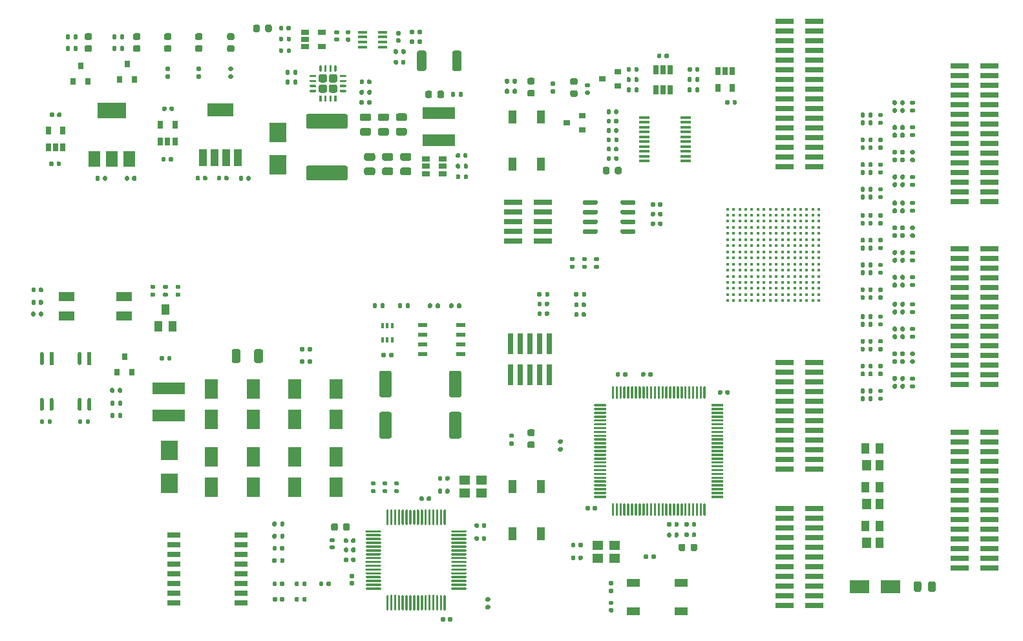
<source format=gbr>
%TF.GenerationSoftware,KiCad,Pcbnew,(5.1.10)-1*%
%TF.CreationDate,2021-07-13T16:53:59+08:00*%
%TF.ProjectId,TestAutomation,54657374-4175-4746-9f6d-6174696f6e2e,rev?*%
%TF.SameCoordinates,Original*%
%TF.FileFunction,Paste,Top*%
%TF.FilePolarity,Positive*%
%FSLAX46Y46*%
G04 Gerber Fmt 4.6, Leading zero omitted, Abs format (unit mm)*
G04 Created by KiCad (PCBNEW (5.1.10)-1) date 2021-07-13 16:53:59*
%MOMM*%
%LPD*%
G01*
G04 APERTURE LIST*
%ADD10R,1.400000X1.200000*%
%ADD11R,4.200000X1.500000*%
%ADD12R,0.900000X0.800000*%
%ADD13R,0.650000X1.220000*%
%ADD14R,0.650000X1.060000*%
%ADD15R,2.300000X2.500000*%
%ADD16R,2.400000X0.740000*%
%ADD17C,0.410000*%
%ADD18R,1.100000X1.800000*%
%ADD19R,1.060000X0.650000*%
%ADD20R,1.000000X2.200000*%
%ADD21R,3.400000X1.800000*%
%ADD22R,0.532132X1.702833*%
%ADD23R,1.220000X0.400000*%
%ADD24R,1.454899X0.354800*%
%ADD25R,1.193800X0.558800*%
%ADD26R,0.740000X2.790000*%
%ADD27R,3.800000X2.000000*%
%ADD28R,1.500000X2.000000*%
%ADD29R,1.700000X0.760000*%
%ADD30R,1.800000X1.100000*%
%ADD31R,0.800000X0.900000*%
%ADD32R,0.400000X0.650000*%
%ADD33R,1.000000X1.400000*%
%ADD34R,2.000000X1.200000*%
%ADD35R,1.800000X2.500000*%
%ADD36R,2.500000X1.800000*%
%ADD37R,1.200000X1.400000*%
G04 APERTURE END LIST*
D10*
%TO.C,Y2*%
X158810000Y-125330000D03*
X156610000Y-125330000D03*
X156610000Y-127030000D03*
X158810000Y-127030000D03*
%TD*%
%TO.C,Y1*%
X141344000Y-116726000D03*
X139144000Y-116726000D03*
X139144000Y-118426000D03*
X141344000Y-118426000D03*
%TD*%
D11*
%TO.C,L3*%
X100400000Y-108300000D03*
X100400000Y-104700000D03*
%TD*%
%TO.C,F2*%
G36*
G01*
X198015000Y-131166250D02*
X198015000Y-130253750D01*
G75*
G02*
X198258750Y-130010000I243750J0D01*
G01*
X198746250Y-130010000D01*
G75*
G02*
X198990000Y-130253750I0J-243750D01*
G01*
X198990000Y-131166250D01*
G75*
G02*
X198746250Y-131410000I-243750J0D01*
G01*
X198258750Y-131410000D01*
G75*
G02*
X198015000Y-131166250I0J243750D01*
G01*
G37*
G36*
G01*
X199890000Y-131166250D02*
X199890000Y-130253750D01*
G75*
G02*
X200133750Y-130010000I243750J0D01*
G01*
X200621250Y-130010000D01*
G75*
G02*
X200865000Y-130253750I0J-243750D01*
G01*
X200865000Y-131166250D01*
G75*
G02*
X200621250Y-131410000I-243750J0D01*
G01*
X200133750Y-131410000D01*
G75*
G02*
X199890000Y-131166250I0J243750D01*
G01*
G37*
%TD*%
%TO.C,L4*%
X135780000Y-72240000D03*
X135780000Y-68640000D03*
%TD*%
D12*
%TO.C,D23*%
X159190000Y-65120000D03*
X159190000Y-63220000D03*
X157190000Y-64170000D03*
%TD*%
%TO.C,C98*%
G36*
G01*
X122240000Y-57790000D02*
X122580000Y-57790000D01*
G75*
G02*
X122720000Y-57930000I0J-140000D01*
G01*
X122720000Y-58210000D01*
G75*
G02*
X122580000Y-58350000I-140000J0D01*
G01*
X122240000Y-58350000D01*
G75*
G02*
X122100000Y-58210000I0J140000D01*
G01*
X122100000Y-57930000D01*
G75*
G02*
X122240000Y-57790000I140000J0D01*
G01*
G37*
G36*
G01*
X122240000Y-58750000D02*
X122580000Y-58750000D01*
G75*
G02*
X122720000Y-58890000I0J-140000D01*
G01*
X122720000Y-59170000D01*
G75*
G02*
X122580000Y-59310000I-140000J0D01*
G01*
X122240000Y-59310000D01*
G75*
G02*
X122100000Y-59170000I0J140000D01*
G01*
X122100000Y-58890000D01*
G75*
G02*
X122240000Y-58750000I140000J0D01*
G01*
G37*
%TD*%
%TO.C,C97*%
G36*
G01*
X174820000Y-67100000D02*
X174820000Y-67440000D01*
G75*
G02*
X174680000Y-67580000I-140000J0D01*
G01*
X174400000Y-67580000D01*
G75*
G02*
X174260000Y-67440000I0J140000D01*
G01*
X174260000Y-67100000D01*
G75*
G02*
X174400000Y-66960000I140000J0D01*
G01*
X174680000Y-66960000D01*
G75*
G02*
X174820000Y-67100000I0J-140000D01*
G01*
G37*
G36*
G01*
X173860000Y-67100000D02*
X173860000Y-67440000D01*
G75*
G02*
X173720000Y-67580000I-140000J0D01*
G01*
X173440000Y-67580000D01*
G75*
G02*
X173300000Y-67440000I0J140000D01*
G01*
X173300000Y-67100000D01*
G75*
G02*
X173440000Y-66960000I140000J0D01*
G01*
X173720000Y-66960000D01*
G75*
G02*
X173860000Y-67100000I0J-140000D01*
G01*
G37*
%TD*%
D13*
%TO.C,U2*%
X164190000Y-65620000D03*
X165140000Y-65620000D03*
X166090000Y-65620000D03*
X166090000Y-63000000D03*
X165140000Y-63000000D03*
X164190000Y-63000000D03*
%TD*%
D14*
%TO.C,U1*%
X174230000Y-63180000D03*
X173280000Y-63180000D03*
X172330000Y-63180000D03*
X172330000Y-65380000D03*
X174230000Y-65380000D03*
%TD*%
%TO.C,C1*%
G36*
G01*
X164380000Y-61330000D02*
X164380000Y-60990000D01*
G75*
G02*
X164520000Y-60850000I140000J0D01*
G01*
X164800000Y-60850000D01*
G75*
G02*
X164940000Y-60990000I0J-140000D01*
G01*
X164940000Y-61330000D01*
G75*
G02*
X164800000Y-61470000I-140000J0D01*
G01*
X164520000Y-61470000D01*
G75*
G02*
X164380000Y-61330000I0J140000D01*
G01*
G37*
G36*
G01*
X165340000Y-61330000D02*
X165340000Y-60990000D01*
G75*
G02*
X165480000Y-60850000I140000J0D01*
G01*
X165760000Y-60850000D01*
G75*
G02*
X165900000Y-60990000I0J-140000D01*
G01*
X165900000Y-61330000D01*
G75*
G02*
X165760000Y-61470000I-140000J0D01*
G01*
X165480000Y-61470000D01*
G75*
G02*
X165340000Y-61330000I0J140000D01*
G01*
G37*
%TD*%
%TO.C,R129*%
G36*
G01*
X117260000Y-64425000D02*
X117260000Y-64795000D01*
G75*
G02*
X117125000Y-64930000I-135000J0D01*
G01*
X116855000Y-64930000D01*
G75*
G02*
X116720000Y-64795000I0J135000D01*
G01*
X116720000Y-64425000D01*
G75*
G02*
X116855000Y-64290000I135000J0D01*
G01*
X117125000Y-64290000D01*
G75*
G02*
X117260000Y-64425000I0J-135000D01*
G01*
G37*
G36*
G01*
X116240000Y-64425000D02*
X116240000Y-64795000D01*
G75*
G02*
X116105000Y-64930000I-135000J0D01*
G01*
X115835000Y-64930000D01*
G75*
G02*
X115700000Y-64795000I0J135000D01*
G01*
X115700000Y-64425000D01*
G75*
G02*
X115835000Y-64290000I135000J0D01*
G01*
X116105000Y-64290000D01*
G75*
G02*
X116240000Y-64425000I0J-135000D01*
G01*
G37*
%TD*%
%TO.C,R128*%
G36*
G01*
X115700000Y-63505000D02*
X115700000Y-63135000D01*
G75*
G02*
X115835000Y-63000000I135000J0D01*
G01*
X116105000Y-63000000D01*
G75*
G02*
X116240000Y-63135000I0J-135000D01*
G01*
X116240000Y-63505000D01*
G75*
G02*
X116105000Y-63640000I-135000J0D01*
G01*
X115835000Y-63640000D01*
G75*
G02*
X115700000Y-63505000I0J135000D01*
G01*
G37*
G36*
G01*
X116720000Y-63505000D02*
X116720000Y-63135000D01*
G75*
G02*
X116855000Y-63000000I135000J0D01*
G01*
X117125000Y-63000000D01*
G75*
G02*
X117260000Y-63135000I0J-135000D01*
G01*
X117260000Y-63505000D01*
G75*
G02*
X117125000Y-63640000I-135000J0D01*
G01*
X116855000Y-63640000D01*
G75*
G02*
X116720000Y-63505000I0J135000D01*
G01*
G37*
%TD*%
%TO.C,U16*%
G36*
G01*
X118880000Y-63892500D02*
X118880000Y-63742500D01*
G75*
G02*
X118955000Y-63667500I75000J0D01*
G01*
X119630000Y-63667500D01*
G75*
G02*
X119705000Y-63742500I0J-75000D01*
G01*
X119705000Y-63892500D01*
G75*
G02*
X119630000Y-63967500I-75000J0D01*
G01*
X118955000Y-63967500D01*
G75*
G02*
X118880000Y-63892500I0J75000D01*
G01*
G37*
G36*
G01*
X118880000Y-64542500D02*
X118880000Y-64392500D01*
G75*
G02*
X118955000Y-64317500I75000J0D01*
G01*
X119630000Y-64317500D01*
G75*
G02*
X119705000Y-64392500I0J-75000D01*
G01*
X119705000Y-64542500D01*
G75*
G02*
X119630000Y-64617500I-75000J0D01*
G01*
X118955000Y-64617500D01*
G75*
G02*
X118880000Y-64542500I0J75000D01*
G01*
G37*
G36*
G01*
X118880000Y-65192500D02*
X118880000Y-65042500D01*
G75*
G02*
X118955000Y-64967500I75000J0D01*
G01*
X119630000Y-64967500D01*
G75*
G02*
X119705000Y-65042500I0J-75000D01*
G01*
X119705000Y-65192500D01*
G75*
G02*
X119630000Y-65267500I-75000J0D01*
G01*
X118955000Y-65267500D01*
G75*
G02*
X118880000Y-65192500I0J75000D01*
G01*
G37*
G36*
G01*
X118880000Y-65842500D02*
X118880000Y-65692500D01*
G75*
G02*
X118955000Y-65617500I75000J0D01*
G01*
X119630000Y-65617500D01*
G75*
G02*
X119705000Y-65692500I0J-75000D01*
G01*
X119705000Y-65842500D01*
G75*
G02*
X119630000Y-65917500I-75000J0D01*
G01*
X118955000Y-65917500D01*
G75*
G02*
X118880000Y-65842500I0J75000D01*
G01*
G37*
G36*
G01*
X120130000Y-67092500D02*
X120130000Y-66417500D01*
G75*
G02*
X120205000Y-66342500I75000J0D01*
G01*
X120355000Y-66342500D01*
G75*
G02*
X120430000Y-66417500I0J-75000D01*
G01*
X120430000Y-67092500D01*
G75*
G02*
X120355000Y-67167500I-75000J0D01*
G01*
X120205000Y-67167500D01*
G75*
G02*
X120130000Y-67092500I0J75000D01*
G01*
G37*
G36*
G01*
X120780000Y-67092500D02*
X120780000Y-66417500D01*
G75*
G02*
X120855000Y-66342500I75000J0D01*
G01*
X121005000Y-66342500D01*
G75*
G02*
X121080000Y-66417500I0J-75000D01*
G01*
X121080000Y-67092500D01*
G75*
G02*
X121005000Y-67167500I-75000J0D01*
G01*
X120855000Y-67167500D01*
G75*
G02*
X120780000Y-67092500I0J75000D01*
G01*
G37*
G36*
G01*
X121430000Y-67092500D02*
X121430000Y-66417500D01*
G75*
G02*
X121505000Y-66342500I75000J0D01*
G01*
X121655000Y-66342500D01*
G75*
G02*
X121730000Y-66417500I0J-75000D01*
G01*
X121730000Y-67092500D01*
G75*
G02*
X121655000Y-67167500I-75000J0D01*
G01*
X121505000Y-67167500D01*
G75*
G02*
X121430000Y-67092500I0J75000D01*
G01*
G37*
G36*
G01*
X122080000Y-67092500D02*
X122080000Y-66417500D01*
G75*
G02*
X122155000Y-66342500I75000J0D01*
G01*
X122305000Y-66342500D01*
G75*
G02*
X122380000Y-66417500I0J-75000D01*
G01*
X122380000Y-67092500D01*
G75*
G02*
X122305000Y-67167500I-75000J0D01*
G01*
X122155000Y-67167500D01*
G75*
G02*
X122080000Y-67092500I0J75000D01*
G01*
G37*
G36*
G01*
X122805000Y-65842500D02*
X122805000Y-65692500D01*
G75*
G02*
X122880000Y-65617500I75000J0D01*
G01*
X123555000Y-65617500D01*
G75*
G02*
X123630000Y-65692500I0J-75000D01*
G01*
X123630000Y-65842500D01*
G75*
G02*
X123555000Y-65917500I-75000J0D01*
G01*
X122880000Y-65917500D01*
G75*
G02*
X122805000Y-65842500I0J75000D01*
G01*
G37*
G36*
G01*
X122805000Y-65192500D02*
X122805000Y-65042500D01*
G75*
G02*
X122880000Y-64967500I75000J0D01*
G01*
X123555000Y-64967500D01*
G75*
G02*
X123630000Y-65042500I0J-75000D01*
G01*
X123630000Y-65192500D01*
G75*
G02*
X123555000Y-65267500I-75000J0D01*
G01*
X122880000Y-65267500D01*
G75*
G02*
X122805000Y-65192500I0J75000D01*
G01*
G37*
G36*
G01*
X122805000Y-64542500D02*
X122805000Y-64392500D01*
G75*
G02*
X122880000Y-64317500I75000J0D01*
G01*
X123555000Y-64317500D01*
G75*
G02*
X123630000Y-64392500I0J-75000D01*
G01*
X123630000Y-64542500D01*
G75*
G02*
X123555000Y-64617500I-75000J0D01*
G01*
X122880000Y-64617500D01*
G75*
G02*
X122805000Y-64542500I0J75000D01*
G01*
G37*
G36*
G01*
X122805000Y-63892500D02*
X122805000Y-63742500D01*
G75*
G02*
X122880000Y-63667500I75000J0D01*
G01*
X123555000Y-63667500D01*
G75*
G02*
X123630000Y-63742500I0J-75000D01*
G01*
X123630000Y-63892500D01*
G75*
G02*
X123555000Y-63967500I-75000J0D01*
G01*
X122880000Y-63967500D01*
G75*
G02*
X122805000Y-63892500I0J75000D01*
G01*
G37*
G36*
G01*
X122080000Y-63167500D02*
X122080000Y-62492500D01*
G75*
G02*
X122155000Y-62417500I75000J0D01*
G01*
X122305000Y-62417500D01*
G75*
G02*
X122380000Y-62492500I0J-75000D01*
G01*
X122380000Y-63167500D01*
G75*
G02*
X122305000Y-63242500I-75000J0D01*
G01*
X122155000Y-63242500D01*
G75*
G02*
X122080000Y-63167500I0J75000D01*
G01*
G37*
G36*
G01*
X121430000Y-63167500D02*
X121430000Y-62492500D01*
G75*
G02*
X121505000Y-62417500I75000J0D01*
G01*
X121655000Y-62417500D01*
G75*
G02*
X121730000Y-62492500I0J-75000D01*
G01*
X121730000Y-63167500D01*
G75*
G02*
X121655000Y-63242500I-75000J0D01*
G01*
X121505000Y-63242500D01*
G75*
G02*
X121430000Y-63167500I0J75000D01*
G01*
G37*
G36*
G01*
X120780000Y-63167500D02*
X120780000Y-62492500D01*
G75*
G02*
X120855000Y-62417500I75000J0D01*
G01*
X121005000Y-62417500D01*
G75*
G02*
X121080000Y-62492500I0J-75000D01*
G01*
X121080000Y-63167500D01*
G75*
G02*
X121005000Y-63242500I-75000J0D01*
G01*
X120855000Y-63242500D01*
G75*
G02*
X120780000Y-63167500I0J75000D01*
G01*
G37*
G36*
G01*
X120130000Y-63167500D02*
X120130000Y-62492500D01*
G75*
G02*
X120205000Y-62417500I75000J0D01*
G01*
X120355000Y-62417500D01*
G75*
G02*
X120430000Y-62492500I0J-75000D01*
G01*
X120430000Y-63167500D01*
G75*
G02*
X120355000Y-63242500I-75000J0D01*
G01*
X120205000Y-63242500D01*
G75*
G02*
X120130000Y-63167500I0J75000D01*
G01*
G37*
G36*
G01*
X120035000Y-64412502D02*
X120035000Y-63822498D01*
G75*
G02*
X120284998Y-63572500I249998J0D01*
G01*
X120875002Y-63572500D01*
G75*
G02*
X121125000Y-63822498I0J-249998D01*
G01*
X121125000Y-64412502D01*
G75*
G02*
X120875002Y-64662500I-249998J0D01*
G01*
X120284998Y-64662500D01*
G75*
G02*
X120035000Y-64412502I0J249998D01*
G01*
G37*
G36*
G01*
X120035000Y-65762502D02*
X120035000Y-65172498D01*
G75*
G02*
X120284998Y-64922500I249998J0D01*
G01*
X120875002Y-64922500D01*
G75*
G02*
X121125000Y-65172498I0J-249998D01*
G01*
X121125000Y-65762502D01*
G75*
G02*
X120875002Y-66012500I-249998J0D01*
G01*
X120284998Y-66012500D01*
G75*
G02*
X120035000Y-65762502I0J249998D01*
G01*
G37*
G36*
G01*
X121385000Y-64412502D02*
X121385000Y-63822498D01*
G75*
G02*
X121634998Y-63572500I249998J0D01*
G01*
X122225002Y-63572500D01*
G75*
G02*
X122475000Y-63822498I0J-249998D01*
G01*
X122475000Y-64412502D01*
G75*
G02*
X122225002Y-64662500I-249998J0D01*
G01*
X121634998Y-64662500D01*
G75*
G02*
X121385000Y-64412502I0J249998D01*
G01*
G37*
G36*
G01*
X121385000Y-65762502D02*
X121385000Y-65172498D01*
G75*
G02*
X121634998Y-64922500I249998J0D01*
G01*
X122225002Y-64922500D01*
G75*
G02*
X122475000Y-65172498I0J-249998D01*
G01*
X122475000Y-65762502D01*
G75*
G02*
X122225002Y-66012500I-249998J0D01*
G01*
X121634998Y-66012500D01*
G75*
G02*
X121385000Y-65762502I0J249998D01*
G01*
G37*
%TD*%
%TO.C,R127*%
G36*
G01*
X125400000Y-66135000D02*
X125400000Y-65765000D01*
G75*
G02*
X125535000Y-65630000I135000J0D01*
G01*
X125805000Y-65630000D01*
G75*
G02*
X125940000Y-65765000I0J-135000D01*
G01*
X125940000Y-66135000D01*
G75*
G02*
X125805000Y-66270000I-135000J0D01*
G01*
X125535000Y-66270000D01*
G75*
G02*
X125400000Y-66135000I0J135000D01*
G01*
G37*
G36*
G01*
X126420000Y-66135000D02*
X126420000Y-65765000D01*
G75*
G02*
X126555000Y-65630000I135000J0D01*
G01*
X126825000Y-65630000D01*
G75*
G02*
X126960000Y-65765000I0J-135000D01*
G01*
X126960000Y-66135000D01*
G75*
G02*
X126825000Y-66270000I-135000J0D01*
G01*
X126555000Y-66270000D01*
G75*
G02*
X126420000Y-66135000I0J135000D01*
G01*
G37*
%TD*%
%TO.C,R126*%
G36*
G01*
X125400000Y-67445000D02*
X125400000Y-67075000D01*
G75*
G02*
X125535000Y-66940000I135000J0D01*
G01*
X125805000Y-66940000D01*
G75*
G02*
X125940000Y-67075000I0J-135000D01*
G01*
X125940000Y-67445000D01*
G75*
G02*
X125805000Y-67580000I-135000J0D01*
G01*
X125535000Y-67580000D01*
G75*
G02*
X125400000Y-67445000I0J135000D01*
G01*
G37*
G36*
G01*
X126420000Y-67445000D02*
X126420000Y-67075000D01*
G75*
G02*
X126555000Y-66940000I135000J0D01*
G01*
X126825000Y-66940000D01*
G75*
G02*
X126960000Y-67075000I0J-135000D01*
G01*
X126960000Y-67445000D01*
G75*
G02*
X126825000Y-67580000I-135000J0D01*
G01*
X126555000Y-67580000D01*
G75*
G02*
X126420000Y-67445000I0J135000D01*
G01*
G37*
%TD*%
%TO.C,C89*%
G36*
G01*
X125420000Y-64750000D02*
X125420000Y-64410000D01*
G75*
G02*
X125560000Y-64270000I140000J0D01*
G01*
X125840000Y-64270000D01*
G75*
G02*
X125980000Y-64410000I0J-140000D01*
G01*
X125980000Y-64750000D01*
G75*
G02*
X125840000Y-64890000I-140000J0D01*
G01*
X125560000Y-64890000D01*
G75*
G02*
X125420000Y-64750000I0J140000D01*
G01*
G37*
G36*
G01*
X126380000Y-64750000D02*
X126380000Y-64410000D01*
G75*
G02*
X126520000Y-64270000I140000J0D01*
G01*
X126800000Y-64270000D01*
G75*
G02*
X126940000Y-64410000I0J-140000D01*
G01*
X126940000Y-64750000D01*
G75*
G02*
X126800000Y-64890000I-140000J0D01*
G01*
X126520000Y-64890000D01*
G75*
G02*
X126380000Y-64750000I0J140000D01*
G01*
G37*
%TD*%
%TO.C,C61*%
G36*
G01*
X137560000Y-134830000D02*
X137560000Y-135170000D01*
G75*
G02*
X137420000Y-135310000I-140000J0D01*
G01*
X137140000Y-135310000D01*
G75*
G02*
X137000000Y-135170000I0J140000D01*
G01*
X137000000Y-134830000D01*
G75*
G02*
X137140000Y-134690000I140000J0D01*
G01*
X137420000Y-134690000D01*
G75*
G02*
X137560000Y-134830000I0J-140000D01*
G01*
G37*
G36*
G01*
X136600000Y-134830000D02*
X136600000Y-135170000D01*
G75*
G02*
X136460000Y-135310000I-140000J0D01*
G01*
X136180000Y-135310000D01*
G75*
G02*
X136040000Y-135170000I0J140000D01*
G01*
X136040000Y-134830000D01*
G75*
G02*
X136180000Y-134690000I140000J0D01*
G01*
X136460000Y-134690000D01*
G75*
G02*
X136600000Y-134830000I0J-140000D01*
G01*
G37*
%TD*%
%TO.C,C69*%
G36*
G01*
X121630000Y-124340000D02*
X121970000Y-124340000D01*
G75*
G02*
X122110000Y-124480000I0J-140000D01*
G01*
X122110000Y-124760000D01*
G75*
G02*
X121970000Y-124900000I-140000J0D01*
G01*
X121630000Y-124900000D01*
G75*
G02*
X121490000Y-124760000I0J140000D01*
G01*
X121490000Y-124480000D01*
G75*
G02*
X121630000Y-124340000I140000J0D01*
G01*
G37*
G36*
G01*
X121630000Y-125300000D02*
X121970000Y-125300000D01*
G75*
G02*
X122110000Y-125440000I0J-140000D01*
G01*
X122110000Y-125720000D01*
G75*
G02*
X121970000Y-125860000I-140000J0D01*
G01*
X121630000Y-125860000D01*
G75*
G02*
X121490000Y-125720000I0J140000D01*
G01*
X121490000Y-125440000D01*
G75*
G02*
X121630000Y-125300000I140000J0D01*
G01*
G37*
%TD*%
%TO.C,C68*%
G36*
G01*
X124860000Y-125730000D02*
X124860000Y-126070000D01*
G75*
G02*
X124720000Y-126210000I-140000J0D01*
G01*
X124440000Y-126210000D01*
G75*
G02*
X124300000Y-126070000I0J140000D01*
G01*
X124300000Y-125730000D01*
G75*
G02*
X124440000Y-125590000I140000J0D01*
G01*
X124720000Y-125590000D01*
G75*
G02*
X124860000Y-125730000I0J-140000D01*
G01*
G37*
G36*
G01*
X123900000Y-125730000D02*
X123900000Y-126070000D01*
G75*
G02*
X123760000Y-126210000I-140000J0D01*
G01*
X123480000Y-126210000D01*
G75*
G02*
X123340000Y-126070000I0J140000D01*
G01*
X123340000Y-125730000D01*
G75*
G02*
X123480000Y-125590000I140000J0D01*
G01*
X123760000Y-125590000D01*
G75*
G02*
X123900000Y-125730000I0J-140000D01*
G01*
G37*
%TD*%
%TO.C,C66*%
G36*
G01*
X124230000Y-129040000D02*
X124570000Y-129040000D01*
G75*
G02*
X124710000Y-129180000I0J-140000D01*
G01*
X124710000Y-129460000D01*
G75*
G02*
X124570000Y-129600000I-140000J0D01*
G01*
X124230000Y-129600000D01*
G75*
G02*
X124090000Y-129460000I0J140000D01*
G01*
X124090000Y-129180000D01*
G75*
G02*
X124230000Y-129040000I140000J0D01*
G01*
G37*
G36*
G01*
X124230000Y-130000000D02*
X124570000Y-130000000D01*
G75*
G02*
X124710000Y-130140000I0J-140000D01*
G01*
X124710000Y-130420000D01*
G75*
G02*
X124570000Y-130560000I-140000J0D01*
G01*
X124230000Y-130560000D01*
G75*
G02*
X124090000Y-130420000I0J140000D01*
G01*
X124090000Y-130140000D01*
G75*
G02*
X124230000Y-130000000I140000J0D01*
G01*
G37*
%TD*%
%TO.C,C65*%
G36*
G01*
X124860000Y-124530000D02*
X124860000Y-124870000D01*
G75*
G02*
X124720000Y-125010000I-140000J0D01*
G01*
X124440000Y-125010000D01*
G75*
G02*
X124300000Y-124870000I0J140000D01*
G01*
X124300000Y-124530000D01*
G75*
G02*
X124440000Y-124390000I140000J0D01*
G01*
X124720000Y-124390000D01*
G75*
G02*
X124860000Y-124530000I0J-140000D01*
G01*
G37*
G36*
G01*
X123900000Y-124530000D02*
X123900000Y-124870000D01*
G75*
G02*
X123760000Y-125010000I-140000J0D01*
G01*
X123480000Y-125010000D01*
G75*
G02*
X123340000Y-124870000I0J140000D01*
G01*
X123340000Y-124530000D01*
G75*
G02*
X123480000Y-124390000I140000J0D01*
G01*
X123760000Y-124390000D01*
G75*
G02*
X123900000Y-124530000I0J-140000D01*
G01*
G37*
%TD*%
%TO.C,C64*%
G36*
G01*
X134760000Y-119030000D02*
X134760000Y-119370000D01*
G75*
G02*
X134620000Y-119510000I-140000J0D01*
G01*
X134340000Y-119510000D01*
G75*
G02*
X134200000Y-119370000I0J140000D01*
G01*
X134200000Y-119030000D01*
G75*
G02*
X134340000Y-118890000I140000J0D01*
G01*
X134620000Y-118890000D01*
G75*
G02*
X134760000Y-119030000I0J-140000D01*
G01*
G37*
G36*
G01*
X133800000Y-119030000D02*
X133800000Y-119370000D01*
G75*
G02*
X133660000Y-119510000I-140000J0D01*
G01*
X133380000Y-119510000D01*
G75*
G02*
X133240000Y-119370000I0J140000D01*
G01*
X133240000Y-119030000D01*
G75*
G02*
X133380000Y-118890000I140000J0D01*
G01*
X133660000Y-118890000D01*
G75*
G02*
X133800000Y-119030000I0J-140000D01*
G01*
G37*
%TD*%
%TO.C,C62*%
G36*
G01*
X140460000Y-122870000D02*
X140460000Y-122530000D01*
G75*
G02*
X140600000Y-122390000I140000J0D01*
G01*
X140880000Y-122390000D01*
G75*
G02*
X141020000Y-122530000I0J-140000D01*
G01*
X141020000Y-122870000D01*
G75*
G02*
X140880000Y-123010000I-140000J0D01*
G01*
X140600000Y-123010000D01*
G75*
G02*
X140460000Y-122870000I0J140000D01*
G01*
G37*
G36*
G01*
X141420000Y-122870000D02*
X141420000Y-122530000D01*
G75*
G02*
X141560000Y-122390000I140000J0D01*
G01*
X141840000Y-122390000D01*
G75*
G02*
X141980000Y-122530000I0J-140000D01*
G01*
X141980000Y-122870000D01*
G75*
G02*
X141840000Y-123010000I-140000J0D01*
G01*
X141560000Y-123010000D01*
G75*
G02*
X141420000Y-122870000I0J140000D01*
G01*
G37*
%TD*%
%TO.C,U6*%
X99296000Y-70204000D03*
X101196000Y-70204000D03*
X101196000Y-72404000D03*
X100246000Y-72404000D03*
X99296000Y-72404000D03*
%TD*%
%TO.C,C78*%
G36*
G01*
X156520000Y-120260000D02*
X156520000Y-120600000D01*
G75*
G02*
X156380000Y-120740000I-140000J0D01*
G01*
X156100000Y-120740000D01*
G75*
G02*
X155960000Y-120600000I0J140000D01*
G01*
X155960000Y-120260000D01*
G75*
G02*
X156100000Y-120120000I140000J0D01*
G01*
X156380000Y-120120000D01*
G75*
G02*
X156520000Y-120260000I0J-140000D01*
G01*
G37*
G36*
G01*
X155560000Y-120260000D02*
X155560000Y-120600000D01*
G75*
G02*
X155420000Y-120740000I-140000J0D01*
G01*
X155140000Y-120740000D01*
G75*
G02*
X155000000Y-120600000I0J140000D01*
G01*
X155000000Y-120260000D01*
G75*
G02*
X155140000Y-120120000I140000J0D01*
G01*
X155420000Y-120120000D01*
G75*
G02*
X155560000Y-120260000I0J-140000D01*
G01*
G37*
%TD*%
%TO.C,U15*%
G36*
G01*
X157648000Y-119094000D02*
X156198000Y-119094000D01*
G75*
G02*
X156123000Y-119019000I0J75000D01*
G01*
X156123000Y-118869000D01*
G75*
G02*
X156198000Y-118794000I75000J0D01*
G01*
X157648000Y-118794000D01*
G75*
G02*
X157723000Y-118869000I0J-75000D01*
G01*
X157723000Y-119019000D01*
G75*
G02*
X157648000Y-119094000I-75000J0D01*
G01*
G37*
G36*
G01*
X157648000Y-118594000D02*
X156198000Y-118594000D01*
G75*
G02*
X156123000Y-118519000I0J75000D01*
G01*
X156123000Y-118369000D01*
G75*
G02*
X156198000Y-118294000I75000J0D01*
G01*
X157648000Y-118294000D01*
G75*
G02*
X157723000Y-118369000I0J-75000D01*
G01*
X157723000Y-118519000D01*
G75*
G02*
X157648000Y-118594000I-75000J0D01*
G01*
G37*
G36*
G01*
X157648000Y-118094000D02*
X156198000Y-118094000D01*
G75*
G02*
X156123000Y-118019000I0J75000D01*
G01*
X156123000Y-117869000D01*
G75*
G02*
X156198000Y-117794000I75000J0D01*
G01*
X157648000Y-117794000D01*
G75*
G02*
X157723000Y-117869000I0J-75000D01*
G01*
X157723000Y-118019000D01*
G75*
G02*
X157648000Y-118094000I-75000J0D01*
G01*
G37*
G36*
G01*
X157648000Y-117594000D02*
X156198000Y-117594000D01*
G75*
G02*
X156123000Y-117519000I0J75000D01*
G01*
X156123000Y-117369000D01*
G75*
G02*
X156198000Y-117294000I75000J0D01*
G01*
X157648000Y-117294000D01*
G75*
G02*
X157723000Y-117369000I0J-75000D01*
G01*
X157723000Y-117519000D01*
G75*
G02*
X157648000Y-117594000I-75000J0D01*
G01*
G37*
G36*
G01*
X157648000Y-117094000D02*
X156198000Y-117094000D01*
G75*
G02*
X156123000Y-117019000I0J75000D01*
G01*
X156123000Y-116869000D01*
G75*
G02*
X156198000Y-116794000I75000J0D01*
G01*
X157648000Y-116794000D01*
G75*
G02*
X157723000Y-116869000I0J-75000D01*
G01*
X157723000Y-117019000D01*
G75*
G02*
X157648000Y-117094000I-75000J0D01*
G01*
G37*
G36*
G01*
X157648000Y-116594000D02*
X156198000Y-116594000D01*
G75*
G02*
X156123000Y-116519000I0J75000D01*
G01*
X156123000Y-116369000D01*
G75*
G02*
X156198000Y-116294000I75000J0D01*
G01*
X157648000Y-116294000D01*
G75*
G02*
X157723000Y-116369000I0J-75000D01*
G01*
X157723000Y-116519000D01*
G75*
G02*
X157648000Y-116594000I-75000J0D01*
G01*
G37*
G36*
G01*
X157648000Y-116094000D02*
X156198000Y-116094000D01*
G75*
G02*
X156123000Y-116019000I0J75000D01*
G01*
X156123000Y-115869000D01*
G75*
G02*
X156198000Y-115794000I75000J0D01*
G01*
X157648000Y-115794000D01*
G75*
G02*
X157723000Y-115869000I0J-75000D01*
G01*
X157723000Y-116019000D01*
G75*
G02*
X157648000Y-116094000I-75000J0D01*
G01*
G37*
G36*
G01*
X157648000Y-115594000D02*
X156198000Y-115594000D01*
G75*
G02*
X156123000Y-115519000I0J75000D01*
G01*
X156123000Y-115369000D01*
G75*
G02*
X156198000Y-115294000I75000J0D01*
G01*
X157648000Y-115294000D01*
G75*
G02*
X157723000Y-115369000I0J-75000D01*
G01*
X157723000Y-115519000D01*
G75*
G02*
X157648000Y-115594000I-75000J0D01*
G01*
G37*
G36*
G01*
X157648000Y-115094000D02*
X156198000Y-115094000D01*
G75*
G02*
X156123000Y-115019000I0J75000D01*
G01*
X156123000Y-114869000D01*
G75*
G02*
X156198000Y-114794000I75000J0D01*
G01*
X157648000Y-114794000D01*
G75*
G02*
X157723000Y-114869000I0J-75000D01*
G01*
X157723000Y-115019000D01*
G75*
G02*
X157648000Y-115094000I-75000J0D01*
G01*
G37*
G36*
G01*
X157648000Y-114594000D02*
X156198000Y-114594000D01*
G75*
G02*
X156123000Y-114519000I0J75000D01*
G01*
X156123000Y-114369000D01*
G75*
G02*
X156198000Y-114294000I75000J0D01*
G01*
X157648000Y-114294000D01*
G75*
G02*
X157723000Y-114369000I0J-75000D01*
G01*
X157723000Y-114519000D01*
G75*
G02*
X157648000Y-114594000I-75000J0D01*
G01*
G37*
G36*
G01*
X157648000Y-114094000D02*
X156198000Y-114094000D01*
G75*
G02*
X156123000Y-114019000I0J75000D01*
G01*
X156123000Y-113869000D01*
G75*
G02*
X156198000Y-113794000I75000J0D01*
G01*
X157648000Y-113794000D01*
G75*
G02*
X157723000Y-113869000I0J-75000D01*
G01*
X157723000Y-114019000D01*
G75*
G02*
X157648000Y-114094000I-75000J0D01*
G01*
G37*
G36*
G01*
X157648000Y-113594000D02*
X156198000Y-113594000D01*
G75*
G02*
X156123000Y-113519000I0J75000D01*
G01*
X156123000Y-113369000D01*
G75*
G02*
X156198000Y-113294000I75000J0D01*
G01*
X157648000Y-113294000D01*
G75*
G02*
X157723000Y-113369000I0J-75000D01*
G01*
X157723000Y-113519000D01*
G75*
G02*
X157648000Y-113594000I-75000J0D01*
G01*
G37*
G36*
G01*
X157648000Y-113094000D02*
X156198000Y-113094000D01*
G75*
G02*
X156123000Y-113019000I0J75000D01*
G01*
X156123000Y-112869000D01*
G75*
G02*
X156198000Y-112794000I75000J0D01*
G01*
X157648000Y-112794000D01*
G75*
G02*
X157723000Y-112869000I0J-75000D01*
G01*
X157723000Y-113019000D01*
G75*
G02*
X157648000Y-113094000I-75000J0D01*
G01*
G37*
G36*
G01*
X157648000Y-112594000D02*
X156198000Y-112594000D01*
G75*
G02*
X156123000Y-112519000I0J75000D01*
G01*
X156123000Y-112369000D01*
G75*
G02*
X156198000Y-112294000I75000J0D01*
G01*
X157648000Y-112294000D01*
G75*
G02*
X157723000Y-112369000I0J-75000D01*
G01*
X157723000Y-112519000D01*
G75*
G02*
X157648000Y-112594000I-75000J0D01*
G01*
G37*
G36*
G01*
X157648000Y-112094000D02*
X156198000Y-112094000D01*
G75*
G02*
X156123000Y-112019000I0J75000D01*
G01*
X156123000Y-111869000D01*
G75*
G02*
X156198000Y-111794000I75000J0D01*
G01*
X157648000Y-111794000D01*
G75*
G02*
X157723000Y-111869000I0J-75000D01*
G01*
X157723000Y-112019000D01*
G75*
G02*
X157648000Y-112094000I-75000J0D01*
G01*
G37*
G36*
G01*
X157648000Y-111594000D02*
X156198000Y-111594000D01*
G75*
G02*
X156123000Y-111519000I0J75000D01*
G01*
X156123000Y-111369000D01*
G75*
G02*
X156198000Y-111294000I75000J0D01*
G01*
X157648000Y-111294000D01*
G75*
G02*
X157723000Y-111369000I0J-75000D01*
G01*
X157723000Y-111519000D01*
G75*
G02*
X157648000Y-111594000I-75000J0D01*
G01*
G37*
G36*
G01*
X157648000Y-111094000D02*
X156198000Y-111094000D01*
G75*
G02*
X156123000Y-111019000I0J75000D01*
G01*
X156123000Y-110869000D01*
G75*
G02*
X156198000Y-110794000I75000J0D01*
G01*
X157648000Y-110794000D01*
G75*
G02*
X157723000Y-110869000I0J-75000D01*
G01*
X157723000Y-111019000D01*
G75*
G02*
X157648000Y-111094000I-75000J0D01*
G01*
G37*
G36*
G01*
X157648000Y-110594000D02*
X156198000Y-110594000D01*
G75*
G02*
X156123000Y-110519000I0J75000D01*
G01*
X156123000Y-110369000D01*
G75*
G02*
X156198000Y-110294000I75000J0D01*
G01*
X157648000Y-110294000D01*
G75*
G02*
X157723000Y-110369000I0J-75000D01*
G01*
X157723000Y-110519000D01*
G75*
G02*
X157648000Y-110594000I-75000J0D01*
G01*
G37*
G36*
G01*
X157648000Y-110094000D02*
X156198000Y-110094000D01*
G75*
G02*
X156123000Y-110019000I0J75000D01*
G01*
X156123000Y-109869000D01*
G75*
G02*
X156198000Y-109794000I75000J0D01*
G01*
X157648000Y-109794000D01*
G75*
G02*
X157723000Y-109869000I0J-75000D01*
G01*
X157723000Y-110019000D01*
G75*
G02*
X157648000Y-110094000I-75000J0D01*
G01*
G37*
G36*
G01*
X157648000Y-109594000D02*
X156198000Y-109594000D01*
G75*
G02*
X156123000Y-109519000I0J75000D01*
G01*
X156123000Y-109369000D01*
G75*
G02*
X156198000Y-109294000I75000J0D01*
G01*
X157648000Y-109294000D01*
G75*
G02*
X157723000Y-109369000I0J-75000D01*
G01*
X157723000Y-109519000D01*
G75*
G02*
X157648000Y-109594000I-75000J0D01*
G01*
G37*
G36*
G01*
X157648000Y-109094000D02*
X156198000Y-109094000D01*
G75*
G02*
X156123000Y-109019000I0J75000D01*
G01*
X156123000Y-108869000D01*
G75*
G02*
X156198000Y-108794000I75000J0D01*
G01*
X157648000Y-108794000D01*
G75*
G02*
X157723000Y-108869000I0J-75000D01*
G01*
X157723000Y-109019000D01*
G75*
G02*
X157648000Y-109094000I-75000J0D01*
G01*
G37*
G36*
G01*
X157648000Y-108594000D02*
X156198000Y-108594000D01*
G75*
G02*
X156123000Y-108519000I0J75000D01*
G01*
X156123000Y-108369000D01*
G75*
G02*
X156198000Y-108294000I75000J0D01*
G01*
X157648000Y-108294000D01*
G75*
G02*
X157723000Y-108369000I0J-75000D01*
G01*
X157723000Y-108519000D01*
G75*
G02*
X157648000Y-108594000I-75000J0D01*
G01*
G37*
G36*
G01*
X157648000Y-108094000D02*
X156198000Y-108094000D01*
G75*
G02*
X156123000Y-108019000I0J75000D01*
G01*
X156123000Y-107869000D01*
G75*
G02*
X156198000Y-107794000I75000J0D01*
G01*
X157648000Y-107794000D01*
G75*
G02*
X157723000Y-107869000I0J-75000D01*
G01*
X157723000Y-108019000D01*
G75*
G02*
X157648000Y-108094000I-75000J0D01*
G01*
G37*
G36*
G01*
X157648000Y-107594000D02*
X156198000Y-107594000D01*
G75*
G02*
X156123000Y-107519000I0J75000D01*
G01*
X156123000Y-107369000D01*
G75*
G02*
X156198000Y-107294000I75000J0D01*
G01*
X157648000Y-107294000D01*
G75*
G02*
X157723000Y-107369000I0J-75000D01*
G01*
X157723000Y-107519000D01*
G75*
G02*
X157648000Y-107594000I-75000J0D01*
G01*
G37*
G36*
G01*
X157648000Y-107094000D02*
X156198000Y-107094000D01*
G75*
G02*
X156123000Y-107019000I0J75000D01*
G01*
X156123000Y-106869000D01*
G75*
G02*
X156198000Y-106794000I75000J0D01*
G01*
X157648000Y-106794000D01*
G75*
G02*
X157723000Y-106869000I0J-75000D01*
G01*
X157723000Y-107019000D01*
G75*
G02*
X157648000Y-107094000I-75000J0D01*
G01*
G37*
G36*
G01*
X158673000Y-106069000D02*
X158523000Y-106069000D01*
G75*
G02*
X158448000Y-105994000I0J75000D01*
G01*
X158448000Y-104544000D01*
G75*
G02*
X158523000Y-104469000I75000J0D01*
G01*
X158673000Y-104469000D01*
G75*
G02*
X158748000Y-104544000I0J-75000D01*
G01*
X158748000Y-105994000D01*
G75*
G02*
X158673000Y-106069000I-75000J0D01*
G01*
G37*
G36*
G01*
X159173000Y-106069000D02*
X159023000Y-106069000D01*
G75*
G02*
X158948000Y-105994000I0J75000D01*
G01*
X158948000Y-104544000D01*
G75*
G02*
X159023000Y-104469000I75000J0D01*
G01*
X159173000Y-104469000D01*
G75*
G02*
X159248000Y-104544000I0J-75000D01*
G01*
X159248000Y-105994000D01*
G75*
G02*
X159173000Y-106069000I-75000J0D01*
G01*
G37*
G36*
G01*
X159673000Y-106069000D02*
X159523000Y-106069000D01*
G75*
G02*
X159448000Y-105994000I0J75000D01*
G01*
X159448000Y-104544000D01*
G75*
G02*
X159523000Y-104469000I75000J0D01*
G01*
X159673000Y-104469000D01*
G75*
G02*
X159748000Y-104544000I0J-75000D01*
G01*
X159748000Y-105994000D01*
G75*
G02*
X159673000Y-106069000I-75000J0D01*
G01*
G37*
G36*
G01*
X160173000Y-106069000D02*
X160023000Y-106069000D01*
G75*
G02*
X159948000Y-105994000I0J75000D01*
G01*
X159948000Y-104544000D01*
G75*
G02*
X160023000Y-104469000I75000J0D01*
G01*
X160173000Y-104469000D01*
G75*
G02*
X160248000Y-104544000I0J-75000D01*
G01*
X160248000Y-105994000D01*
G75*
G02*
X160173000Y-106069000I-75000J0D01*
G01*
G37*
G36*
G01*
X160673000Y-106069000D02*
X160523000Y-106069000D01*
G75*
G02*
X160448000Y-105994000I0J75000D01*
G01*
X160448000Y-104544000D01*
G75*
G02*
X160523000Y-104469000I75000J0D01*
G01*
X160673000Y-104469000D01*
G75*
G02*
X160748000Y-104544000I0J-75000D01*
G01*
X160748000Y-105994000D01*
G75*
G02*
X160673000Y-106069000I-75000J0D01*
G01*
G37*
G36*
G01*
X161173000Y-106069000D02*
X161023000Y-106069000D01*
G75*
G02*
X160948000Y-105994000I0J75000D01*
G01*
X160948000Y-104544000D01*
G75*
G02*
X161023000Y-104469000I75000J0D01*
G01*
X161173000Y-104469000D01*
G75*
G02*
X161248000Y-104544000I0J-75000D01*
G01*
X161248000Y-105994000D01*
G75*
G02*
X161173000Y-106069000I-75000J0D01*
G01*
G37*
G36*
G01*
X161673000Y-106069000D02*
X161523000Y-106069000D01*
G75*
G02*
X161448000Y-105994000I0J75000D01*
G01*
X161448000Y-104544000D01*
G75*
G02*
X161523000Y-104469000I75000J0D01*
G01*
X161673000Y-104469000D01*
G75*
G02*
X161748000Y-104544000I0J-75000D01*
G01*
X161748000Y-105994000D01*
G75*
G02*
X161673000Y-106069000I-75000J0D01*
G01*
G37*
G36*
G01*
X162173000Y-106069000D02*
X162023000Y-106069000D01*
G75*
G02*
X161948000Y-105994000I0J75000D01*
G01*
X161948000Y-104544000D01*
G75*
G02*
X162023000Y-104469000I75000J0D01*
G01*
X162173000Y-104469000D01*
G75*
G02*
X162248000Y-104544000I0J-75000D01*
G01*
X162248000Y-105994000D01*
G75*
G02*
X162173000Y-106069000I-75000J0D01*
G01*
G37*
G36*
G01*
X162673000Y-106069000D02*
X162523000Y-106069000D01*
G75*
G02*
X162448000Y-105994000I0J75000D01*
G01*
X162448000Y-104544000D01*
G75*
G02*
X162523000Y-104469000I75000J0D01*
G01*
X162673000Y-104469000D01*
G75*
G02*
X162748000Y-104544000I0J-75000D01*
G01*
X162748000Y-105994000D01*
G75*
G02*
X162673000Y-106069000I-75000J0D01*
G01*
G37*
G36*
G01*
X163173000Y-106069000D02*
X163023000Y-106069000D01*
G75*
G02*
X162948000Y-105994000I0J75000D01*
G01*
X162948000Y-104544000D01*
G75*
G02*
X163023000Y-104469000I75000J0D01*
G01*
X163173000Y-104469000D01*
G75*
G02*
X163248000Y-104544000I0J-75000D01*
G01*
X163248000Y-105994000D01*
G75*
G02*
X163173000Y-106069000I-75000J0D01*
G01*
G37*
G36*
G01*
X163673000Y-106069000D02*
X163523000Y-106069000D01*
G75*
G02*
X163448000Y-105994000I0J75000D01*
G01*
X163448000Y-104544000D01*
G75*
G02*
X163523000Y-104469000I75000J0D01*
G01*
X163673000Y-104469000D01*
G75*
G02*
X163748000Y-104544000I0J-75000D01*
G01*
X163748000Y-105994000D01*
G75*
G02*
X163673000Y-106069000I-75000J0D01*
G01*
G37*
G36*
G01*
X164173000Y-106069000D02*
X164023000Y-106069000D01*
G75*
G02*
X163948000Y-105994000I0J75000D01*
G01*
X163948000Y-104544000D01*
G75*
G02*
X164023000Y-104469000I75000J0D01*
G01*
X164173000Y-104469000D01*
G75*
G02*
X164248000Y-104544000I0J-75000D01*
G01*
X164248000Y-105994000D01*
G75*
G02*
X164173000Y-106069000I-75000J0D01*
G01*
G37*
G36*
G01*
X164673000Y-106069000D02*
X164523000Y-106069000D01*
G75*
G02*
X164448000Y-105994000I0J75000D01*
G01*
X164448000Y-104544000D01*
G75*
G02*
X164523000Y-104469000I75000J0D01*
G01*
X164673000Y-104469000D01*
G75*
G02*
X164748000Y-104544000I0J-75000D01*
G01*
X164748000Y-105994000D01*
G75*
G02*
X164673000Y-106069000I-75000J0D01*
G01*
G37*
G36*
G01*
X165173000Y-106069000D02*
X165023000Y-106069000D01*
G75*
G02*
X164948000Y-105994000I0J75000D01*
G01*
X164948000Y-104544000D01*
G75*
G02*
X165023000Y-104469000I75000J0D01*
G01*
X165173000Y-104469000D01*
G75*
G02*
X165248000Y-104544000I0J-75000D01*
G01*
X165248000Y-105994000D01*
G75*
G02*
X165173000Y-106069000I-75000J0D01*
G01*
G37*
G36*
G01*
X165673000Y-106069000D02*
X165523000Y-106069000D01*
G75*
G02*
X165448000Y-105994000I0J75000D01*
G01*
X165448000Y-104544000D01*
G75*
G02*
X165523000Y-104469000I75000J0D01*
G01*
X165673000Y-104469000D01*
G75*
G02*
X165748000Y-104544000I0J-75000D01*
G01*
X165748000Y-105994000D01*
G75*
G02*
X165673000Y-106069000I-75000J0D01*
G01*
G37*
G36*
G01*
X166173000Y-106069000D02*
X166023000Y-106069000D01*
G75*
G02*
X165948000Y-105994000I0J75000D01*
G01*
X165948000Y-104544000D01*
G75*
G02*
X166023000Y-104469000I75000J0D01*
G01*
X166173000Y-104469000D01*
G75*
G02*
X166248000Y-104544000I0J-75000D01*
G01*
X166248000Y-105994000D01*
G75*
G02*
X166173000Y-106069000I-75000J0D01*
G01*
G37*
G36*
G01*
X166673000Y-106069000D02*
X166523000Y-106069000D01*
G75*
G02*
X166448000Y-105994000I0J75000D01*
G01*
X166448000Y-104544000D01*
G75*
G02*
X166523000Y-104469000I75000J0D01*
G01*
X166673000Y-104469000D01*
G75*
G02*
X166748000Y-104544000I0J-75000D01*
G01*
X166748000Y-105994000D01*
G75*
G02*
X166673000Y-106069000I-75000J0D01*
G01*
G37*
G36*
G01*
X167173000Y-106069000D02*
X167023000Y-106069000D01*
G75*
G02*
X166948000Y-105994000I0J75000D01*
G01*
X166948000Y-104544000D01*
G75*
G02*
X167023000Y-104469000I75000J0D01*
G01*
X167173000Y-104469000D01*
G75*
G02*
X167248000Y-104544000I0J-75000D01*
G01*
X167248000Y-105994000D01*
G75*
G02*
X167173000Y-106069000I-75000J0D01*
G01*
G37*
G36*
G01*
X167673000Y-106069000D02*
X167523000Y-106069000D01*
G75*
G02*
X167448000Y-105994000I0J75000D01*
G01*
X167448000Y-104544000D01*
G75*
G02*
X167523000Y-104469000I75000J0D01*
G01*
X167673000Y-104469000D01*
G75*
G02*
X167748000Y-104544000I0J-75000D01*
G01*
X167748000Y-105994000D01*
G75*
G02*
X167673000Y-106069000I-75000J0D01*
G01*
G37*
G36*
G01*
X168173000Y-106069000D02*
X168023000Y-106069000D01*
G75*
G02*
X167948000Y-105994000I0J75000D01*
G01*
X167948000Y-104544000D01*
G75*
G02*
X168023000Y-104469000I75000J0D01*
G01*
X168173000Y-104469000D01*
G75*
G02*
X168248000Y-104544000I0J-75000D01*
G01*
X168248000Y-105994000D01*
G75*
G02*
X168173000Y-106069000I-75000J0D01*
G01*
G37*
G36*
G01*
X168673000Y-106069000D02*
X168523000Y-106069000D01*
G75*
G02*
X168448000Y-105994000I0J75000D01*
G01*
X168448000Y-104544000D01*
G75*
G02*
X168523000Y-104469000I75000J0D01*
G01*
X168673000Y-104469000D01*
G75*
G02*
X168748000Y-104544000I0J-75000D01*
G01*
X168748000Y-105994000D01*
G75*
G02*
X168673000Y-106069000I-75000J0D01*
G01*
G37*
G36*
G01*
X169173000Y-106069000D02*
X169023000Y-106069000D01*
G75*
G02*
X168948000Y-105994000I0J75000D01*
G01*
X168948000Y-104544000D01*
G75*
G02*
X169023000Y-104469000I75000J0D01*
G01*
X169173000Y-104469000D01*
G75*
G02*
X169248000Y-104544000I0J-75000D01*
G01*
X169248000Y-105994000D01*
G75*
G02*
X169173000Y-106069000I-75000J0D01*
G01*
G37*
G36*
G01*
X169673000Y-106069000D02*
X169523000Y-106069000D01*
G75*
G02*
X169448000Y-105994000I0J75000D01*
G01*
X169448000Y-104544000D01*
G75*
G02*
X169523000Y-104469000I75000J0D01*
G01*
X169673000Y-104469000D01*
G75*
G02*
X169748000Y-104544000I0J-75000D01*
G01*
X169748000Y-105994000D01*
G75*
G02*
X169673000Y-106069000I-75000J0D01*
G01*
G37*
G36*
G01*
X170173000Y-106069000D02*
X170023000Y-106069000D01*
G75*
G02*
X169948000Y-105994000I0J75000D01*
G01*
X169948000Y-104544000D01*
G75*
G02*
X170023000Y-104469000I75000J0D01*
G01*
X170173000Y-104469000D01*
G75*
G02*
X170248000Y-104544000I0J-75000D01*
G01*
X170248000Y-105994000D01*
G75*
G02*
X170173000Y-106069000I-75000J0D01*
G01*
G37*
G36*
G01*
X170673000Y-106069000D02*
X170523000Y-106069000D01*
G75*
G02*
X170448000Y-105994000I0J75000D01*
G01*
X170448000Y-104544000D01*
G75*
G02*
X170523000Y-104469000I75000J0D01*
G01*
X170673000Y-104469000D01*
G75*
G02*
X170748000Y-104544000I0J-75000D01*
G01*
X170748000Y-105994000D01*
G75*
G02*
X170673000Y-106069000I-75000J0D01*
G01*
G37*
G36*
G01*
X172998000Y-107094000D02*
X171548000Y-107094000D01*
G75*
G02*
X171473000Y-107019000I0J75000D01*
G01*
X171473000Y-106869000D01*
G75*
G02*
X171548000Y-106794000I75000J0D01*
G01*
X172998000Y-106794000D01*
G75*
G02*
X173073000Y-106869000I0J-75000D01*
G01*
X173073000Y-107019000D01*
G75*
G02*
X172998000Y-107094000I-75000J0D01*
G01*
G37*
G36*
G01*
X172998000Y-107594000D02*
X171548000Y-107594000D01*
G75*
G02*
X171473000Y-107519000I0J75000D01*
G01*
X171473000Y-107369000D01*
G75*
G02*
X171548000Y-107294000I75000J0D01*
G01*
X172998000Y-107294000D01*
G75*
G02*
X173073000Y-107369000I0J-75000D01*
G01*
X173073000Y-107519000D01*
G75*
G02*
X172998000Y-107594000I-75000J0D01*
G01*
G37*
G36*
G01*
X172998000Y-108094000D02*
X171548000Y-108094000D01*
G75*
G02*
X171473000Y-108019000I0J75000D01*
G01*
X171473000Y-107869000D01*
G75*
G02*
X171548000Y-107794000I75000J0D01*
G01*
X172998000Y-107794000D01*
G75*
G02*
X173073000Y-107869000I0J-75000D01*
G01*
X173073000Y-108019000D01*
G75*
G02*
X172998000Y-108094000I-75000J0D01*
G01*
G37*
G36*
G01*
X172998000Y-108594000D02*
X171548000Y-108594000D01*
G75*
G02*
X171473000Y-108519000I0J75000D01*
G01*
X171473000Y-108369000D01*
G75*
G02*
X171548000Y-108294000I75000J0D01*
G01*
X172998000Y-108294000D01*
G75*
G02*
X173073000Y-108369000I0J-75000D01*
G01*
X173073000Y-108519000D01*
G75*
G02*
X172998000Y-108594000I-75000J0D01*
G01*
G37*
G36*
G01*
X172998000Y-109094000D02*
X171548000Y-109094000D01*
G75*
G02*
X171473000Y-109019000I0J75000D01*
G01*
X171473000Y-108869000D01*
G75*
G02*
X171548000Y-108794000I75000J0D01*
G01*
X172998000Y-108794000D01*
G75*
G02*
X173073000Y-108869000I0J-75000D01*
G01*
X173073000Y-109019000D01*
G75*
G02*
X172998000Y-109094000I-75000J0D01*
G01*
G37*
G36*
G01*
X172998000Y-109594000D02*
X171548000Y-109594000D01*
G75*
G02*
X171473000Y-109519000I0J75000D01*
G01*
X171473000Y-109369000D01*
G75*
G02*
X171548000Y-109294000I75000J0D01*
G01*
X172998000Y-109294000D01*
G75*
G02*
X173073000Y-109369000I0J-75000D01*
G01*
X173073000Y-109519000D01*
G75*
G02*
X172998000Y-109594000I-75000J0D01*
G01*
G37*
G36*
G01*
X172998000Y-110094000D02*
X171548000Y-110094000D01*
G75*
G02*
X171473000Y-110019000I0J75000D01*
G01*
X171473000Y-109869000D01*
G75*
G02*
X171548000Y-109794000I75000J0D01*
G01*
X172998000Y-109794000D01*
G75*
G02*
X173073000Y-109869000I0J-75000D01*
G01*
X173073000Y-110019000D01*
G75*
G02*
X172998000Y-110094000I-75000J0D01*
G01*
G37*
G36*
G01*
X172998000Y-110594000D02*
X171548000Y-110594000D01*
G75*
G02*
X171473000Y-110519000I0J75000D01*
G01*
X171473000Y-110369000D01*
G75*
G02*
X171548000Y-110294000I75000J0D01*
G01*
X172998000Y-110294000D01*
G75*
G02*
X173073000Y-110369000I0J-75000D01*
G01*
X173073000Y-110519000D01*
G75*
G02*
X172998000Y-110594000I-75000J0D01*
G01*
G37*
G36*
G01*
X172998000Y-111094000D02*
X171548000Y-111094000D01*
G75*
G02*
X171473000Y-111019000I0J75000D01*
G01*
X171473000Y-110869000D01*
G75*
G02*
X171548000Y-110794000I75000J0D01*
G01*
X172998000Y-110794000D01*
G75*
G02*
X173073000Y-110869000I0J-75000D01*
G01*
X173073000Y-111019000D01*
G75*
G02*
X172998000Y-111094000I-75000J0D01*
G01*
G37*
G36*
G01*
X172998000Y-111594000D02*
X171548000Y-111594000D01*
G75*
G02*
X171473000Y-111519000I0J75000D01*
G01*
X171473000Y-111369000D01*
G75*
G02*
X171548000Y-111294000I75000J0D01*
G01*
X172998000Y-111294000D01*
G75*
G02*
X173073000Y-111369000I0J-75000D01*
G01*
X173073000Y-111519000D01*
G75*
G02*
X172998000Y-111594000I-75000J0D01*
G01*
G37*
G36*
G01*
X172998000Y-112094000D02*
X171548000Y-112094000D01*
G75*
G02*
X171473000Y-112019000I0J75000D01*
G01*
X171473000Y-111869000D01*
G75*
G02*
X171548000Y-111794000I75000J0D01*
G01*
X172998000Y-111794000D01*
G75*
G02*
X173073000Y-111869000I0J-75000D01*
G01*
X173073000Y-112019000D01*
G75*
G02*
X172998000Y-112094000I-75000J0D01*
G01*
G37*
G36*
G01*
X172998000Y-112594000D02*
X171548000Y-112594000D01*
G75*
G02*
X171473000Y-112519000I0J75000D01*
G01*
X171473000Y-112369000D01*
G75*
G02*
X171548000Y-112294000I75000J0D01*
G01*
X172998000Y-112294000D01*
G75*
G02*
X173073000Y-112369000I0J-75000D01*
G01*
X173073000Y-112519000D01*
G75*
G02*
X172998000Y-112594000I-75000J0D01*
G01*
G37*
G36*
G01*
X172998000Y-113094000D02*
X171548000Y-113094000D01*
G75*
G02*
X171473000Y-113019000I0J75000D01*
G01*
X171473000Y-112869000D01*
G75*
G02*
X171548000Y-112794000I75000J0D01*
G01*
X172998000Y-112794000D01*
G75*
G02*
X173073000Y-112869000I0J-75000D01*
G01*
X173073000Y-113019000D01*
G75*
G02*
X172998000Y-113094000I-75000J0D01*
G01*
G37*
G36*
G01*
X172998000Y-113594000D02*
X171548000Y-113594000D01*
G75*
G02*
X171473000Y-113519000I0J75000D01*
G01*
X171473000Y-113369000D01*
G75*
G02*
X171548000Y-113294000I75000J0D01*
G01*
X172998000Y-113294000D01*
G75*
G02*
X173073000Y-113369000I0J-75000D01*
G01*
X173073000Y-113519000D01*
G75*
G02*
X172998000Y-113594000I-75000J0D01*
G01*
G37*
G36*
G01*
X172998000Y-114094000D02*
X171548000Y-114094000D01*
G75*
G02*
X171473000Y-114019000I0J75000D01*
G01*
X171473000Y-113869000D01*
G75*
G02*
X171548000Y-113794000I75000J0D01*
G01*
X172998000Y-113794000D01*
G75*
G02*
X173073000Y-113869000I0J-75000D01*
G01*
X173073000Y-114019000D01*
G75*
G02*
X172998000Y-114094000I-75000J0D01*
G01*
G37*
G36*
G01*
X172998000Y-114594000D02*
X171548000Y-114594000D01*
G75*
G02*
X171473000Y-114519000I0J75000D01*
G01*
X171473000Y-114369000D01*
G75*
G02*
X171548000Y-114294000I75000J0D01*
G01*
X172998000Y-114294000D01*
G75*
G02*
X173073000Y-114369000I0J-75000D01*
G01*
X173073000Y-114519000D01*
G75*
G02*
X172998000Y-114594000I-75000J0D01*
G01*
G37*
G36*
G01*
X172998000Y-115094000D02*
X171548000Y-115094000D01*
G75*
G02*
X171473000Y-115019000I0J75000D01*
G01*
X171473000Y-114869000D01*
G75*
G02*
X171548000Y-114794000I75000J0D01*
G01*
X172998000Y-114794000D01*
G75*
G02*
X173073000Y-114869000I0J-75000D01*
G01*
X173073000Y-115019000D01*
G75*
G02*
X172998000Y-115094000I-75000J0D01*
G01*
G37*
G36*
G01*
X172998000Y-115594000D02*
X171548000Y-115594000D01*
G75*
G02*
X171473000Y-115519000I0J75000D01*
G01*
X171473000Y-115369000D01*
G75*
G02*
X171548000Y-115294000I75000J0D01*
G01*
X172998000Y-115294000D01*
G75*
G02*
X173073000Y-115369000I0J-75000D01*
G01*
X173073000Y-115519000D01*
G75*
G02*
X172998000Y-115594000I-75000J0D01*
G01*
G37*
G36*
G01*
X172998000Y-116094000D02*
X171548000Y-116094000D01*
G75*
G02*
X171473000Y-116019000I0J75000D01*
G01*
X171473000Y-115869000D01*
G75*
G02*
X171548000Y-115794000I75000J0D01*
G01*
X172998000Y-115794000D01*
G75*
G02*
X173073000Y-115869000I0J-75000D01*
G01*
X173073000Y-116019000D01*
G75*
G02*
X172998000Y-116094000I-75000J0D01*
G01*
G37*
G36*
G01*
X172998000Y-116594000D02*
X171548000Y-116594000D01*
G75*
G02*
X171473000Y-116519000I0J75000D01*
G01*
X171473000Y-116369000D01*
G75*
G02*
X171548000Y-116294000I75000J0D01*
G01*
X172998000Y-116294000D01*
G75*
G02*
X173073000Y-116369000I0J-75000D01*
G01*
X173073000Y-116519000D01*
G75*
G02*
X172998000Y-116594000I-75000J0D01*
G01*
G37*
G36*
G01*
X172998000Y-117094000D02*
X171548000Y-117094000D01*
G75*
G02*
X171473000Y-117019000I0J75000D01*
G01*
X171473000Y-116869000D01*
G75*
G02*
X171548000Y-116794000I75000J0D01*
G01*
X172998000Y-116794000D01*
G75*
G02*
X173073000Y-116869000I0J-75000D01*
G01*
X173073000Y-117019000D01*
G75*
G02*
X172998000Y-117094000I-75000J0D01*
G01*
G37*
G36*
G01*
X172998000Y-117594000D02*
X171548000Y-117594000D01*
G75*
G02*
X171473000Y-117519000I0J75000D01*
G01*
X171473000Y-117369000D01*
G75*
G02*
X171548000Y-117294000I75000J0D01*
G01*
X172998000Y-117294000D01*
G75*
G02*
X173073000Y-117369000I0J-75000D01*
G01*
X173073000Y-117519000D01*
G75*
G02*
X172998000Y-117594000I-75000J0D01*
G01*
G37*
G36*
G01*
X172998000Y-118094000D02*
X171548000Y-118094000D01*
G75*
G02*
X171473000Y-118019000I0J75000D01*
G01*
X171473000Y-117869000D01*
G75*
G02*
X171548000Y-117794000I75000J0D01*
G01*
X172998000Y-117794000D01*
G75*
G02*
X173073000Y-117869000I0J-75000D01*
G01*
X173073000Y-118019000D01*
G75*
G02*
X172998000Y-118094000I-75000J0D01*
G01*
G37*
G36*
G01*
X172998000Y-118594000D02*
X171548000Y-118594000D01*
G75*
G02*
X171473000Y-118519000I0J75000D01*
G01*
X171473000Y-118369000D01*
G75*
G02*
X171548000Y-118294000I75000J0D01*
G01*
X172998000Y-118294000D01*
G75*
G02*
X173073000Y-118369000I0J-75000D01*
G01*
X173073000Y-118519000D01*
G75*
G02*
X172998000Y-118594000I-75000J0D01*
G01*
G37*
G36*
G01*
X172998000Y-119094000D02*
X171548000Y-119094000D01*
G75*
G02*
X171473000Y-119019000I0J75000D01*
G01*
X171473000Y-118869000D01*
G75*
G02*
X171548000Y-118794000I75000J0D01*
G01*
X172998000Y-118794000D01*
G75*
G02*
X173073000Y-118869000I0J-75000D01*
G01*
X173073000Y-119019000D01*
G75*
G02*
X172998000Y-119094000I-75000J0D01*
G01*
G37*
G36*
G01*
X170673000Y-121419000D02*
X170523000Y-121419000D01*
G75*
G02*
X170448000Y-121344000I0J75000D01*
G01*
X170448000Y-119894000D01*
G75*
G02*
X170523000Y-119819000I75000J0D01*
G01*
X170673000Y-119819000D01*
G75*
G02*
X170748000Y-119894000I0J-75000D01*
G01*
X170748000Y-121344000D01*
G75*
G02*
X170673000Y-121419000I-75000J0D01*
G01*
G37*
G36*
G01*
X170173000Y-121419000D02*
X170023000Y-121419000D01*
G75*
G02*
X169948000Y-121344000I0J75000D01*
G01*
X169948000Y-119894000D01*
G75*
G02*
X170023000Y-119819000I75000J0D01*
G01*
X170173000Y-119819000D01*
G75*
G02*
X170248000Y-119894000I0J-75000D01*
G01*
X170248000Y-121344000D01*
G75*
G02*
X170173000Y-121419000I-75000J0D01*
G01*
G37*
G36*
G01*
X169673000Y-121419000D02*
X169523000Y-121419000D01*
G75*
G02*
X169448000Y-121344000I0J75000D01*
G01*
X169448000Y-119894000D01*
G75*
G02*
X169523000Y-119819000I75000J0D01*
G01*
X169673000Y-119819000D01*
G75*
G02*
X169748000Y-119894000I0J-75000D01*
G01*
X169748000Y-121344000D01*
G75*
G02*
X169673000Y-121419000I-75000J0D01*
G01*
G37*
G36*
G01*
X169173000Y-121419000D02*
X169023000Y-121419000D01*
G75*
G02*
X168948000Y-121344000I0J75000D01*
G01*
X168948000Y-119894000D01*
G75*
G02*
X169023000Y-119819000I75000J0D01*
G01*
X169173000Y-119819000D01*
G75*
G02*
X169248000Y-119894000I0J-75000D01*
G01*
X169248000Y-121344000D01*
G75*
G02*
X169173000Y-121419000I-75000J0D01*
G01*
G37*
G36*
G01*
X168673000Y-121419000D02*
X168523000Y-121419000D01*
G75*
G02*
X168448000Y-121344000I0J75000D01*
G01*
X168448000Y-119894000D01*
G75*
G02*
X168523000Y-119819000I75000J0D01*
G01*
X168673000Y-119819000D01*
G75*
G02*
X168748000Y-119894000I0J-75000D01*
G01*
X168748000Y-121344000D01*
G75*
G02*
X168673000Y-121419000I-75000J0D01*
G01*
G37*
G36*
G01*
X168173000Y-121419000D02*
X168023000Y-121419000D01*
G75*
G02*
X167948000Y-121344000I0J75000D01*
G01*
X167948000Y-119894000D01*
G75*
G02*
X168023000Y-119819000I75000J0D01*
G01*
X168173000Y-119819000D01*
G75*
G02*
X168248000Y-119894000I0J-75000D01*
G01*
X168248000Y-121344000D01*
G75*
G02*
X168173000Y-121419000I-75000J0D01*
G01*
G37*
G36*
G01*
X167673000Y-121419000D02*
X167523000Y-121419000D01*
G75*
G02*
X167448000Y-121344000I0J75000D01*
G01*
X167448000Y-119894000D01*
G75*
G02*
X167523000Y-119819000I75000J0D01*
G01*
X167673000Y-119819000D01*
G75*
G02*
X167748000Y-119894000I0J-75000D01*
G01*
X167748000Y-121344000D01*
G75*
G02*
X167673000Y-121419000I-75000J0D01*
G01*
G37*
G36*
G01*
X167173000Y-121419000D02*
X167023000Y-121419000D01*
G75*
G02*
X166948000Y-121344000I0J75000D01*
G01*
X166948000Y-119894000D01*
G75*
G02*
X167023000Y-119819000I75000J0D01*
G01*
X167173000Y-119819000D01*
G75*
G02*
X167248000Y-119894000I0J-75000D01*
G01*
X167248000Y-121344000D01*
G75*
G02*
X167173000Y-121419000I-75000J0D01*
G01*
G37*
G36*
G01*
X166673000Y-121419000D02*
X166523000Y-121419000D01*
G75*
G02*
X166448000Y-121344000I0J75000D01*
G01*
X166448000Y-119894000D01*
G75*
G02*
X166523000Y-119819000I75000J0D01*
G01*
X166673000Y-119819000D01*
G75*
G02*
X166748000Y-119894000I0J-75000D01*
G01*
X166748000Y-121344000D01*
G75*
G02*
X166673000Y-121419000I-75000J0D01*
G01*
G37*
G36*
G01*
X166173000Y-121419000D02*
X166023000Y-121419000D01*
G75*
G02*
X165948000Y-121344000I0J75000D01*
G01*
X165948000Y-119894000D01*
G75*
G02*
X166023000Y-119819000I75000J0D01*
G01*
X166173000Y-119819000D01*
G75*
G02*
X166248000Y-119894000I0J-75000D01*
G01*
X166248000Y-121344000D01*
G75*
G02*
X166173000Y-121419000I-75000J0D01*
G01*
G37*
G36*
G01*
X165673000Y-121419000D02*
X165523000Y-121419000D01*
G75*
G02*
X165448000Y-121344000I0J75000D01*
G01*
X165448000Y-119894000D01*
G75*
G02*
X165523000Y-119819000I75000J0D01*
G01*
X165673000Y-119819000D01*
G75*
G02*
X165748000Y-119894000I0J-75000D01*
G01*
X165748000Y-121344000D01*
G75*
G02*
X165673000Y-121419000I-75000J0D01*
G01*
G37*
G36*
G01*
X165173000Y-121419000D02*
X165023000Y-121419000D01*
G75*
G02*
X164948000Y-121344000I0J75000D01*
G01*
X164948000Y-119894000D01*
G75*
G02*
X165023000Y-119819000I75000J0D01*
G01*
X165173000Y-119819000D01*
G75*
G02*
X165248000Y-119894000I0J-75000D01*
G01*
X165248000Y-121344000D01*
G75*
G02*
X165173000Y-121419000I-75000J0D01*
G01*
G37*
G36*
G01*
X164673000Y-121419000D02*
X164523000Y-121419000D01*
G75*
G02*
X164448000Y-121344000I0J75000D01*
G01*
X164448000Y-119894000D01*
G75*
G02*
X164523000Y-119819000I75000J0D01*
G01*
X164673000Y-119819000D01*
G75*
G02*
X164748000Y-119894000I0J-75000D01*
G01*
X164748000Y-121344000D01*
G75*
G02*
X164673000Y-121419000I-75000J0D01*
G01*
G37*
G36*
G01*
X164173000Y-121419000D02*
X164023000Y-121419000D01*
G75*
G02*
X163948000Y-121344000I0J75000D01*
G01*
X163948000Y-119894000D01*
G75*
G02*
X164023000Y-119819000I75000J0D01*
G01*
X164173000Y-119819000D01*
G75*
G02*
X164248000Y-119894000I0J-75000D01*
G01*
X164248000Y-121344000D01*
G75*
G02*
X164173000Y-121419000I-75000J0D01*
G01*
G37*
G36*
G01*
X163673000Y-121419000D02*
X163523000Y-121419000D01*
G75*
G02*
X163448000Y-121344000I0J75000D01*
G01*
X163448000Y-119894000D01*
G75*
G02*
X163523000Y-119819000I75000J0D01*
G01*
X163673000Y-119819000D01*
G75*
G02*
X163748000Y-119894000I0J-75000D01*
G01*
X163748000Y-121344000D01*
G75*
G02*
X163673000Y-121419000I-75000J0D01*
G01*
G37*
G36*
G01*
X163173000Y-121419000D02*
X163023000Y-121419000D01*
G75*
G02*
X162948000Y-121344000I0J75000D01*
G01*
X162948000Y-119894000D01*
G75*
G02*
X163023000Y-119819000I75000J0D01*
G01*
X163173000Y-119819000D01*
G75*
G02*
X163248000Y-119894000I0J-75000D01*
G01*
X163248000Y-121344000D01*
G75*
G02*
X163173000Y-121419000I-75000J0D01*
G01*
G37*
G36*
G01*
X162673000Y-121419000D02*
X162523000Y-121419000D01*
G75*
G02*
X162448000Y-121344000I0J75000D01*
G01*
X162448000Y-119894000D01*
G75*
G02*
X162523000Y-119819000I75000J0D01*
G01*
X162673000Y-119819000D01*
G75*
G02*
X162748000Y-119894000I0J-75000D01*
G01*
X162748000Y-121344000D01*
G75*
G02*
X162673000Y-121419000I-75000J0D01*
G01*
G37*
G36*
G01*
X162173000Y-121419000D02*
X162023000Y-121419000D01*
G75*
G02*
X161948000Y-121344000I0J75000D01*
G01*
X161948000Y-119894000D01*
G75*
G02*
X162023000Y-119819000I75000J0D01*
G01*
X162173000Y-119819000D01*
G75*
G02*
X162248000Y-119894000I0J-75000D01*
G01*
X162248000Y-121344000D01*
G75*
G02*
X162173000Y-121419000I-75000J0D01*
G01*
G37*
G36*
G01*
X161673000Y-121419000D02*
X161523000Y-121419000D01*
G75*
G02*
X161448000Y-121344000I0J75000D01*
G01*
X161448000Y-119894000D01*
G75*
G02*
X161523000Y-119819000I75000J0D01*
G01*
X161673000Y-119819000D01*
G75*
G02*
X161748000Y-119894000I0J-75000D01*
G01*
X161748000Y-121344000D01*
G75*
G02*
X161673000Y-121419000I-75000J0D01*
G01*
G37*
G36*
G01*
X161173000Y-121419000D02*
X161023000Y-121419000D01*
G75*
G02*
X160948000Y-121344000I0J75000D01*
G01*
X160948000Y-119894000D01*
G75*
G02*
X161023000Y-119819000I75000J0D01*
G01*
X161173000Y-119819000D01*
G75*
G02*
X161248000Y-119894000I0J-75000D01*
G01*
X161248000Y-121344000D01*
G75*
G02*
X161173000Y-121419000I-75000J0D01*
G01*
G37*
G36*
G01*
X160673000Y-121419000D02*
X160523000Y-121419000D01*
G75*
G02*
X160448000Y-121344000I0J75000D01*
G01*
X160448000Y-119894000D01*
G75*
G02*
X160523000Y-119819000I75000J0D01*
G01*
X160673000Y-119819000D01*
G75*
G02*
X160748000Y-119894000I0J-75000D01*
G01*
X160748000Y-121344000D01*
G75*
G02*
X160673000Y-121419000I-75000J0D01*
G01*
G37*
G36*
G01*
X160173000Y-121419000D02*
X160023000Y-121419000D01*
G75*
G02*
X159948000Y-121344000I0J75000D01*
G01*
X159948000Y-119894000D01*
G75*
G02*
X160023000Y-119819000I75000J0D01*
G01*
X160173000Y-119819000D01*
G75*
G02*
X160248000Y-119894000I0J-75000D01*
G01*
X160248000Y-121344000D01*
G75*
G02*
X160173000Y-121419000I-75000J0D01*
G01*
G37*
G36*
G01*
X159673000Y-121419000D02*
X159523000Y-121419000D01*
G75*
G02*
X159448000Y-121344000I0J75000D01*
G01*
X159448000Y-119894000D01*
G75*
G02*
X159523000Y-119819000I75000J0D01*
G01*
X159673000Y-119819000D01*
G75*
G02*
X159748000Y-119894000I0J-75000D01*
G01*
X159748000Y-121344000D01*
G75*
G02*
X159673000Y-121419000I-75000J0D01*
G01*
G37*
G36*
G01*
X159173000Y-121419000D02*
X159023000Y-121419000D01*
G75*
G02*
X158948000Y-121344000I0J75000D01*
G01*
X158948000Y-119894000D01*
G75*
G02*
X159023000Y-119819000I75000J0D01*
G01*
X159173000Y-119819000D01*
G75*
G02*
X159248000Y-119894000I0J-75000D01*
G01*
X159248000Y-121344000D01*
G75*
G02*
X159173000Y-121419000I-75000J0D01*
G01*
G37*
G36*
G01*
X158673000Y-121419000D02*
X158523000Y-121419000D01*
G75*
G02*
X158448000Y-121344000I0J75000D01*
G01*
X158448000Y-119894000D01*
G75*
G02*
X158523000Y-119819000I75000J0D01*
G01*
X158673000Y-119819000D01*
G75*
G02*
X158748000Y-119894000I0J-75000D01*
G01*
X158748000Y-121344000D01*
G75*
G02*
X158673000Y-121419000I-75000J0D01*
G01*
G37*
%TD*%
%TO.C,C52*%
G36*
G01*
X125702000Y-68714000D02*
X126652000Y-68714000D01*
G75*
G02*
X126902000Y-68964000I0J-250000D01*
G01*
X126902000Y-69464000D01*
G75*
G02*
X126652000Y-69714000I-250000J0D01*
G01*
X125702000Y-69714000D01*
G75*
G02*
X125452000Y-69464000I0J250000D01*
G01*
X125452000Y-68964000D01*
G75*
G02*
X125702000Y-68714000I250000J0D01*
G01*
G37*
G36*
G01*
X125702000Y-70614000D02*
X126652000Y-70614000D01*
G75*
G02*
X126902000Y-70864000I0J-250000D01*
G01*
X126902000Y-71364000D01*
G75*
G02*
X126652000Y-71614000I-250000J0D01*
G01*
X125702000Y-71614000D01*
G75*
G02*
X125452000Y-71364000I0J250000D01*
G01*
X125452000Y-70864000D01*
G75*
G02*
X125702000Y-70614000I250000J0D01*
G01*
G37*
%TD*%
%TO.C,C48*%
G36*
G01*
X128053500Y-68714000D02*
X129003500Y-68714000D01*
G75*
G02*
X129253500Y-68964000I0J-250000D01*
G01*
X129253500Y-69464000D01*
G75*
G02*
X129003500Y-69714000I-250000J0D01*
G01*
X128053500Y-69714000D01*
G75*
G02*
X127803500Y-69464000I0J250000D01*
G01*
X127803500Y-68964000D01*
G75*
G02*
X128053500Y-68714000I250000J0D01*
G01*
G37*
G36*
G01*
X128053500Y-70614000D02*
X129003500Y-70614000D01*
G75*
G02*
X129253500Y-70864000I0J-250000D01*
G01*
X129253500Y-71364000D01*
G75*
G02*
X129003500Y-71614000I-250000J0D01*
G01*
X128053500Y-71614000D01*
G75*
G02*
X127803500Y-71364000I0J250000D01*
G01*
X127803500Y-70864000D01*
G75*
G02*
X128053500Y-70614000I250000J0D01*
G01*
G37*
%TD*%
%TO.C,C47*%
G36*
G01*
X130405000Y-68710000D02*
X131355000Y-68710000D01*
G75*
G02*
X131605000Y-68960000I0J-250000D01*
G01*
X131605000Y-69460000D01*
G75*
G02*
X131355000Y-69710000I-250000J0D01*
G01*
X130405000Y-69710000D01*
G75*
G02*
X130155000Y-69460000I0J250000D01*
G01*
X130155000Y-68960000D01*
G75*
G02*
X130405000Y-68710000I250000J0D01*
G01*
G37*
G36*
G01*
X130405000Y-70610000D02*
X131355000Y-70610000D01*
G75*
G02*
X131605000Y-70860000I0J-250000D01*
G01*
X131605000Y-71360000D01*
G75*
G02*
X131355000Y-71610000I-250000J0D01*
G01*
X130405000Y-71610000D01*
G75*
G02*
X130155000Y-71360000I0J250000D01*
G01*
X130155000Y-70860000D01*
G75*
G02*
X130405000Y-70610000I250000J0D01*
G01*
G37*
%TD*%
%TO.C,C41*%
G36*
G01*
X127195000Y-76807000D02*
X126245000Y-76807000D01*
G75*
G02*
X125995000Y-76557000I0J250000D01*
G01*
X125995000Y-76057000D01*
G75*
G02*
X126245000Y-75807000I250000J0D01*
G01*
X127195000Y-75807000D01*
G75*
G02*
X127445000Y-76057000I0J-250000D01*
G01*
X127445000Y-76557000D01*
G75*
G02*
X127195000Y-76807000I-250000J0D01*
G01*
G37*
G36*
G01*
X127195000Y-74907000D02*
X126245000Y-74907000D01*
G75*
G02*
X125995000Y-74657000I0J250000D01*
G01*
X125995000Y-74157000D01*
G75*
G02*
X126245000Y-73907000I250000J0D01*
G01*
X127195000Y-73907000D01*
G75*
G02*
X127445000Y-74157000I0J-250000D01*
G01*
X127445000Y-74657000D01*
G75*
G02*
X127195000Y-74907000I-250000J0D01*
G01*
G37*
%TD*%
%TO.C,C40*%
G36*
G01*
X129558167Y-76807000D02*
X128608167Y-76807000D01*
G75*
G02*
X128358167Y-76557000I0J250000D01*
G01*
X128358167Y-76057000D01*
G75*
G02*
X128608167Y-75807000I250000J0D01*
G01*
X129558167Y-75807000D01*
G75*
G02*
X129808167Y-76057000I0J-250000D01*
G01*
X129808167Y-76557000D01*
G75*
G02*
X129558167Y-76807000I-250000J0D01*
G01*
G37*
G36*
G01*
X129558167Y-74907000D02*
X128608167Y-74907000D01*
G75*
G02*
X128358167Y-74657000I0J250000D01*
G01*
X128358167Y-74157000D01*
G75*
G02*
X128608167Y-73907000I250000J0D01*
G01*
X129558167Y-73907000D01*
G75*
G02*
X129808167Y-74157000I0J-250000D01*
G01*
X129808167Y-74657000D01*
G75*
G02*
X129558167Y-74907000I-250000J0D01*
G01*
G37*
%TD*%
%TO.C,C39*%
G36*
G01*
X131921334Y-76807000D02*
X130971334Y-76807000D01*
G75*
G02*
X130721334Y-76557000I0J250000D01*
G01*
X130721334Y-76057000D01*
G75*
G02*
X130971334Y-75807000I250000J0D01*
G01*
X131921334Y-75807000D01*
G75*
G02*
X132171334Y-76057000I0J-250000D01*
G01*
X132171334Y-76557000D01*
G75*
G02*
X131921334Y-76807000I-250000J0D01*
G01*
G37*
G36*
G01*
X131921334Y-74907000D02*
X130971334Y-74907000D01*
G75*
G02*
X130721334Y-74657000I0J250000D01*
G01*
X130721334Y-74157000D01*
G75*
G02*
X130971334Y-73907000I250000J0D01*
G01*
X131921334Y-73907000D01*
G75*
G02*
X132171334Y-74157000I0J-250000D01*
G01*
X132171334Y-74657000D01*
G75*
G02*
X131921334Y-74907000I-250000J0D01*
G01*
G37*
%TD*%
%TO.C,F1*%
G36*
G01*
X123585001Y-77490000D02*
X118634999Y-77490000D01*
G75*
G02*
X118385000Y-77240001I0J249999D01*
G01*
X118385000Y-75814999D01*
G75*
G02*
X118634999Y-75565000I249999J0D01*
G01*
X123585001Y-75565000D01*
G75*
G02*
X123835000Y-75814999I0J-249999D01*
G01*
X123835000Y-77240001D01*
G75*
G02*
X123585001Y-77490000I-249999J0D01*
G01*
G37*
G36*
G01*
X123585001Y-70715000D02*
X118634999Y-70715000D01*
G75*
G02*
X118385000Y-70465001I0J249999D01*
G01*
X118385000Y-69039999D01*
G75*
G02*
X118634999Y-68790000I249999J0D01*
G01*
X123585001Y-68790000D01*
G75*
G02*
X123835000Y-69039999I0J-249999D01*
G01*
X123835000Y-70465001D01*
G75*
G02*
X123585001Y-70715000I-249999J0D01*
G01*
G37*
%TD*%
D15*
%TO.C,D6*%
X114670000Y-75470000D03*
X114670000Y-71170000D03*
%TD*%
%TO.C,R1*%
G36*
G01*
X161940000Y-62755000D02*
X161940000Y-63125000D01*
G75*
G02*
X161805000Y-63260000I-135000J0D01*
G01*
X161535000Y-63260000D01*
G75*
G02*
X161400000Y-63125000I0J135000D01*
G01*
X161400000Y-62755000D01*
G75*
G02*
X161535000Y-62620000I135000J0D01*
G01*
X161805000Y-62620000D01*
G75*
G02*
X161940000Y-62755000I0J-135000D01*
G01*
G37*
G36*
G01*
X160920000Y-62755000D02*
X160920000Y-63125000D01*
G75*
G02*
X160785000Y-63260000I-135000J0D01*
G01*
X160515000Y-63260000D01*
G75*
G02*
X160380000Y-63125000I0J135000D01*
G01*
X160380000Y-62755000D01*
G75*
G02*
X160515000Y-62620000I135000J0D01*
G01*
X160785000Y-62620000D01*
G75*
G02*
X160920000Y-62755000I0J-135000D01*
G01*
G37*
%TD*%
D16*
%TO.C,J1*%
X204044000Y-62484000D03*
X207944000Y-62484000D03*
X204044000Y-63754000D03*
X207944000Y-63754000D03*
X204044000Y-65024000D03*
X207944000Y-65024000D03*
X204044000Y-66294000D03*
X207944000Y-66294000D03*
X204044000Y-67564000D03*
X207944000Y-67564000D03*
X204044000Y-68834000D03*
X207944000Y-68834000D03*
X204044000Y-70104000D03*
X207944000Y-70104000D03*
X204044000Y-71374000D03*
X207944000Y-71374000D03*
X204044000Y-72644000D03*
X207944000Y-72644000D03*
X204044000Y-73914000D03*
X207944000Y-73914000D03*
X204044000Y-75184000D03*
X207944000Y-75184000D03*
X204044000Y-76454000D03*
X207944000Y-76454000D03*
X204044000Y-77724000D03*
X207944000Y-77724000D03*
X204044000Y-78994000D03*
X207944000Y-78994000D03*
X204044000Y-80264000D03*
X207944000Y-80264000D03*
%TD*%
%TO.C,C88*%
G36*
G01*
X167970000Y-122730000D02*
X167970000Y-122390000D01*
G75*
G02*
X168110000Y-122250000I140000J0D01*
G01*
X168390000Y-122250000D01*
G75*
G02*
X168530000Y-122390000I0J-140000D01*
G01*
X168530000Y-122730000D01*
G75*
G02*
X168390000Y-122870000I-140000J0D01*
G01*
X168110000Y-122870000D01*
G75*
G02*
X167970000Y-122730000I0J140000D01*
G01*
G37*
G36*
G01*
X168930000Y-122730000D02*
X168930000Y-122390000D01*
G75*
G02*
X169070000Y-122250000I140000J0D01*
G01*
X169350000Y-122250000D01*
G75*
G02*
X169490000Y-122390000I0J-140000D01*
G01*
X169490000Y-122730000D01*
G75*
G02*
X169350000Y-122870000I-140000J0D01*
G01*
X169070000Y-122870000D01*
G75*
G02*
X168930000Y-122730000I0J140000D01*
G01*
G37*
%TD*%
%TO.C,C87*%
G36*
G01*
X167970000Y-124093334D02*
X167970000Y-123753334D01*
G75*
G02*
X168110000Y-123613334I140000J0D01*
G01*
X168390000Y-123613334D01*
G75*
G02*
X168530000Y-123753334I0J-140000D01*
G01*
X168530000Y-124093334D01*
G75*
G02*
X168390000Y-124233334I-140000J0D01*
G01*
X168110000Y-124233334D01*
G75*
G02*
X167970000Y-124093334I0J140000D01*
G01*
G37*
G36*
G01*
X168930000Y-124093334D02*
X168930000Y-123753334D01*
G75*
G02*
X169070000Y-123613334I140000J0D01*
G01*
X169350000Y-123613334D01*
G75*
G02*
X169490000Y-123753334I0J-140000D01*
G01*
X169490000Y-124093334D01*
G75*
G02*
X169350000Y-124233334I-140000J0D01*
G01*
X169070000Y-124233334D01*
G75*
G02*
X168930000Y-124093334I0J140000D01*
G01*
G37*
%TD*%
%TO.C,C86*%
G36*
G01*
X167200000Y-123773333D02*
X167200000Y-124113333D01*
G75*
G02*
X167060000Y-124253333I-140000J0D01*
G01*
X166780000Y-124253333D01*
G75*
G02*
X166640000Y-124113333I0J140000D01*
G01*
X166640000Y-123773333D01*
G75*
G02*
X166780000Y-123633333I140000J0D01*
G01*
X167060000Y-123633333D01*
G75*
G02*
X167200000Y-123773333I0J-140000D01*
G01*
G37*
G36*
G01*
X166240000Y-123773333D02*
X166240000Y-124113333D01*
G75*
G02*
X166100000Y-124253333I-140000J0D01*
G01*
X165820000Y-124253333D01*
G75*
G02*
X165680000Y-124113333I0J140000D01*
G01*
X165680000Y-123773333D01*
G75*
G02*
X165820000Y-123633333I140000J0D01*
G01*
X166100000Y-123633333D01*
G75*
G02*
X166240000Y-123773333I0J-140000D01*
G01*
G37*
%TD*%
%TO.C,C84*%
G36*
G01*
X163790000Y-102730000D02*
X163790000Y-103070000D01*
G75*
G02*
X163650000Y-103210000I-140000J0D01*
G01*
X163370000Y-103210000D01*
G75*
G02*
X163230000Y-103070000I0J140000D01*
G01*
X163230000Y-102730000D01*
G75*
G02*
X163370000Y-102590000I140000J0D01*
G01*
X163650000Y-102590000D01*
G75*
G02*
X163790000Y-102730000I0J-140000D01*
G01*
G37*
G36*
G01*
X162830000Y-102730000D02*
X162830000Y-103070000D01*
G75*
G02*
X162690000Y-103210000I-140000J0D01*
G01*
X162410000Y-103210000D01*
G75*
G02*
X162270000Y-103070000I0J140000D01*
G01*
X162270000Y-102730000D01*
G75*
G02*
X162410000Y-102590000I140000J0D01*
G01*
X162690000Y-102590000D01*
G75*
G02*
X162830000Y-102730000I0J-140000D01*
G01*
G37*
%TD*%
%TO.C,C83*%
G36*
G01*
X172360000Y-105430000D02*
X172360000Y-105090000D01*
G75*
G02*
X172500000Y-104950000I140000J0D01*
G01*
X172780000Y-104950000D01*
G75*
G02*
X172920000Y-105090000I0J-140000D01*
G01*
X172920000Y-105430000D01*
G75*
G02*
X172780000Y-105570000I-140000J0D01*
G01*
X172500000Y-105570000D01*
G75*
G02*
X172360000Y-105430000I0J140000D01*
G01*
G37*
G36*
G01*
X173320000Y-105430000D02*
X173320000Y-105090000D01*
G75*
G02*
X173460000Y-104950000I140000J0D01*
G01*
X173740000Y-104950000D01*
G75*
G02*
X173880000Y-105090000I0J-140000D01*
G01*
X173880000Y-105430000D01*
G75*
G02*
X173740000Y-105570000I-140000J0D01*
G01*
X173460000Y-105570000D01*
G75*
G02*
X173320000Y-105430000I0J140000D01*
G01*
G37*
%TD*%
%TO.C,C82*%
G36*
G01*
X158960000Y-103070000D02*
X158960000Y-102730000D01*
G75*
G02*
X159100000Y-102590000I140000J0D01*
G01*
X159380000Y-102590000D01*
G75*
G02*
X159520000Y-102730000I0J-140000D01*
G01*
X159520000Y-103070000D01*
G75*
G02*
X159380000Y-103210000I-140000J0D01*
G01*
X159100000Y-103210000D01*
G75*
G02*
X158960000Y-103070000I0J140000D01*
G01*
G37*
G36*
G01*
X159920000Y-103070000D02*
X159920000Y-102730000D01*
G75*
G02*
X160060000Y-102590000I140000J0D01*
G01*
X160340000Y-102590000D01*
G75*
G02*
X160480000Y-102730000I0J-140000D01*
G01*
X160480000Y-103070000D01*
G75*
G02*
X160340000Y-103210000I-140000J0D01*
G01*
X160060000Y-103210000D01*
G75*
G02*
X159920000Y-103070000I0J140000D01*
G01*
G37*
%TD*%
%TO.C,C19*%
G36*
G01*
X165070000Y-81728889D02*
X165070000Y-82068889D01*
G75*
G02*
X164930000Y-82208889I-140000J0D01*
G01*
X164650000Y-82208889D01*
G75*
G02*
X164510000Y-82068889I0J140000D01*
G01*
X164510000Y-81728889D01*
G75*
G02*
X164650000Y-81588889I140000J0D01*
G01*
X164930000Y-81588889D01*
G75*
G02*
X165070000Y-81728889I0J-140000D01*
G01*
G37*
G36*
G01*
X164110000Y-81728889D02*
X164110000Y-82068889D01*
G75*
G02*
X163970000Y-82208889I-140000J0D01*
G01*
X163690000Y-82208889D01*
G75*
G02*
X163550000Y-82068889I0J140000D01*
G01*
X163550000Y-81728889D01*
G75*
G02*
X163690000Y-81588889I140000J0D01*
G01*
X163970000Y-81588889D01*
G75*
G02*
X164110000Y-81728889I0J-140000D01*
G01*
G37*
%TD*%
%TO.C,C11*%
G36*
G01*
X165070000Y-82990000D02*
X165070000Y-83330000D01*
G75*
G02*
X164930000Y-83470000I-140000J0D01*
G01*
X164650000Y-83470000D01*
G75*
G02*
X164510000Y-83330000I0J140000D01*
G01*
X164510000Y-82990000D01*
G75*
G02*
X164650000Y-82850000I140000J0D01*
G01*
X164930000Y-82850000D01*
G75*
G02*
X165070000Y-82990000I0J-140000D01*
G01*
G37*
G36*
G01*
X164110000Y-82990000D02*
X164110000Y-83330000D01*
G75*
G02*
X163970000Y-83470000I-140000J0D01*
G01*
X163690000Y-83470000D01*
G75*
G02*
X163550000Y-83330000I0J140000D01*
G01*
X163550000Y-82990000D01*
G75*
G02*
X163690000Y-82850000I140000J0D01*
G01*
X163970000Y-82850000D01*
G75*
G02*
X164110000Y-82990000I0J-140000D01*
G01*
G37*
%TD*%
%TO.C,C10*%
G36*
G01*
X165070000Y-80467778D02*
X165070000Y-80807778D01*
G75*
G02*
X164930000Y-80947778I-140000J0D01*
G01*
X164650000Y-80947778D01*
G75*
G02*
X164510000Y-80807778I0J140000D01*
G01*
X164510000Y-80467778D01*
G75*
G02*
X164650000Y-80327778I140000J0D01*
G01*
X164930000Y-80327778D01*
G75*
G02*
X165070000Y-80467778I0J-140000D01*
G01*
G37*
G36*
G01*
X164110000Y-80467778D02*
X164110000Y-80807778D01*
G75*
G02*
X163970000Y-80947778I-140000J0D01*
G01*
X163690000Y-80947778D01*
G75*
G02*
X163550000Y-80807778I0J140000D01*
G01*
X163550000Y-80467778D01*
G75*
G02*
X163690000Y-80327778I140000J0D01*
G01*
X163970000Y-80327778D01*
G75*
G02*
X164110000Y-80467778I0J-140000D01*
G01*
G37*
%TD*%
%TO.C,R56*%
G36*
G01*
X191586500Y-105905000D02*
X191586500Y-106275000D01*
G75*
G02*
X191451500Y-106410000I-135000J0D01*
G01*
X191181500Y-106410000D01*
G75*
G02*
X191046500Y-106275000I0J135000D01*
G01*
X191046500Y-105905000D01*
G75*
G02*
X191181500Y-105770000I135000J0D01*
G01*
X191451500Y-105770000D01*
G75*
G02*
X191586500Y-105905000I0J-135000D01*
G01*
G37*
G36*
G01*
X192606500Y-105905000D02*
X192606500Y-106275000D01*
G75*
G02*
X192471500Y-106410000I-135000J0D01*
G01*
X192201500Y-106410000D01*
G75*
G02*
X192066500Y-106275000I0J135000D01*
G01*
X192066500Y-105905000D01*
G75*
G02*
X192201500Y-105770000I135000J0D01*
G01*
X192471500Y-105770000D01*
G75*
G02*
X192606500Y-105905000I0J-135000D01*
G01*
G37*
%TD*%
%TO.C,R55*%
G36*
G01*
X191586500Y-104885000D02*
X191586500Y-105255000D01*
G75*
G02*
X191451500Y-105390000I-135000J0D01*
G01*
X191181500Y-105390000D01*
G75*
G02*
X191046500Y-105255000I0J135000D01*
G01*
X191046500Y-104885000D01*
G75*
G02*
X191181500Y-104750000I135000J0D01*
G01*
X191451500Y-104750000D01*
G75*
G02*
X191586500Y-104885000I0J-135000D01*
G01*
G37*
G36*
G01*
X192606500Y-104885000D02*
X192606500Y-105255000D01*
G75*
G02*
X192471500Y-105390000I-135000J0D01*
G01*
X192201500Y-105390000D01*
G75*
G02*
X192066500Y-105255000I0J135000D01*
G01*
X192066500Y-104885000D01*
G75*
G02*
X192201500Y-104750000I135000J0D01*
G01*
X192471500Y-104750000D01*
G75*
G02*
X192606500Y-104885000I0J-135000D01*
G01*
G37*
%TD*%
%TO.C,R54*%
G36*
G01*
X195786500Y-104282643D02*
X195786500Y-104652643D01*
G75*
G02*
X195651500Y-104787643I-135000J0D01*
G01*
X195381500Y-104787643D01*
G75*
G02*
X195246500Y-104652643I0J135000D01*
G01*
X195246500Y-104282643D01*
G75*
G02*
X195381500Y-104147643I135000J0D01*
G01*
X195651500Y-104147643D01*
G75*
G02*
X195786500Y-104282643I0J-135000D01*
G01*
G37*
G36*
G01*
X196806500Y-104282643D02*
X196806500Y-104652643D01*
G75*
G02*
X196671500Y-104787643I-135000J0D01*
G01*
X196401500Y-104787643D01*
G75*
G02*
X196266500Y-104652643I0J135000D01*
G01*
X196266500Y-104282643D01*
G75*
G02*
X196401500Y-104147643I135000J0D01*
G01*
X196671500Y-104147643D01*
G75*
G02*
X196806500Y-104282643I0J-135000D01*
G01*
G37*
%TD*%
%TO.C,R53*%
G36*
G01*
X195786500Y-103262643D02*
X195786500Y-103632643D01*
G75*
G02*
X195651500Y-103767643I-135000J0D01*
G01*
X195381500Y-103767643D01*
G75*
G02*
X195246500Y-103632643I0J135000D01*
G01*
X195246500Y-103262643D01*
G75*
G02*
X195381500Y-103127643I135000J0D01*
G01*
X195651500Y-103127643D01*
G75*
G02*
X195786500Y-103262643I0J-135000D01*
G01*
G37*
G36*
G01*
X196806500Y-103262643D02*
X196806500Y-103632643D01*
G75*
G02*
X196671500Y-103767643I-135000J0D01*
G01*
X196401500Y-103767643D01*
G75*
G02*
X196266500Y-103632643I0J135000D01*
G01*
X196266500Y-103262643D01*
G75*
G02*
X196401500Y-103127643I135000J0D01*
G01*
X196671500Y-103127643D01*
G75*
G02*
X196806500Y-103262643I0J-135000D01*
G01*
G37*
%TD*%
%TO.C,R52*%
G36*
G01*
X191586500Y-102660288D02*
X191586500Y-103030288D01*
G75*
G02*
X191451500Y-103165288I-135000J0D01*
G01*
X191181500Y-103165288D01*
G75*
G02*
X191046500Y-103030288I0J135000D01*
G01*
X191046500Y-102660288D01*
G75*
G02*
X191181500Y-102525288I135000J0D01*
G01*
X191451500Y-102525288D01*
G75*
G02*
X191586500Y-102660288I0J-135000D01*
G01*
G37*
G36*
G01*
X192606500Y-102660288D02*
X192606500Y-103030288D01*
G75*
G02*
X192471500Y-103165288I-135000J0D01*
G01*
X192201500Y-103165288D01*
G75*
G02*
X192066500Y-103030288I0J135000D01*
G01*
X192066500Y-102660288D01*
G75*
G02*
X192201500Y-102525288I135000J0D01*
G01*
X192471500Y-102525288D01*
G75*
G02*
X192606500Y-102660288I0J-135000D01*
G01*
G37*
%TD*%
%TO.C,R51*%
G36*
G01*
X191586500Y-101640288D02*
X191586500Y-102010288D01*
G75*
G02*
X191451500Y-102145288I-135000J0D01*
G01*
X191181500Y-102145288D01*
G75*
G02*
X191046500Y-102010288I0J135000D01*
G01*
X191046500Y-101640288D01*
G75*
G02*
X191181500Y-101505288I135000J0D01*
G01*
X191451500Y-101505288D01*
G75*
G02*
X191586500Y-101640288I0J-135000D01*
G01*
G37*
G36*
G01*
X192606500Y-101640288D02*
X192606500Y-102010288D01*
G75*
G02*
X192471500Y-102145288I-135000J0D01*
G01*
X192201500Y-102145288D01*
G75*
G02*
X192066500Y-102010288I0J135000D01*
G01*
X192066500Y-101640288D01*
G75*
G02*
X192201500Y-101505288I135000J0D01*
G01*
X192471500Y-101505288D01*
G75*
G02*
X192606500Y-101640288I0J-135000D01*
G01*
G37*
%TD*%
%TO.C,R50*%
G36*
G01*
X195786500Y-101037933D02*
X195786500Y-101407933D01*
G75*
G02*
X195651500Y-101542933I-135000J0D01*
G01*
X195381500Y-101542933D01*
G75*
G02*
X195246500Y-101407933I0J135000D01*
G01*
X195246500Y-101037933D01*
G75*
G02*
X195381500Y-100902933I135000J0D01*
G01*
X195651500Y-100902933D01*
G75*
G02*
X195786500Y-101037933I0J-135000D01*
G01*
G37*
G36*
G01*
X196806500Y-101037933D02*
X196806500Y-101407933D01*
G75*
G02*
X196671500Y-101542933I-135000J0D01*
G01*
X196401500Y-101542933D01*
G75*
G02*
X196266500Y-101407933I0J135000D01*
G01*
X196266500Y-101037933D01*
G75*
G02*
X196401500Y-100902933I135000J0D01*
G01*
X196671500Y-100902933D01*
G75*
G02*
X196806500Y-101037933I0J-135000D01*
G01*
G37*
%TD*%
%TO.C,R49*%
G36*
G01*
X195786500Y-100017933D02*
X195786500Y-100387933D01*
G75*
G02*
X195651500Y-100522933I-135000J0D01*
G01*
X195381500Y-100522933D01*
G75*
G02*
X195246500Y-100387933I0J135000D01*
G01*
X195246500Y-100017933D01*
G75*
G02*
X195381500Y-99882933I135000J0D01*
G01*
X195651500Y-99882933D01*
G75*
G02*
X195786500Y-100017933I0J-135000D01*
G01*
G37*
G36*
G01*
X196806500Y-100017933D02*
X196806500Y-100387933D01*
G75*
G02*
X196671500Y-100522933I-135000J0D01*
G01*
X196401500Y-100522933D01*
G75*
G02*
X196266500Y-100387933I0J135000D01*
G01*
X196266500Y-100017933D01*
G75*
G02*
X196401500Y-99882933I135000J0D01*
G01*
X196671500Y-99882933D01*
G75*
G02*
X196806500Y-100017933I0J-135000D01*
G01*
G37*
%TD*%
%TO.C,R48*%
G36*
G01*
X191586500Y-99415578D02*
X191586500Y-99785578D01*
G75*
G02*
X191451500Y-99920578I-135000J0D01*
G01*
X191181500Y-99920578D01*
G75*
G02*
X191046500Y-99785578I0J135000D01*
G01*
X191046500Y-99415578D01*
G75*
G02*
X191181500Y-99280578I135000J0D01*
G01*
X191451500Y-99280578D01*
G75*
G02*
X191586500Y-99415578I0J-135000D01*
G01*
G37*
G36*
G01*
X192606500Y-99415578D02*
X192606500Y-99785578D01*
G75*
G02*
X192471500Y-99920578I-135000J0D01*
G01*
X192201500Y-99920578D01*
G75*
G02*
X192066500Y-99785578I0J135000D01*
G01*
X192066500Y-99415578D01*
G75*
G02*
X192201500Y-99280578I135000J0D01*
G01*
X192471500Y-99280578D01*
G75*
G02*
X192606500Y-99415578I0J-135000D01*
G01*
G37*
%TD*%
%TO.C,R47*%
G36*
G01*
X191586500Y-98395578D02*
X191586500Y-98765578D01*
G75*
G02*
X191451500Y-98900578I-135000J0D01*
G01*
X191181500Y-98900578D01*
G75*
G02*
X191046500Y-98765578I0J135000D01*
G01*
X191046500Y-98395578D01*
G75*
G02*
X191181500Y-98260578I135000J0D01*
G01*
X191451500Y-98260578D01*
G75*
G02*
X191586500Y-98395578I0J-135000D01*
G01*
G37*
G36*
G01*
X192606500Y-98395578D02*
X192606500Y-98765578D01*
G75*
G02*
X192471500Y-98900578I-135000J0D01*
G01*
X192201500Y-98900578D01*
G75*
G02*
X192066500Y-98765578I0J135000D01*
G01*
X192066500Y-98395578D01*
G75*
G02*
X192201500Y-98260578I135000J0D01*
G01*
X192471500Y-98260578D01*
G75*
G02*
X192606500Y-98395578I0J-135000D01*
G01*
G37*
%TD*%
%TO.C,R46*%
G36*
G01*
X195786500Y-97793223D02*
X195786500Y-98163223D01*
G75*
G02*
X195651500Y-98298223I-135000J0D01*
G01*
X195381500Y-98298223D01*
G75*
G02*
X195246500Y-98163223I0J135000D01*
G01*
X195246500Y-97793223D01*
G75*
G02*
X195381500Y-97658223I135000J0D01*
G01*
X195651500Y-97658223D01*
G75*
G02*
X195786500Y-97793223I0J-135000D01*
G01*
G37*
G36*
G01*
X196806500Y-97793223D02*
X196806500Y-98163223D01*
G75*
G02*
X196671500Y-98298223I-135000J0D01*
G01*
X196401500Y-98298223D01*
G75*
G02*
X196266500Y-98163223I0J135000D01*
G01*
X196266500Y-97793223D01*
G75*
G02*
X196401500Y-97658223I135000J0D01*
G01*
X196671500Y-97658223D01*
G75*
G02*
X196806500Y-97793223I0J-135000D01*
G01*
G37*
%TD*%
%TO.C,R45*%
G36*
G01*
X195786500Y-96773223D02*
X195786500Y-97143223D01*
G75*
G02*
X195651500Y-97278223I-135000J0D01*
G01*
X195381500Y-97278223D01*
G75*
G02*
X195246500Y-97143223I0J135000D01*
G01*
X195246500Y-96773223D01*
G75*
G02*
X195381500Y-96638223I135000J0D01*
G01*
X195651500Y-96638223D01*
G75*
G02*
X195786500Y-96773223I0J-135000D01*
G01*
G37*
G36*
G01*
X196806500Y-96773223D02*
X196806500Y-97143223D01*
G75*
G02*
X196671500Y-97278223I-135000J0D01*
G01*
X196401500Y-97278223D01*
G75*
G02*
X196266500Y-97143223I0J135000D01*
G01*
X196266500Y-96773223D01*
G75*
G02*
X196401500Y-96638223I135000J0D01*
G01*
X196671500Y-96638223D01*
G75*
G02*
X196806500Y-96773223I0J-135000D01*
G01*
G37*
%TD*%
%TO.C,R44*%
G36*
G01*
X191586500Y-96170868D02*
X191586500Y-96540868D01*
G75*
G02*
X191451500Y-96675868I-135000J0D01*
G01*
X191181500Y-96675868D01*
G75*
G02*
X191046500Y-96540868I0J135000D01*
G01*
X191046500Y-96170868D01*
G75*
G02*
X191181500Y-96035868I135000J0D01*
G01*
X191451500Y-96035868D01*
G75*
G02*
X191586500Y-96170868I0J-135000D01*
G01*
G37*
G36*
G01*
X192606500Y-96170868D02*
X192606500Y-96540868D01*
G75*
G02*
X192471500Y-96675868I-135000J0D01*
G01*
X192201500Y-96675868D01*
G75*
G02*
X192066500Y-96540868I0J135000D01*
G01*
X192066500Y-96170868D01*
G75*
G02*
X192201500Y-96035868I135000J0D01*
G01*
X192471500Y-96035868D01*
G75*
G02*
X192606500Y-96170868I0J-135000D01*
G01*
G37*
%TD*%
%TO.C,R43*%
G36*
G01*
X191586500Y-95150868D02*
X191586500Y-95520868D01*
G75*
G02*
X191451500Y-95655868I-135000J0D01*
G01*
X191181500Y-95655868D01*
G75*
G02*
X191046500Y-95520868I0J135000D01*
G01*
X191046500Y-95150868D01*
G75*
G02*
X191181500Y-95015868I135000J0D01*
G01*
X191451500Y-95015868D01*
G75*
G02*
X191586500Y-95150868I0J-135000D01*
G01*
G37*
G36*
G01*
X192606500Y-95150868D02*
X192606500Y-95520868D01*
G75*
G02*
X192471500Y-95655868I-135000J0D01*
G01*
X192201500Y-95655868D01*
G75*
G02*
X192066500Y-95520868I0J135000D01*
G01*
X192066500Y-95150868D01*
G75*
G02*
X192201500Y-95015868I135000J0D01*
G01*
X192471500Y-95015868D01*
G75*
G02*
X192606500Y-95150868I0J-135000D01*
G01*
G37*
%TD*%
%TO.C,R42*%
G36*
G01*
X195786500Y-94548513D02*
X195786500Y-94918513D01*
G75*
G02*
X195651500Y-95053513I-135000J0D01*
G01*
X195381500Y-95053513D01*
G75*
G02*
X195246500Y-94918513I0J135000D01*
G01*
X195246500Y-94548513D01*
G75*
G02*
X195381500Y-94413513I135000J0D01*
G01*
X195651500Y-94413513D01*
G75*
G02*
X195786500Y-94548513I0J-135000D01*
G01*
G37*
G36*
G01*
X196806500Y-94548513D02*
X196806500Y-94918513D01*
G75*
G02*
X196671500Y-95053513I-135000J0D01*
G01*
X196401500Y-95053513D01*
G75*
G02*
X196266500Y-94918513I0J135000D01*
G01*
X196266500Y-94548513D01*
G75*
G02*
X196401500Y-94413513I135000J0D01*
G01*
X196671500Y-94413513D01*
G75*
G02*
X196806500Y-94548513I0J-135000D01*
G01*
G37*
%TD*%
%TO.C,R41*%
G36*
G01*
X195786500Y-93528513D02*
X195786500Y-93898513D01*
G75*
G02*
X195651500Y-94033513I-135000J0D01*
G01*
X195381500Y-94033513D01*
G75*
G02*
X195246500Y-93898513I0J135000D01*
G01*
X195246500Y-93528513D01*
G75*
G02*
X195381500Y-93393513I135000J0D01*
G01*
X195651500Y-93393513D01*
G75*
G02*
X195786500Y-93528513I0J-135000D01*
G01*
G37*
G36*
G01*
X196806500Y-93528513D02*
X196806500Y-93898513D01*
G75*
G02*
X196671500Y-94033513I-135000J0D01*
G01*
X196401500Y-94033513D01*
G75*
G02*
X196266500Y-93898513I0J135000D01*
G01*
X196266500Y-93528513D01*
G75*
G02*
X196401500Y-93393513I135000J0D01*
G01*
X196671500Y-93393513D01*
G75*
G02*
X196806500Y-93528513I0J-135000D01*
G01*
G37*
%TD*%
%TO.C,R40*%
G36*
G01*
X192606500Y-92645000D02*
X192606500Y-93015000D01*
G75*
G02*
X192471500Y-93150000I-135000J0D01*
G01*
X192201500Y-93150000D01*
G75*
G02*
X192066500Y-93015000I0J135000D01*
G01*
X192066500Y-92645000D01*
G75*
G02*
X192201500Y-92510000I135000J0D01*
G01*
X192471500Y-92510000D01*
G75*
G02*
X192606500Y-92645000I0J-135000D01*
G01*
G37*
G36*
G01*
X191586500Y-92645000D02*
X191586500Y-93015000D01*
G75*
G02*
X191451500Y-93150000I-135000J0D01*
G01*
X191181500Y-93150000D01*
G75*
G02*
X191046500Y-93015000I0J135000D01*
G01*
X191046500Y-92645000D01*
G75*
G02*
X191181500Y-92510000I135000J0D01*
G01*
X191451500Y-92510000D01*
G75*
G02*
X191586500Y-92645000I0J-135000D01*
G01*
G37*
%TD*%
%TO.C,R39*%
G36*
G01*
X192606500Y-91625000D02*
X192606500Y-91995000D01*
G75*
G02*
X192471500Y-92130000I-135000J0D01*
G01*
X192201500Y-92130000D01*
G75*
G02*
X192066500Y-91995000I0J135000D01*
G01*
X192066500Y-91625000D01*
G75*
G02*
X192201500Y-91490000I135000J0D01*
G01*
X192471500Y-91490000D01*
G75*
G02*
X192606500Y-91625000I0J-135000D01*
G01*
G37*
G36*
G01*
X191586500Y-91625000D02*
X191586500Y-91995000D01*
G75*
G02*
X191451500Y-92130000I-135000J0D01*
G01*
X191181500Y-92130000D01*
G75*
G02*
X191046500Y-91995000I0J135000D01*
G01*
X191046500Y-91625000D01*
G75*
G02*
X191181500Y-91490000I135000J0D01*
G01*
X191451500Y-91490000D01*
G75*
G02*
X191586500Y-91625000I0J-135000D01*
G01*
G37*
%TD*%
%TO.C,R38*%
G36*
G01*
X196806500Y-91022643D02*
X196806500Y-91392643D01*
G75*
G02*
X196671500Y-91527643I-135000J0D01*
G01*
X196401500Y-91527643D01*
G75*
G02*
X196266500Y-91392643I0J135000D01*
G01*
X196266500Y-91022643D01*
G75*
G02*
X196401500Y-90887643I135000J0D01*
G01*
X196671500Y-90887643D01*
G75*
G02*
X196806500Y-91022643I0J-135000D01*
G01*
G37*
G36*
G01*
X195786500Y-91022643D02*
X195786500Y-91392643D01*
G75*
G02*
X195651500Y-91527643I-135000J0D01*
G01*
X195381500Y-91527643D01*
G75*
G02*
X195246500Y-91392643I0J135000D01*
G01*
X195246500Y-91022643D01*
G75*
G02*
X195381500Y-90887643I135000J0D01*
G01*
X195651500Y-90887643D01*
G75*
G02*
X195786500Y-91022643I0J-135000D01*
G01*
G37*
%TD*%
%TO.C,R37*%
G36*
G01*
X196806500Y-90002643D02*
X196806500Y-90372643D01*
G75*
G02*
X196671500Y-90507643I-135000J0D01*
G01*
X196401500Y-90507643D01*
G75*
G02*
X196266500Y-90372643I0J135000D01*
G01*
X196266500Y-90002643D01*
G75*
G02*
X196401500Y-89867643I135000J0D01*
G01*
X196671500Y-89867643D01*
G75*
G02*
X196806500Y-90002643I0J-135000D01*
G01*
G37*
G36*
G01*
X195786500Y-90002643D02*
X195786500Y-90372643D01*
G75*
G02*
X195651500Y-90507643I-135000J0D01*
G01*
X195381500Y-90507643D01*
G75*
G02*
X195246500Y-90372643I0J135000D01*
G01*
X195246500Y-90002643D01*
G75*
G02*
X195381500Y-89867643I135000J0D01*
G01*
X195651500Y-89867643D01*
G75*
G02*
X195786500Y-90002643I0J-135000D01*
G01*
G37*
%TD*%
%TO.C,R36*%
G36*
G01*
X192606500Y-89400288D02*
X192606500Y-89770288D01*
G75*
G02*
X192471500Y-89905288I-135000J0D01*
G01*
X192201500Y-89905288D01*
G75*
G02*
X192066500Y-89770288I0J135000D01*
G01*
X192066500Y-89400288D01*
G75*
G02*
X192201500Y-89265288I135000J0D01*
G01*
X192471500Y-89265288D01*
G75*
G02*
X192606500Y-89400288I0J-135000D01*
G01*
G37*
G36*
G01*
X191586500Y-89400288D02*
X191586500Y-89770288D01*
G75*
G02*
X191451500Y-89905288I-135000J0D01*
G01*
X191181500Y-89905288D01*
G75*
G02*
X191046500Y-89770288I0J135000D01*
G01*
X191046500Y-89400288D01*
G75*
G02*
X191181500Y-89265288I135000J0D01*
G01*
X191451500Y-89265288D01*
G75*
G02*
X191586500Y-89400288I0J-135000D01*
G01*
G37*
%TD*%
%TO.C,R35*%
G36*
G01*
X192606500Y-88380288D02*
X192606500Y-88750288D01*
G75*
G02*
X192471500Y-88885288I-135000J0D01*
G01*
X192201500Y-88885288D01*
G75*
G02*
X192066500Y-88750288I0J135000D01*
G01*
X192066500Y-88380288D01*
G75*
G02*
X192201500Y-88245288I135000J0D01*
G01*
X192471500Y-88245288D01*
G75*
G02*
X192606500Y-88380288I0J-135000D01*
G01*
G37*
G36*
G01*
X191586500Y-88380288D02*
X191586500Y-88750288D01*
G75*
G02*
X191451500Y-88885288I-135000J0D01*
G01*
X191181500Y-88885288D01*
G75*
G02*
X191046500Y-88750288I0J135000D01*
G01*
X191046500Y-88380288D01*
G75*
G02*
X191181500Y-88245288I135000J0D01*
G01*
X191451500Y-88245288D01*
G75*
G02*
X191586500Y-88380288I0J-135000D01*
G01*
G37*
%TD*%
%TO.C,R34*%
G36*
G01*
X196806500Y-86757933D02*
X196806500Y-87127933D01*
G75*
G02*
X196671500Y-87262933I-135000J0D01*
G01*
X196401500Y-87262933D01*
G75*
G02*
X196266500Y-87127933I0J135000D01*
G01*
X196266500Y-86757933D01*
G75*
G02*
X196401500Y-86622933I135000J0D01*
G01*
X196671500Y-86622933D01*
G75*
G02*
X196806500Y-86757933I0J-135000D01*
G01*
G37*
G36*
G01*
X195786500Y-86757933D02*
X195786500Y-87127933D01*
G75*
G02*
X195651500Y-87262933I-135000J0D01*
G01*
X195381500Y-87262933D01*
G75*
G02*
X195246500Y-87127933I0J135000D01*
G01*
X195246500Y-86757933D01*
G75*
G02*
X195381500Y-86622933I135000J0D01*
G01*
X195651500Y-86622933D01*
G75*
G02*
X195786500Y-86757933I0J-135000D01*
G01*
G37*
%TD*%
%TO.C,R33*%
G36*
G01*
X196806500Y-87777933D02*
X196806500Y-88147933D01*
G75*
G02*
X196671500Y-88282933I-135000J0D01*
G01*
X196401500Y-88282933D01*
G75*
G02*
X196266500Y-88147933I0J135000D01*
G01*
X196266500Y-87777933D01*
G75*
G02*
X196401500Y-87642933I135000J0D01*
G01*
X196671500Y-87642933D01*
G75*
G02*
X196806500Y-87777933I0J-135000D01*
G01*
G37*
G36*
G01*
X195786500Y-87777933D02*
X195786500Y-88147933D01*
G75*
G02*
X195651500Y-88282933I-135000J0D01*
G01*
X195381500Y-88282933D01*
G75*
G02*
X195246500Y-88147933I0J135000D01*
G01*
X195246500Y-87777933D01*
G75*
G02*
X195381500Y-87642933I135000J0D01*
G01*
X195651500Y-87642933D01*
G75*
G02*
X195786500Y-87777933I0J-135000D01*
G01*
G37*
%TD*%
%TO.C,R32*%
G36*
G01*
X192606500Y-86155578D02*
X192606500Y-86525578D01*
G75*
G02*
X192471500Y-86660578I-135000J0D01*
G01*
X192201500Y-86660578D01*
G75*
G02*
X192066500Y-86525578I0J135000D01*
G01*
X192066500Y-86155578D01*
G75*
G02*
X192201500Y-86020578I135000J0D01*
G01*
X192471500Y-86020578D01*
G75*
G02*
X192606500Y-86155578I0J-135000D01*
G01*
G37*
G36*
G01*
X191586500Y-86155578D02*
X191586500Y-86525578D01*
G75*
G02*
X191451500Y-86660578I-135000J0D01*
G01*
X191181500Y-86660578D01*
G75*
G02*
X191046500Y-86525578I0J135000D01*
G01*
X191046500Y-86155578D01*
G75*
G02*
X191181500Y-86020578I135000J0D01*
G01*
X191451500Y-86020578D01*
G75*
G02*
X191586500Y-86155578I0J-135000D01*
G01*
G37*
%TD*%
%TO.C,R31*%
G36*
G01*
X192606500Y-85135578D02*
X192606500Y-85505578D01*
G75*
G02*
X192471500Y-85640578I-135000J0D01*
G01*
X192201500Y-85640578D01*
G75*
G02*
X192066500Y-85505578I0J135000D01*
G01*
X192066500Y-85135578D01*
G75*
G02*
X192201500Y-85000578I135000J0D01*
G01*
X192471500Y-85000578D01*
G75*
G02*
X192606500Y-85135578I0J-135000D01*
G01*
G37*
G36*
G01*
X191586500Y-85135578D02*
X191586500Y-85505578D01*
G75*
G02*
X191451500Y-85640578I-135000J0D01*
G01*
X191181500Y-85640578D01*
G75*
G02*
X191046500Y-85505578I0J135000D01*
G01*
X191046500Y-85135578D01*
G75*
G02*
X191181500Y-85000578I135000J0D01*
G01*
X191451500Y-85000578D01*
G75*
G02*
X191586500Y-85135578I0J-135000D01*
G01*
G37*
%TD*%
%TO.C,R30*%
G36*
G01*
X196806500Y-84533223D02*
X196806500Y-84903223D01*
G75*
G02*
X196671500Y-85038223I-135000J0D01*
G01*
X196401500Y-85038223D01*
G75*
G02*
X196266500Y-84903223I0J135000D01*
G01*
X196266500Y-84533223D01*
G75*
G02*
X196401500Y-84398223I135000J0D01*
G01*
X196671500Y-84398223D01*
G75*
G02*
X196806500Y-84533223I0J-135000D01*
G01*
G37*
G36*
G01*
X195786500Y-84533223D02*
X195786500Y-84903223D01*
G75*
G02*
X195651500Y-85038223I-135000J0D01*
G01*
X195381500Y-85038223D01*
G75*
G02*
X195246500Y-84903223I0J135000D01*
G01*
X195246500Y-84533223D01*
G75*
G02*
X195381500Y-84398223I135000J0D01*
G01*
X195651500Y-84398223D01*
G75*
G02*
X195786500Y-84533223I0J-135000D01*
G01*
G37*
%TD*%
%TO.C,R29*%
G36*
G01*
X196806500Y-83513223D02*
X196806500Y-83883223D01*
G75*
G02*
X196671500Y-84018223I-135000J0D01*
G01*
X196401500Y-84018223D01*
G75*
G02*
X196266500Y-83883223I0J135000D01*
G01*
X196266500Y-83513223D01*
G75*
G02*
X196401500Y-83378223I135000J0D01*
G01*
X196671500Y-83378223D01*
G75*
G02*
X196806500Y-83513223I0J-135000D01*
G01*
G37*
G36*
G01*
X195786500Y-83513223D02*
X195786500Y-83883223D01*
G75*
G02*
X195651500Y-84018223I-135000J0D01*
G01*
X195381500Y-84018223D01*
G75*
G02*
X195246500Y-83883223I0J135000D01*
G01*
X195246500Y-83513223D01*
G75*
G02*
X195381500Y-83378223I135000J0D01*
G01*
X195651500Y-83378223D01*
G75*
G02*
X195786500Y-83513223I0J-135000D01*
G01*
G37*
%TD*%
%TO.C,R28*%
G36*
G01*
X192606500Y-82910868D02*
X192606500Y-83280868D01*
G75*
G02*
X192471500Y-83415868I-135000J0D01*
G01*
X192201500Y-83415868D01*
G75*
G02*
X192066500Y-83280868I0J135000D01*
G01*
X192066500Y-82910868D01*
G75*
G02*
X192201500Y-82775868I135000J0D01*
G01*
X192471500Y-82775868D01*
G75*
G02*
X192606500Y-82910868I0J-135000D01*
G01*
G37*
G36*
G01*
X191586500Y-82910868D02*
X191586500Y-83280868D01*
G75*
G02*
X191451500Y-83415868I-135000J0D01*
G01*
X191181500Y-83415868D01*
G75*
G02*
X191046500Y-83280868I0J135000D01*
G01*
X191046500Y-82910868D01*
G75*
G02*
X191181500Y-82775868I135000J0D01*
G01*
X191451500Y-82775868D01*
G75*
G02*
X191586500Y-82910868I0J-135000D01*
G01*
G37*
%TD*%
%TO.C,R27*%
G36*
G01*
X192606500Y-81890868D02*
X192606500Y-82260868D01*
G75*
G02*
X192471500Y-82395868I-135000J0D01*
G01*
X192201500Y-82395868D01*
G75*
G02*
X192066500Y-82260868I0J135000D01*
G01*
X192066500Y-81890868D01*
G75*
G02*
X192201500Y-81755868I135000J0D01*
G01*
X192471500Y-81755868D01*
G75*
G02*
X192606500Y-81890868I0J-135000D01*
G01*
G37*
G36*
G01*
X191586500Y-81890868D02*
X191586500Y-82260868D01*
G75*
G02*
X191451500Y-82395868I-135000J0D01*
G01*
X191181500Y-82395868D01*
G75*
G02*
X191046500Y-82260868I0J135000D01*
G01*
X191046500Y-81890868D01*
G75*
G02*
X191181500Y-81755868I135000J0D01*
G01*
X191451500Y-81755868D01*
G75*
G02*
X191586500Y-81890868I0J-135000D01*
G01*
G37*
%TD*%
%TO.C,R26*%
G36*
G01*
X196806500Y-80268513D02*
X196806500Y-80638513D01*
G75*
G02*
X196671500Y-80773513I-135000J0D01*
G01*
X196401500Y-80773513D01*
G75*
G02*
X196266500Y-80638513I0J135000D01*
G01*
X196266500Y-80268513D01*
G75*
G02*
X196401500Y-80133513I135000J0D01*
G01*
X196671500Y-80133513D01*
G75*
G02*
X196806500Y-80268513I0J-135000D01*
G01*
G37*
G36*
G01*
X195786500Y-80268513D02*
X195786500Y-80638513D01*
G75*
G02*
X195651500Y-80773513I-135000J0D01*
G01*
X195381500Y-80773513D01*
G75*
G02*
X195246500Y-80638513I0J135000D01*
G01*
X195246500Y-80268513D01*
G75*
G02*
X195381500Y-80133513I135000J0D01*
G01*
X195651500Y-80133513D01*
G75*
G02*
X195786500Y-80268513I0J-135000D01*
G01*
G37*
%TD*%
%TO.C,R25*%
G36*
G01*
X196806500Y-81288513D02*
X196806500Y-81658513D01*
G75*
G02*
X196671500Y-81793513I-135000J0D01*
G01*
X196401500Y-81793513D01*
G75*
G02*
X196266500Y-81658513I0J135000D01*
G01*
X196266500Y-81288513D01*
G75*
G02*
X196401500Y-81153513I135000J0D01*
G01*
X196671500Y-81153513D01*
G75*
G02*
X196806500Y-81288513I0J-135000D01*
G01*
G37*
G36*
G01*
X195786500Y-81288513D02*
X195786500Y-81658513D01*
G75*
G02*
X195651500Y-81793513I-135000J0D01*
G01*
X195381500Y-81793513D01*
G75*
G02*
X195246500Y-81658513I0J135000D01*
G01*
X195246500Y-81288513D01*
G75*
G02*
X195381500Y-81153513I135000J0D01*
G01*
X195651500Y-81153513D01*
G75*
G02*
X195786500Y-81288513I0J-135000D01*
G01*
G37*
%TD*%
%TO.C,R24*%
G36*
G01*
X192606500Y-79495000D02*
X192606500Y-79865000D01*
G75*
G02*
X192471500Y-80000000I-135000J0D01*
G01*
X192201500Y-80000000D01*
G75*
G02*
X192066500Y-79865000I0J135000D01*
G01*
X192066500Y-79495000D01*
G75*
G02*
X192201500Y-79360000I135000J0D01*
G01*
X192471500Y-79360000D01*
G75*
G02*
X192606500Y-79495000I0J-135000D01*
G01*
G37*
G36*
G01*
X191586500Y-79495000D02*
X191586500Y-79865000D01*
G75*
G02*
X191451500Y-80000000I-135000J0D01*
G01*
X191181500Y-80000000D01*
G75*
G02*
X191046500Y-79865000I0J135000D01*
G01*
X191046500Y-79495000D01*
G75*
G02*
X191181500Y-79360000I135000J0D01*
G01*
X191451500Y-79360000D01*
G75*
G02*
X191586500Y-79495000I0J-135000D01*
G01*
G37*
%TD*%
%TO.C,R23*%
G36*
G01*
X192606500Y-78475000D02*
X192606500Y-78845000D01*
G75*
G02*
X192471500Y-78980000I-135000J0D01*
G01*
X192201500Y-78980000D01*
G75*
G02*
X192066500Y-78845000I0J135000D01*
G01*
X192066500Y-78475000D01*
G75*
G02*
X192201500Y-78340000I135000J0D01*
G01*
X192471500Y-78340000D01*
G75*
G02*
X192606500Y-78475000I0J-135000D01*
G01*
G37*
G36*
G01*
X191586500Y-78475000D02*
X191586500Y-78845000D01*
G75*
G02*
X191451500Y-78980000I-135000J0D01*
G01*
X191181500Y-78980000D01*
G75*
G02*
X191046500Y-78845000I0J135000D01*
G01*
X191046500Y-78475000D01*
G75*
G02*
X191181500Y-78340000I135000J0D01*
G01*
X191451500Y-78340000D01*
G75*
G02*
X191586500Y-78475000I0J-135000D01*
G01*
G37*
%TD*%
%TO.C,R22*%
G36*
G01*
X196806500Y-77872643D02*
X196806500Y-78242643D01*
G75*
G02*
X196671500Y-78377643I-135000J0D01*
G01*
X196401500Y-78377643D01*
G75*
G02*
X196266500Y-78242643I0J135000D01*
G01*
X196266500Y-77872643D01*
G75*
G02*
X196401500Y-77737643I135000J0D01*
G01*
X196671500Y-77737643D01*
G75*
G02*
X196806500Y-77872643I0J-135000D01*
G01*
G37*
G36*
G01*
X195786500Y-77872643D02*
X195786500Y-78242643D01*
G75*
G02*
X195651500Y-78377643I-135000J0D01*
G01*
X195381500Y-78377643D01*
G75*
G02*
X195246500Y-78242643I0J135000D01*
G01*
X195246500Y-77872643D01*
G75*
G02*
X195381500Y-77737643I135000J0D01*
G01*
X195651500Y-77737643D01*
G75*
G02*
X195786500Y-77872643I0J-135000D01*
G01*
G37*
%TD*%
%TO.C,R21*%
G36*
G01*
X196806500Y-76852643D02*
X196806500Y-77222643D01*
G75*
G02*
X196671500Y-77357643I-135000J0D01*
G01*
X196401500Y-77357643D01*
G75*
G02*
X196266500Y-77222643I0J135000D01*
G01*
X196266500Y-76852643D01*
G75*
G02*
X196401500Y-76717643I135000J0D01*
G01*
X196671500Y-76717643D01*
G75*
G02*
X196806500Y-76852643I0J-135000D01*
G01*
G37*
G36*
G01*
X195786500Y-76852643D02*
X195786500Y-77222643D01*
G75*
G02*
X195651500Y-77357643I-135000J0D01*
G01*
X195381500Y-77357643D01*
G75*
G02*
X195246500Y-77222643I0J135000D01*
G01*
X195246500Y-76852643D01*
G75*
G02*
X195381500Y-76717643I135000J0D01*
G01*
X195651500Y-76717643D01*
G75*
G02*
X195786500Y-76852643I0J-135000D01*
G01*
G37*
%TD*%
%TO.C,R20*%
G36*
G01*
X192606500Y-76250288D02*
X192606500Y-76620288D01*
G75*
G02*
X192471500Y-76755288I-135000J0D01*
G01*
X192201500Y-76755288D01*
G75*
G02*
X192066500Y-76620288I0J135000D01*
G01*
X192066500Y-76250288D01*
G75*
G02*
X192201500Y-76115288I135000J0D01*
G01*
X192471500Y-76115288D01*
G75*
G02*
X192606500Y-76250288I0J-135000D01*
G01*
G37*
G36*
G01*
X191586500Y-76250288D02*
X191586500Y-76620288D01*
G75*
G02*
X191451500Y-76755288I-135000J0D01*
G01*
X191181500Y-76755288D01*
G75*
G02*
X191046500Y-76620288I0J135000D01*
G01*
X191046500Y-76250288D01*
G75*
G02*
X191181500Y-76115288I135000J0D01*
G01*
X191451500Y-76115288D01*
G75*
G02*
X191586500Y-76250288I0J-135000D01*
G01*
G37*
%TD*%
%TO.C,R19*%
G36*
G01*
X192606500Y-75230288D02*
X192606500Y-75600288D01*
G75*
G02*
X192471500Y-75735288I-135000J0D01*
G01*
X192201500Y-75735288D01*
G75*
G02*
X192066500Y-75600288I0J135000D01*
G01*
X192066500Y-75230288D01*
G75*
G02*
X192201500Y-75095288I135000J0D01*
G01*
X192471500Y-75095288D01*
G75*
G02*
X192606500Y-75230288I0J-135000D01*
G01*
G37*
G36*
G01*
X191586500Y-75230288D02*
X191586500Y-75600288D01*
G75*
G02*
X191451500Y-75735288I-135000J0D01*
G01*
X191181500Y-75735288D01*
G75*
G02*
X191046500Y-75600288I0J135000D01*
G01*
X191046500Y-75230288D01*
G75*
G02*
X191181500Y-75095288I135000J0D01*
G01*
X191451500Y-75095288D01*
G75*
G02*
X191586500Y-75230288I0J-135000D01*
G01*
G37*
%TD*%
%TO.C,R18*%
G36*
G01*
X196806500Y-74627933D02*
X196806500Y-74997933D01*
G75*
G02*
X196671500Y-75132933I-135000J0D01*
G01*
X196401500Y-75132933D01*
G75*
G02*
X196266500Y-74997933I0J135000D01*
G01*
X196266500Y-74627933D01*
G75*
G02*
X196401500Y-74492933I135000J0D01*
G01*
X196671500Y-74492933D01*
G75*
G02*
X196806500Y-74627933I0J-135000D01*
G01*
G37*
G36*
G01*
X195786500Y-74627933D02*
X195786500Y-74997933D01*
G75*
G02*
X195651500Y-75132933I-135000J0D01*
G01*
X195381500Y-75132933D01*
G75*
G02*
X195246500Y-74997933I0J135000D01*
G01*
X195246500Y-74627933D01*
G75*
G02*
X195381500Y-74492933I135000J0D01*
G01*
X195651500Y-74492933D01*
G75*
G02*
X195786500Y-74627933I0J-135000D01*
G01*
G37*
%TD*%
%TO.C,R17*%
G36*
G01*
X196806500Y-73607933D02*
X196806500Y-73977933D01*
G75*
G02*
X196671500Y-74112933I-135000J0D01*
G01*
X196401500Y-74112933D01*
G75*
G02*
X196266500Y-73977933I0J135000D01*
G01*
X196266500Y-73607933D01*
G75*
G02*
X196401500Y-73472933I135000J0D01*
G01*
X196671500Y-73472933D01*
G75*
G02*
X196806500Y-73607933I0J-135000D01*
G01*
G37*
G36*
G01*
X195786500Y-73607933D02*
X195786500Y-73977933D01*
G75*
G02*
X195651500Y-74112933I-135000J0D01*
G01*
X195381500Y-74112933D01*
G75*
G02*
X195246500Y-73977933I0J135000D01*
G01*
X195246500Y-73607933D01*
G75*
G02*
X195381500Y-73472933I135000J0D01*
G01*
X195651500Y-73472933D01*
G75*
G02*
X195786500Y-73607933I0J-135000D01*
G01*
G37*
%TD*%
%TO.C,R16*%
G36*
G01*
X192606500Y-73005578D02*
X192606500Y-73375578D01*
G75*
G02*
X192471500Y-73510578I-135000J0D01*
G01*
X192201500Y-73510578D01*
G75*
G02*
X192066500Y-73375578I0J135000D01*
G01*
X192066500Y-73005578D01*
G75*
G02*
X192201500Y-72870578I135000J0D01*
G01*
X192471500Y-72870578D01*
G75*
G02*
X192606500Y-73005578I0J-135000D01*
G01*
G37*
G36*
G01*
X191586500Y-73005578D02*
X191586500Y-73375578D01*
G75*
G02*
X191451500Y-73510578I-135000J0D01*
G01*
X191181500Y-73510578D01*
G75*
G02*
X191046500Y-73375578I0J135000D01*
G01*
X191046500Y-73005578D01*
G75*
G02*
X191181500Y-72870578I135000J0D01*
G01*
X191451500Y-72870578D01*
G75*
G02*
X191586500Y-73005578I0J-135000D01*
G01*
G37*
%TD*%
%TO.C,R15*%
G36*
G01*
X192606500Y-71985578D02*
X192606500Y-72355578D01*
G75*
G02*
X192471500Y-72490578I-135000J0D01*
G01*
X192201500Y-72490578D01*
G75*
G02*
X192066500Y-72355578I0J135000D01*
G01*
X192066500Y-71985578D01*
G75*
G02*
X192201500Y-71850578I135000J0D01*
G01*
X192471500Y-71850578D01*
G75*
G02*
X192606500Y-71985578I0J-135000D01*
G01*
G37*
G36*
G01*
X191586500Y-71985578D02*
X191586500Y-72355578D01*
G75*
G02*
X191451500Y-72490578I-135000J0D01*
G01*
X191181500Y-72490578D01*
G75*
G02*
X191046500Y-72355578I0J135000D01*
G01*
X191046500Y-71985578D01*
G75*
G02*
X191181500Y-71850578I135000J0D01*
G01*
X191451500Y-71850578D01*
G75*
G02*
X191586500Y-71985578I0J-135000D01*
G01*
G37*
%TD*%
%TO.C,R14*%
G36*
G01*
X196796500Y-71383223D02*
X196796500Y-71753223D01*
G75*
G02*
X196661500Y-71888223I-135000J0D01*
G01*
X196391500Y-71888223D01*
G75*
G02*
X196256500Y-71753223I0J135000D01*
G01*
X196256500Y-71383223D01*
G75*
G02*
X196391500Y-71248223I135000J0D01*
G01*
X196661500Y-71248223D01*
G75*
G02*
X196796500Y-71383223I0J-135000D01*
G01*
G37*
G36*
G01*
X195776500Y-71383223D02*
X195776500Y-71753223D01*
G75*
G02*
X195641500Y-71888223I-135000J0D01*
G01*
X195371500Y-71888223D01*
G75*
G02*
X195236500Y-71753223I0J135000D01*
G01*
X195236500Y-71383223D01*
G75*
G02*
X195371500Y-71248223I135000J0D01*
G01*
X195641500Y-71248223D01*
G75*
G02*
X195776500Y-71383223I0J-135000D01*
G01*
G37*
%TD*%
%TO.C,R13*%
G36*
G01*
X196796500Y-70363223D02*
X196796500Y-70733223D01*
G75*
G02*
X196661500Y-70868223I-135000J0D01*
G01*
X196391500Y-70868223D01*
G75*
G02*
X196256500Y-70733223I0J135000D01*
G01*
X196256500Y-70363223D01*
G75*
G02*
X196391500Y-70228223I135000J0D01*
G01*
X196661500Y-70228223D01*
G75*
G02*
X196796500Y-70363223I0J-135000D01*
G01*
G37*
G36*
G01*
X195776500Y-70363223D02*
X195776500Y-70733223D01*
G75*
G02*
X195641500Y-70868223I-135000J0D01*
G01*
X195371500Y-70868223D01*
G75*
G02*
X195236500Y-70733223I0J135000D01*
G01*
X195236500Y-70363223D01*
G75*
G02*
X195371500Y-70228223I135000J0D01*
G01*
X195641500Y-70228223D01*
G75*
G02*
X195776500Y-70363223I0J-135000D01*
G01*
G37*
%TD*%
%TO.C,R12*%
G36*
G01*
X192606500Y-69760868D02*
X192606500Y-70130868D01*
G75*
G02*
X192471500Y-70265868I-135000J0D01*
G01*
X192201500Y-70265868D01*
G75*
G02*
X192066500Y-70130868I0J135000D01*
G01*
X192066500Y-69760868D01*
G75*
G02*
X192201500Y-69625868I135000J0D01*
G01*
X192471500Y-69625868D01*
G75*
G02*
X192606500Y-69760868I0J-135000D01*
G01*
G37*
G36*
G01*
X191586500Y-69760868D02*
X191586500Y-70130868D01*
G75*
G02*
X191451500Y-70265868I-135000J0D01*
G01*
X191181500Y-70265868D01*
G75*
G02*
X191046500Y-70130868I0J135000D01*
G01*
X191046500Y-69760868D01*
G75*
G02*
X191181500Y-69625868I135000J0D01*
G01*
X191451500Y-69625868D01*
G75*
G02*
X191586500Y-69760868I0J-135000D01*
G01*
G37*
%TD*%
%TO.C,R11*%
G36*
G01*
X192606500Y-68740868D02*
X192606500Y-69110868D01*
G75*
G02*
X192471500Y-69245868I-135000J0D01*
G01*
X192201500Y-69245868D01*
G75*
G02*
X192066500Y-69110868I0J135000D01*
G01*
X192066500Y-68740868D01*
G75*
G02*
X192201500Y-68605868I135000J0D01*
G01*
X192471500Y-68605868D01*
G75*
G02*
X192606500Y-68740868I0J-135000D01*
G01*
G37*
G36*
G01*
X191586500Y-68740868D02*
X191586500Y-69110868D01*
G75*
G02*
X191451500Y-69245868I-135000J0D01*
G01*
X191181500Y-69245868D01*
G75*
G02*
X191046500Y-69110868I0J135000D01*
G01*
X191046500Y-68740868D01*
G75*
G02*
X191181500Y-68605868I135000J0D01*
G01*
X191451500Y-68605868D01*
G75*
G02*
X191586500Y-68740868I0J-135000D01*
G01*
G37*
%TD*%
%TO.C,R10*%
G36*
G01*
X196796500Y-67118513D02*
X196796500Y-67488513D01*
G75*
G02*
X196661500Y-67623513I-135000J0D01*
G01*
X196391500Y-67623513D01*
G75*
G02*
X196256500Y-67488513I0J135000D01*
G01*
X196256500Y-67118513D01*
G75*
G02*
X196391500Y-66983513I135000J0D01*
G01*
X196661500Y-66983513D01*
G75*
G02*
X196796500Y-67118513I0J-135000D01*
G01*
G37*
G36*
G01*
X195776500Y-67118513D02*
X195776500Y-67488513D01*
G75*
G02*
X195641500Y-67623513I-135000J0D01*
G01*
X195371500Y-67623513D01*
G75*
G02*
X195236500Y-67488513I0J135000D01*
G01*
X195236500Y-67118513D01*
G75*
G02*
X195371500Y-66983513I135000J0D01*
G01*
X195641500Y-66983513D01*
G75*
G02*
X195776500Y-67118513I0J-135000D01*
G01*
G37*
%TD*%
%TO.C,R9*%
G36*
G01*
X196796500Y-68138513D02*
X196796500Y-68508513D01*
G75*
G02*
X196661500Y-68643513I-135000J0D01*
G01*
X196391500Y-68643513D01*
G75*
G02*
X196256500Y-68508513I0J135000D01*
G01*
X196256500Y-68138513D01*
G75*
G02*
X196391500Y-68003513I135000J0D01*
G01*
X196661500Y-68003513D01*
G75*
G02*
X196796500Y-68138513I0J-135000D01*
G01*
G37*
G36*
G01*
X195776500Y-68138513D02*
X195776500Y-68508513D01*
G75*
G02*
X195641500Y-68643513I-135000J0D01*
G01*
X195371500Y-68643513D01*
G75*
G02*
X195236500Y-68508513I0J135000D01*
G01*
X195236500Y-68138513D01*
G75*
G02*
X195371500Y-68003513I135000J0D01*
G01*
X195641500Y-68003513D01*
G75*
G02*
X195776500Y-68138513I0J-135000D01*
G01*
G37*
%TD*%
%TO.C,R3*%
G36*
G01*
X169930000Y-64095000D02*
X169930000Y-64465000D01*
G75*
G02*
X169795000Y-64600000I-135000J0D01*
G01*
X169525000Y-64600000D01*
G75*
G02*
X169390000Y-64465000I0J135000D01*
G01*
X169390000Y-64095000D01*
G75*
G02*
X169525000Y-63960000I135000J0D01*
G01*
X169795000Y-63960000D01*
G75*
G02*
X169930000Y-64095000I0J-135000D01*
G01*
G37*
G36*
G01*
X168910000Y-64095000D02*
X168910000Y-64465000D01*
G75*
G02*
X168775000Y-64600000I-135000J0D01*
G01*
X168505000Y-64600000D01*
G75*
G02*
X168370000Y-64465000I0J135000D01*
G01*
X168370000Y-64095000D01*
G75*
G02*
X168505000Y-63960000I135000J0D01*
G01*
X168775000Y-63960000D01*
G75*
G02*
X168910000Y-64095000I0J-135000D01*
G01*
G37*
%TD*%
%TO.C,R2*%
G36*
G01*
X168370000Y-65815000D02*
X168370000Y-65445000D01*
G75*
G02*
X168505000Y-65310000I135000J0D01*
G01*
X168775000Y-65310000D01*
G75*
G02*
X168910000Y-65445000I0J-135000D01*
G01*
X168910000Y-65815000D01*
G75*
G02*
X168775000Y-65950000I-135000J0D01*
G01*
X168505000Y-65950000D01*
G75*
G02*
X168370000Y-65815000I0J135000D01*
G01*
G37*
G36*
G01*
X169390000Y-65815000D02*
X169390000Y-65445000D01*
G75*
G02*
X169525000Y-65310000I135000J0D01*
G01*
X169795000Y-65310000D01*
G75*
G02*
X169930000Y-65445000I0J-135000D01*
G01*
X169930000Y-65815000D01*
G75*
G02*
X169795000Y-65950000I-135000J0D01*
G01*
X169525000Y-65950000D01*
G75*
G02*
X169390000Y-65815000I0J135000D01*
G01*
G37*
%TD*%
%TO.C,C5*%
G36*
G01*
X159300000Y-68340000D02*
X159300000Y-68680000D01*
G75*
G02*
X159160000Y-68820000I-140000J0D01*
G01*
X158880000Y-68820000D01*
G75*
G02*
X158740000Y-68680000I0J140000D01*
G01*
X158740000Y-68340000D01*
G75*
G02*
X158880000Y-68200000I140000J0D01*
G01*
X159160000Y-68200000D01*
G75*
G02*
X159300000Y-68340000I0J-140000D01*
G01*
G37*
G36*
G01*
X158340000Y-68340000D02*
X158340000Y-68680000D01*
G75*
G02*
X158200000Y-68820000I-140000J0D01*
G01*
X157920000Y-68820000D01*
G75*
G02*
X157780000Y-68680000I0J140000D01*
G01*
X157780000Y-68340000D01*
G75*
G02*
X157920000Y-68200000I140000J0D01*
G01*
X158200000Y-68200000D01*
G75*
G02*
X158340000Y-68340000I0J-140000D01*
G01*
G37*
%TD*%
%TO.C,J3*%
X204044000Y-110490000D03*
X207944000Y-110490000D03*
X204044000Y-111760000D03*
X207944000Y-111760000D03*
X204044000Y-113030000D03*
X207944000Y-113030000D03*
X204044000Y-114300000D03*
X207944000Y-114300000D03*
X204044000Y-115570000D03*
X207944000Y-115570000D03*
X204044000Y-116840000D03*
X207944000Y-116840000D03*
X204044000Y-118110000D03*
X207944000Y-118110000D03*
X204044000Y-119380000D03*
X207944000Y-119380000D03*
X204044000Y-120650000D03*
X207944000Y-120650000D03*
X204044000Y-121920000D03*
X207944000Y-121920000D03*
X204044000Y-123190000D03*
X207944000Y-123190000D03*
X204044000Y-124460000D03*
X207944000Y-124460000D03*
X204044000Y-125730000D03*
X207944000Y-125730000D03*
X204044000Y-127000000D03*
X207944000Y-127000000D03*
X204044000Y-128270000D03*
X207944000Y-128270000D03*
%TD*%
%TO.C,R62*%
G36*
G01*
X198030500Y-71838223D02*
X197660500Y-71838223D01*
G75*
G02*
X197525500Y-71703223I0J135000D01*
G01*
X197525500Y-71433223D01*
G75*
G02*
X197660500Y-71298223I135000J0D01*
G01*
X198030500Y-71298223D01*
G75*
G02*
X198165500Y-71433223I0J-135000D01*
G01*
X198165500Y-71703223D01*
G75*
G02*
X198030500Y-71838223I-135000J0D01*
G01*
G37*
G36*
G01*
X198030500Y-70818223D02*
X197660500Y-70818223D01*
G75*
G02*
X197525500Y-70683223I0J135000D01*
G01*
X197525500Y-70413223D01*
G75*
G02*
X197660500Y-70278223I135000J0D01*
G01*
X198030500Y-70278223D01*
G75*
G02*
X198165500Y-70413223I0J-135000D01*
G01*
X198165500Y-70683223D01*
G75*
G02*
X198030500Y-70818223I-135000J0D01*
G01*
G37*
%TD*%
%TO.C,R83*%
G36*
G01*
X193830500Y-106360000D02*
X193460500Y-106360000D01*
G75*
G02*
X193325500Y-106225000I0J135000D01*
G01*
X193325500Y-105955000D01*
G75*
G02*
X193460500Y-105820000I135000J0D01*
G01*
X193830500Y-105820000D01*
G75*
G02*
X193965500Y-105955000I0J-135000D01*
G01*
X193965500Y-106225000D01*
G75*
G02*
X193830500Y-106360000I-135000J0D01*
G01*
G37*
G36*
G01*
X193830500Y-105340000D02*
X193460500Y-105340000D01*
G75*
G02*
X193325500Y-105205000I0J135000D01*
G01*
X193325500Y-104935000D01*
G75*
G02*
X193460500Y-104800000I135000J0D01*
G01*
X193830500Y-104800000D01*
G75*
G02*
X193965500Y-104935000I0J-135000D01*
G01*
X193965500Y-105205000D01*
G75*
G02*
X193830500Y-105340000I-135000J0D01*
G01*
G37*
%TD*%
%TO.C,R82*%
G36*
G01*
X198030500Y-104737643D02*
X197660500Y-104737643D01*
G75*
G02*
X197525500Y-104602643I0J135000D01*
G01*
X197525500Y-104332643D01*
G75*
G02*
X197660500Y-104197643I135000J0D01*
G01*
X198030500Y-104197643D01*
G75*
G02*
X198165500Y-104332643I0J-135000D01*
G01*
X198165500Y-104602643D01*
G75*
G02*
X198030500Y-104737643I-135000J0D01*
G01*
G37*
G36*
G01*
X198030500Y-103717643D02*
X197660500Y-103717643D01*
G75*
G02*
X197525500Y-103582643I0J135000D01*
G01*
X197525500Y-103312643D01*
G75*
G02*
X197660500Y-103177643I135000J0D01*
G01*
X198030500Y-103177643D01*
G75*
G02*
X198165500Y-103312643I0J-135000D01*
G01*
X198165500Y-103582643D01*
G75*
G02*
X198030500Y-103717643I-135000J0D01*
G01*
G37*
%TD*%
%TO.C,R81*%
G36*
G01*
X193830500Y-103115288D02*
X193460500Y-103115288D01*
G75*
G02*
X193325500Y-102980288I0J135000D01*
G01*
X193325500Y-102710288D01*
G75*
G02*
X193460500Y-102575288I135000J0D01*
G01*
X193830500Y-102575288D01*
G75*
G02*
X193965500Y-102710288I0J-135000D01*
G01*
X193965500Y-102980288D01*
G75*
G02*
X193830500Y-103115288I-135000J0D01*
G01*
G37*
G36*
G01*
X193830500Y-102095288D02*
X193460500Y-102095288D01*
G75*
G02*
X193325500Y-101960288I0J135000D01*
G01*
X193325500Y-101690288D01*
G75*
G02*
X193460500Y-101555288I135000J0D01*
G01*
X193830500Y-101555288D01*
G75*
G02*
X193965500Y-101690288I0J-135000D01*
G01*
X193965500Y-101960288D01*
G75*
G02*
X193830500Y-102095288I-135000J0D01*
G01*
G37*
%TD*%
%TO.C,R80*%
G36*
G01*
X198030500Y-101492933D02*
X197660500Y-101492933D01*
G75*
G02*
X197525500Y-101357933I0J135000D01*
G01*
X197525500Y-101087933D01*
G75*
G02*
X197660500Y-100952933I135000J0D01*
G01*
X198030500Y-100952933D01*
G75*
G02*
X198165500Y-101087933I0J-135000D01*
G01*
X198165500Y-101357933D01*
G75*
G02*
X198030500Y-101492933I-135000J0D01*
G01*
G37*
G36*
G01*
X198030500Y-100472933D02*
X197660500Y-100472933D01*
G75*
G02*
X197525500Y-100337933I0J135000D01*
G01*
X197525500Y-100067933D01*
G75*
G02*
X197660500Y-99932933I135000J0D01*
G01*
X198030500Y-99932933D01*
G75*
G02*
X198165500Y-100067933I0J-135000D01*
G01*
X198165500Y-100337933D01*
G75*
G02*
X198030500Y-100472933I-135000J0D01*
G01*
G37*
%TD*%
%TO.C,R79*%
G36*
G01*
X193830500Y-99870578D02*
X193460500Y-99870578D01*
G75*
G02*
X193325500Y-99735578I0J135000D01*
G01*
X193325500Y-99465578D01*
G75*
G02*
X193460500Y-99330578I135000J0D01*
G01*
X193830500Y-99330578D01*
G75*
G02*
X193965500Y-99465578I0J-135000D01*
G01*
X193965500Y-99735578D01*
G75*
G02*
X193830500Y-99870578I-135000J0D01*
G01*
G37*
G36*
G01*
X193830500Y-98850578D02*
X193460500Y-98850578D01*
G75*
G02*
X193325500Y-98715578I0J135000D01*
G01*
X193325500Y-98445578D01*
G75*
G02*
X193460500Y-98310578I135000J0D01*
G01*
X193830500Y-98310578D01*
G75*
G02*
X193965500Y-98445578I0J-135000D01*
G01*
X193965500Y-98715578D01*
G75*
G02*
X193830500Y-98850578I-135000J0D01*
G01*
G37*
%TD*%
%TO.C,R78*%
G36*
G01*
X198030500Y-98248223D02*
X197660500Y-98248223D01*
G75*
G02*
X197525500Y-98113223I0J135000D01*
G01*
X197525500Y-97843223D01*
G75*
G02*
X197660500Y-97708223I135000J0D01*
G01*
X198030500Y-97708223D01*
G75*
G02*
X198165500Y-97843223I0J-135000D01*
G01*
X198165500Y-98113223D01*
G75*
G02*
X198030500Y-98248223I-135000J0D01*
G01*
G37*
G36*
G01*
X198030500Y-97228223D02*
X197660500Y-97228223D01*
G75*
G02*
X197525500Y-97093223I0J135000D01*
G01*
X197525500Y-96823223D01*
G75*
G02*
X197660500Y-96688223I135000J0D01*
G01*
X198030500Y-96688223D01*
G75*
G02*
X198165500Y-96823223I0J-135000D01*
G01*
X198165500Y-97093223D01*
G75*
G02*
X198030500Y-97228223I-135000J0D01*
G01*
G37*
%TD*%
%TO.C,R77*%
G36*
G01*
X193830500Y-96625868D02*
X193460500Y-96625868D01*
G75*
G02*
X193325500Y-96490868I0J135000D01*
G01*
X193325500Y-96220868D01*
G75*
G02*
X193460500Y-96085868I135000J0D01*
G01*
X193830500Y-96085868D01*
G75*
G02*
X193965500Y-96220868I0J-135000D01*
G01*
X193965500Y-96490868D01*
G75*
G02*
X193830500Y-96625868I-135000J0D01*
G01*
G37*
G36*
G01*
X193830500Y-95605868D02*
X193460500Y-95605868D01*
G75*
G02*
X193325500Y-95470868I0J135000D01*
G01*
X193325500Y-95200868D01*
G75*
G02*
X193460500Y-95065868I135000J0D01*
G01*
X193830500Y-95065868D01*
G75*
G02*
X193965500Y-95200868I0J-135000D01*
G01*
X193965500Y-95470868D01*
G75*
G02*
X193830500Y-95605868I-135000J0D01*
G01*
G37*
%TD*%
%TO.C,R76*%
G36*
G01*
X198030500Y-95003513D02*
X197660500Y-95003513D01*
G75*
G02*
X197525500Y-94868513I0J135000D01*
G01*
X197525500Y-94598513D01*
G75*
G02*
X197660500Y-94463513I135000J0D01*
G01*
X198030500Y-94463513D01*
G75*
G02*
X198165500Y-94598513I0J-135000D01*
G01*
X198165500Y-94868513D01*
G75*
G02*
X198030500Y-95003513I-135000J0D01*
G01*
G37*
G36*
G01*
X198030500Y-93983513D02*
X197660500Y-93983513D01*
G75*
G02*
X197525500Y-93848513I0J135000D01*
G01*
X197525500Y-93578513D01*
G75*
G02*
X197660500Y-93443513I135000J0D01*
G01*
X198030500Y-93443513D01*
G75*
G02*
X198165500Y-93578513I0J-135000D01*
G01*
X198165500Y-93848513D01*
G75*
G02*
X198030500Y-93983513I-135000J0D01*
G01*
G37*
%TD*%
%TO.C,R75*%
G36*
G01*
X193830500Y-93100000D02*
X193460500Y-93100000D01*
G75*
G02*
X193325500Y-92965000I0J135000D01*
G01*
X193325500Y-92695000D01*
G75*
G02*
X193460500Y-92560000I135000J0D01*
G01*
X193830500Y-92560000D01*
G75*
G02*
X193965500Y-92695000I0J-135000D01*
G01*
X193965500Y-92965000D01*
G75*
G02*
X193830500Y-93100000I-135000J0D01*
G01*
G37*
G36*
G01*
X193830500Y-92080000D02*
X193460500Y-92080000D01*
G75*
G02*
X193325500Y-91945000I0J135000D01*
G01*
X193325500Y-91675000D01*
G75*
G02*
X193460500Y-91540000I135000J0D01*
G01*
X193830500Y-91540000D01*
G75*
G02*
X193965500Y-91675000I0J-135000D01*
G01*
X193965500Y-91945000D01*
G75*
G02*
X193830500Y-92080000I-135000J0D01*
G01*
G37*
%TD*%
%TO.C,R74*%
G36*
G01*
X198030500Y-91477643D02*
X197660500Y-91477643D01*
G75*
G02*
X197525500Y-91342643I0J135000D01*
G01*
X197525500Y-91072643D01*
G75*
G02*
X197660500Y-90937643I135000J0D01*
G01*
X198030500Y-90937643D01*
G75*
G02*
X198165500Y-91072643I0J-135000D01*
G01*
X198165500Y-91342643D01*
G75*
G02*
X198030500Y-91477643I-135000J0D01*
G01*
G37*
G36*
G01*
X198030500Y-90457643D02*
X197660500Y-90457643D01*
G75*
G02*
X197525500Y-90322643I0J135000D01*
G01*
X197525500Y-90052643D01*
G75*
G02*
X197660500Y-89917643I135000J0D01*
G01*
X198030500Y-89917643D01*
G75*
G02*
X198165500Y-90052643I0J-135000D01*
G01*
X198165500Y-90322643D01*
G75*
G02*
X198030500Y-90457643I-135000J0D01*
G01*
G37*
%TD*%
%TO.C,R73*%
G36*
G01*
X193830500Y-89855288D02*
X193460500Y-89855288D01*
G75*
G02*
X193325500Y-89720288I0J135000D01*
G01*
X193325500Y-89450288D01*
G75*
G02*
X193460500Y-89315288I135000J0D01*
G01*
X193830500Y-89315288D01*
G75*
G02*
X193965500Y-89450288I0J-135000D01*
G01*
X193965500Y-89720288D01*
G75*
G02*
X193830500Y-89855288I-135000J0D01*
G01*
G37*
G36*
G01*
X193830500Y-88835288D02*
X193460500Y-88835288D01*
G75*
G02*
X193325500Y-88700288I0J135000D01*
G01*
X193325500Y-88430288D01*
G75*
G02*
X193460500Y-88295288I135000J0D01*
G01*
X193830500Y-88295288D01*
G75*
G02*
X193965500Y-88430288I0J-135000D01*
G01*
X193965500Y-88700288D01*
G75*
G02*
X193830500Y-88835288I-135000J0D01*
G01*
G37*
%TD*%
%TO.C,R72*%
G36*
G01*
X197660500Y-86672933D02*
X198030500Y-86672933D01*
G75*
G02*
X198165500Y-86807933I0J-135000D01*
G01*
X198165500Y-87077933D01*
G75*
G02*
X198030500Y-87212933I-135000J0D01*
G01*
X197660500Y-87212933D01*
G75*
G02*
X197525500Y-87077933I0J135000D01*
G01*
X197525500Y-86807933D01*
G75*
G02*
X197660500Y-86672933I135000J0D01*
G01*
G37*
G36*
G01*
X197660500Y-87692933D02*
X198030500Y-87692933D01*
G75*
G02*
X198165500Y-87827933I0J-135000D01*
G01*
X198165500Y-88097933D01*
G75*
G02*
X198030500Y-88232933I-135000J0D01*
G01*
X197660500Y-88232933D01*
G75*
G02*
X197525500Y-88097933I0J135000D01*
G01*
X197525500Y-87827933D01*
G75*
G02*
X197660500Y-87692933I135000J0D01*
G01*
G37*
%TD*%
%TO.C,R71*%
G36*
G01*
X193830500Y-86610578D02*
X193460500Y-86610578D01*
G75*
G02*
X193325500Y-86475578I0J135000D01*
G01*
X193325500Y-86205578D01*
G75*
G02*
X193460500Y-86070578I135000J0D01*
G01*
X193830500Y-86070578D01*
G75*
G02*
X193965500Y-86205578I0J-135000D01*
G01*
X193965500Y-86475578D01*
G75*
G02*
X193830500Y-86610578I-135000J0D01*
G01*
G37*
G36*
G01*
X193830500Y-85590578D02*
X193460500Y-85590578D01*
G75*
G02*
X193325500Y-85455578I0J135000D01*
G01*
X193325500Y-85185578D01*
G75*
G02*
X193460500Y-85050578I135000J0D01*
G01*
X193830500Y-85050578D01*
G75*
G02*
X193965500Y-85185578I0J-135000D01*
G01*
X193965500Y-85455578D01*
G75*
G02*
X193830500Y-85590578I-135000J0D01*
G01*
G37*
%TD*%
%TO.C,R70*%
G36*
G01*
X198030500Y-84988223D02*
X197660500Y-84988223D01*
G75*
G02*
X197525500Y-84853223I0J135000D01*
G01*
X197525500Y-84583223D01*
G75*
G02*
X197660500Y-84448223I135000J0D01*
G01*
X198030500Y-84448223D01*
G75*
G02*
X198165500Y-84583223I0J-135000D01*
G01*
X198165500Y-84853223D01*
G75*
G02*
X198030500Y-84988223I-135000J0D01*
G01*
G37*
G36*
G01*
X198030500Y-83968223D02*
X197660500Y-83968223D01*
G75*
G02*
X197525500Y-83833223I0J135000D01*
G01*
X197525500Y-83563223D01*
G75*
G02*
X197660500Y-83428223I135000J0D01*
G01*
X198030500Y-83428223D01*
G75*
G02*
X198165500Y-83563223I0J-135000D01*
G01*
X198165500Y-83833223D01*
G75*
G02*
X198030500Y-83968223I-135000J0D01*
G01*
G37*
%TD*%
%TO.C,R69*%
G36*
G01*
X193830500Y-83365868D02*
X193460500Y-83365868D01*
G75*
G02*
X193325500Y-83230868I0J135000D01*
G01*
X193325500Y-82960868D01*
G75*
G02*
X193460500Y-82825868I135000J0D01*
G01*
X193830500Y-82825868D01*
G75*
G02*
X193965500Y-82960868I0J-135000D01*
G01*
X193965500Y-83230868D01*
G75*
G02*
X193830500Y-83365868I-135000J0D01*
G01*
G37*
G36*
G01*
X193830500Y-82345868D02*
X193460500Y-82345868D01*
G75*
G02*
X193325500Y-82210868I0J135000D01*
G01*
X193325500Y-81940868D01*
G75*
G02*
X193460500Y-81805868I135000J0D01*
G01*
X193830500Y-81805868D01*
G75*
G02*
X193965500Y-81940868I0J-135000D01*
G01*
X193965500Y-82210868D01*
G75*
G02*
X193830500Y-82345868I-135000J0D01*
G01*
G37*
%TD*%
%TO.C,R68*%
G36*
G01*
X197660500Y-80183513D02*
X198030500Y-80183513D01*
G75*
G02*
X198165500Y-80318513I0J-135000D01*
G01*
X198165500Y-80588513D01*
G75*
G02*
X198030500Y-80723513I-135000J0D01*
G01*
X197660500Y-80723513D01*
G75*
G02*
X197525500Y-80588513I0J135000D01*
G01*
X197525500Y-80318513D01*
G75*
G02*
X197660500Y-80183513I135000J0D01*
G01*
G37*
G36*
G01*
X197660500Y-81203513D02*
X198030500Y-81203513D01*
G75*
G02*
X198165500Y-81338513I0J-135000D01*
G01*
X198165500Y-81608513D01*
G75*
G02*
X198030500Y-81743513I-135000J0D01*
G01*
X197660500Y-81743513D01*
G75*
G02*
X197525500Y-81608513I0J135000D01*
G01*
X197525500Y-81338513D01*
G75*
G02*
X197660500Y-81203513I135000J0D01*
G01*
G37*
%TD*%
%TO.C,R67*%
G36*
G01*
X193830500Y-79950000D02*
X193460500Y-79950000D01*
G75*
G02*
X193325500Y-79815000I0J135000D01*
G01*
X193325500Y-79545000D01*
G75*
G02*
X193460500Y-79410000I135000J0D01*
G01*
X193830500Y-79410000D01*
G75*
G02*
X193965500Y-79545000I0J-135000D01*
G01*
X193965500Y-79815000D01*
G75*
G02*
X193830500Y-79950000I-135000J0D01*
G01*
G37*
G36*
G01*
X193830500Y-78930000D02*
X193460500Y-78930000D01*
G75*
G02*
X193325500Y-78795000I0J135000D01*
G01*
X193325500Y-78525000D01*
G75*
G02*
X193460500Y-78390000I135000J0D01*
G01*
X193830500Y-78390000D01*
G75*
G02*
X193965500Y-78525000I0J-135000D01*
G01*
X193965500Y-78795000D01*
G75*
G02*
X193830500Y-78930000I-135000J0D01*
G01*
G37*
%TD*%
%TO.C,R66*%
G36*
G01*
X198030500Y-78327643D02*
X197660500Y-78327643D01*
G75*
G02*
X197525500Y-78192643I0J135000D01*
G01*
X197525500Y-77922643D01*
G75*
G02*
X197660500Y-77787643I135000J0D01*
G01*
X198030500Y-77787643D01*
G75*
G02*
X198165500Y-77922643I0J-135000D01*
G01*
X198165500Y-78192643D01*
G75*
G02*
X198030500Y-78327643I-135000J0D01*
G01*
G37*
G36*
G01*
X198030500Y-77307643D02*
X197660500Y-77307643D01*
G75*
G02*
X197525500Y-77172643I0J135000D01*
G01*
X197525500Y-76902643D01*
G75*
G02*
X197660500Y-76767643I135000J0D01*
G01*
X198030500Y-76767643D01*
G75*
G02*
X198165500Y-76902643I0J-135000D01*
G01*
X198165500Y-77172643D01*
G75*
G02*
X198030500Y-77307643I-135000J0D01*
G01*
G37*
%TD*%
%TO.C,R65*%
G36*
G01*
X193830500Y-76705288D02*
X193460500Y-76705288D01*
G75*
G02*
X193325500Y-76570288I0J135000D01*
G01*
X193325500Y-76300288D01*
G75*
G02*
X193460500Y-76165288I135000J0D01*
G01*
X193830500Y-76165288D01*
G75*
G02*
X193965500Y-76300288I0J-135000D01*
G01*
X193965500Y-76570288D01*
G75*
G02*
X193830500Y-76705288I-135000J0D01*
G01*
G37*
G36*
G01*
X193830500Y-75685288D02*
X193460500Y-75685288D01*
G75*
G02*
X193325500Y-75550288I0J135000D01*
G01*
X193325500Y-75280288D01*
G75*
G02*
X193460500Y-75145288I135000J0D01*
G01*
X193830500Y-75145288D01*
G75*
G02*
X193965500Y-75280288I0J-135000D01*
G01*
X193965500Y-75550288D01*
G75*
G02*
X193830500Y-75685288I-135000J0D01*
G01*
G37*
%TD*%
%TO.C,R64*%
G36*
G01*
X198030500Y-75082933D02*
X197660500Y-75082933D01*
G75*
G02*
X197525500Y-74947933I0J135000D01*
G01*
X197525500Y-74677933D01*
G75*
G02*
X197660500Y-74542933I135000J0D01*
G01*
X198030500Y-74542933D01*
G75*
G02*
X198165500Y-74677933I0J-135000D01*
G01*
X198165500Y-74947933D01*
G75*
G02*
X198030500Y-75082933I-135000J0D01*
G01*
G37*
G36*
G01*
X198030500Y-74062933D02*
X197660500Y-74062933D01*
G75*
G02*
X197525500Y-73927933I0J135000D01*
G01*
X197525500Y-73657933D01*
G75*
G02*
X197660500Y-73522933I135000J0D01*
G01*
X198030500Y-73522933D01*
G75*
G02*
X198165500Y-73657933I0J-135000D01*
G01*
X198165500Y-73927933D01*
G75*
G02*
X198030500Y-74062933I-135000J0D01*
G01*
G37*
%TD*%
%TO.C,R63*%
G36*
G01*
X193830500Y-73460578D02*
X193460500Y-73460578D01*
G75*
G02*
X193325500Y-73325578I0J135000D01*
G01*
X193325500Y-73055578D01*
G75*
G02*
X193460500Y-72920578I135000J0D01*
G01*
X193830500Y-72920578D01*
G75*
G02*
X193965500Y-73055578I0J-135000D01*
G01*
X193965500Y-73325578D01*
G75*
G02*
X193830500Y-73460578I-135000J0D01*
G01*
G37*
G36*
G01*
X193830500Y-72440578D02*
X193460500Y-72440578D01*
G75*
G02*
X193325500Y-72305578I0J135000D01*
G01*
X193325500Y-72035578D01*
G75*
G02*
X193460500Y-71900578I135000J0D01*
G01*
X193830500Y-71900578D01*
G75*
G02*
X193965500Y-72035578I0J-135000D01*
G01*
X193965500Y-72305578D01*
G75*
G02*
X193830500Y-72440578I-135000J0D01*
G01*
G37*
%TD*%
%TO.C,R61*%
G36*
G01*
X193830500Y-70215868D02*
X193460500Y-70215868D01*
G75*
G02*
X193325500Y-70080868I0J135000D01*
G01*
X193325500Y-69810868D01*
G75*
G02*
X193460500Y-69675868I135000J0D01*
G01*
X193830500Y-69675868D01*
G75*
G02*
X193965500Y-69810868I0J-135000D01*
G01*
X193965500Y-70080868D01*
G75*
G02*
X193830500Y-70215868I-135000J0D01*
G01*
G37*
G36*
G01*
X193830500Y-69195868D02*
X193460500Y-69195868D01*
G75*
G02*
X193325500Y-69060868I0J135000D01*
G01*
X193325500Y-68790868D01*
G75*
G02*
X193460500Y-68655868I135000J0D01*
G01*
X193830500Y-68655868D01*
G75*
G02*
X193965500Y-68790868I0J-135000D01*
G01*
X193965500Y-69060868D01*
G75*
G02*
X193830500Y-69195868I-135000J0D01*
G01*
G37*
%TD*%
%TO.C,R60*%
G36*
G01*
X197660500Y-67033513D02*
X198030500Y-67033513D01*
G75*
G02*
X198165500Y-67168513I0J-135000D01*
G01*
X198165500Y-67438513D01*
G75*
G02*
X198030500Y-67573513I-135000J0D01*
G01*
X197660500Y-67573513D01*
G75*
G02*
X197525500Y-67438513I0J135000D01*
G01*
X197525500Y-67168513D01*
G75*
G02*
X197660500Y-67033513I135000J0D01*
G01*
G37*
G36*
G01*
X197660500Y-68053513D02*
X198030500Y-68053513D01*
G75*
G02*
X198165500Y-68188513I0J-135000D01*
G01*
X198165500Y-68458513D01*
G75*
G02*
X198030500Y-68593513I-135000J0D01*
G01*
X197660500Y-68593513D01*
G75*
G02*
X197525500Y-68458513I0J135000D01*
G01*
X197525500Y-68188513D01*
G75*
G02*
X197660500Y-68053513I135000J0D01*
G01*
G37*
%TD*%
%TO.C,C75*%
G36*
G01*
X154630000Y-125110000D02*
X154630000Y-125450000D01*
G75*
G02*
X154490000Y-125590000I-140000J0D01*
G01*
X154210000Y-125590000D01*
G75*
G02*
X154070000Y-125450000I0J140000D01*
G01*
X154070000Y-125110000D01*
G75*
G02*
X154210000Y-124970000I140000J0D01*
G01*
X154490000Y-124970000D01*
G75*
G02*
X154630000Y-125110000I0J-140000D01*
G01*
G37*
G36*
G01*
X153670000Y-125110000D02*
X153670000Y-125450000D01*
G75*
G02*
X153530000Y-125590000I-140000J0D01*
G01*
X153250000Y-125590000D01*
G75*
G02*
X153110000Y-125450000I0J140000D01*
G01*
X153110000Y-125110000D01*
G75*
G02*
X153250000Y-124970000I140000J0D01*
G01*
X153530000Y-124970000D01*
G75*
G02*
X153670000Y-125110000I0J-140000D01*
G01*
G37*
%TD*%
D17*
%TO.C,U4*%
X185592000Y-93249000D03*
X184792000Y-93249000D03*
X183992000Y-93249000D03*
X183192000Y-93249000D03*
X182392000Y-93249000D03*
X181592000Y-93249000D03*
X180792000Y-93249000D03*
X179992000Y-93249000D03*
X179192000Y-93249000D03*
X178392000Y-93249000D03*
X177592000Y-93249000D03*
X176792000Y-93249000D03*
X175992000Y-93249000D03*
X175192000Y-93249000D03*
X174392000Y-93249000D03*
X173592000Y-93249000D03*
X185592000Y-92449000D03*
X184792000Y-92449000D03*
X183992000Y-92449000D03*
X183192000Y-92449000D03*
X182392000Y-92449000D03*
X181592000Y-92449000D03*
X180792000Y-92449000D03*
X179992000Y-92449000D03*
X179192000Y-92449000D03*
X178392000Y-92449000D03*
X177592000Y-92449000D03*
X176792000Y-92449000D03*
X175992000Y-92449000D03*
X175192000Y-92449000D03*
X174392000Y-92449000D03*
X173592000Y-92449000D03*
X185592000Y-91649000D03*
X184792000Y-91649000D03*
X183992000Y-91649000D03*
X183192000Y-91649000D03*
X182392000Y-91649000D03*
X181592000Y-91649000D03*
X180792000Y-91649000D03*
X179992000Y-91649000D03*
X179192000Y-91649000D03*
X178392000Y-91649000D03*
X177592000Y-91649000D03*
X176792000Y-91649000D03*
X175992000Y-91649000D03*
X175192000Y-91649000D03*
X174392000Y-91649000D03*
X173592000Y-91649000D03*
X185592000Y-90849000D03*
X184792000Y-90849000D03*
X183992000Y-90849000D03*
X183192000Y-90849000D03*
X182392000Y-90849000D03*
X181592000Y-90849000D03*
X180792000Y-90849000D03*
X179992000Y-90849000D03*
X179192000Y-90849000D03*
X178392000Y-90849000D03*
X177592000Y-90849000D03*
X176792000Y-90849000D03*
X175992000Y-90849000D03*
X175192000Y-90849000D03*
X174392000Y-90849000D03*
X173592000Y-90849000D03*
X185592000Y-90049000D03*
X184792000Y-90049000D03*
X183992000Y-90049000D03*
X183192000Y-90049000D03*
X182392000Y-90049000D03*
X181592000Y-90049000D03*
X180792000Y-90049000D03*
X179992000Y-90049000D03*
X179192000Y-90049000D03*
X178392000Y-90049000D03*
X177592000Y-90049000D03*
X176792000Y-90049000D03*
X175992000Y-90049000D03*
X175192000Y-90049000D03*
X174392000Y-90049000D03*
X173592000Y-90049000D03*
X185592000Y-89249000D03*
X184792000Y-89249000D03*
X183992000Y-89249000D03*
X183192000Y-89249000D03*
X182392000Y-89249000D03*
X181592000Y-89249000D03*
X180792000Y-89249000D03*
X179992000Y-89249000D03*
X179192000Y-89249000D03*
X178392000Y-89249000D03*
X177592000Y-89249000D03*
X176792000Y-89249000D03*
X175992000Y-89249000D03*
X175192000Y-89249000D03*
X174392000Y-89249000D03*
X173592000Y-89249000D03*
X185592000Y-88449000D03*
X184792000Y-88449000D03*
X183992000Y-88449000D03*
X183192000Y-88449000D03*
X182392000Y-88449000D03*
X181592000Y-88449000D03*
X180792000Y-88449000D03*
X179992000Y-88449000D03*
X179192000Y-88449000D03*
X178392000Y-88449000D03*
X177592000Y-88449000D03*
X176792000Y-88449000D03*
X175992000Y-88449000D03*
X175192000Y-88449000D03*
X174392000Y-88449000D03*
X173592000Y-88449000D03*
X185592000Y-87649000D03*
X184792000Y-87649000D03*
X183992000Y-87649000D03*
X183192000Y-87649000D03*
X182392000Y-87649000D03*
X181592000Y-87649000D03*
X180792000Y-87649000D03*
X179992000Y-87649000D03*
X179192000Y-87649000D03*
X178392000Y-87649000D03*
X177592000Y-87649000D03*
X176792000Y-87649000D03*
X175992000Y-87649000D03*
X175192000Y-87649000D03*
X174392000Y-87649000D03*
X173592000Y-87649000D03*
X185592000Y-86849000D03*
X184792000Y-86849000D03*
X183992000Y-86849000D03*
X183192000Y-86849000D03*
X182392000Y-86849000D03*
X181592000Y-86849000D03*
X180792000Y-86849000D03*
X179992000Y-86849000D03*
X179192000Y-86849000D03*
X178392000Y-86849000D03*
X177592000Y-86849000D03*
X176792000Y-86849000D03*
X175992000Y-86849000D03*
X175192000Y-86849000D03*
X174392000Y-86849000D03*
X173592000Y-86849000D03*
X185592000Y-86049000D03*
X184792000Y-86049000D03*
X183992000Y-86049000D03*
X183192000Y-86049000D03*
X182392000Y-86049000D03*
X181592000Y-86049000D03*
X180792000Y-86049000D03*
X179992000Y-86049000D03*
X179192000Y-86049000D03*
X178392000Y-86049000D03*
X177592000Y-86049000D03*
X176792000Y-86049000D03*
X175992000Y-86049000D03*
X175192000Y-86049000D03*
X174392000Y-86049000D03*
X173592000Y-86049000D03*
X185592000Y-85249000D03*
X184792000Y-85249000D03*
X183992000Y-85249000D03*
X183192000Y-85249000D03*
X182392000Y-85249000D03*
X181592000Y-85249000D03*
X180792000Y-85249000D03*
X179992000Y-85249000D03*
X179192000Y-85249000D03*
X178392000Y-85249000D03*
X177592000Y-85249000D03*
X176792000Y-85249000D03*
X175992000Y-85249000D03*
X175192000Y-85249000D03*
X174392000Y-85249000D03*
X173592000Y-85249000D03*
X185592000Y-84449000D03*
X184792000Y-84449000D03*
X183992000Y-84449000D03*
X183192000Y-84449000D03*
X182392000Y-84449000D03*
X181592000Y-84449000D03*
X180792000Y-84449000D03*
X179992000Y-84449000D03*
X179192000Y-84449000D03*
X178392000Y-84449000D03*
X177592000Y-84449000D03*
X176792000Y-84449000D03*
X175992000Y-84449000D03*
X175192000Y-84449000D03*
X174392000Y-84449000D03*
X173592000Y-84449000D03*
X185592000Y-83649000D03*
X184792000Y-83649000D03*
X183992000Y-83649000D03*
X183192000Y-83649000D03*
X182392000Y-83649000D03*
X181592000Y-83649000D03*
X180792000Y-83649000D03*
X179992000Y-83649000D03*
X179192000Y-83649000D03*
X178392000Y-83649000D03*
X177592000Y-83649000D03*
X176792000Y-83649000D03*
X175992000Y-83649000D03*
X175192000Y-83649000D03*
X174392000Y-83649000D03*
X173592000Y-83649000D03*
X185592000Y-82849000D03*
X184792000Y-82849000D03*
X183992000Y-82849000D03*
X183192000Y-82849000D03*
X182392000Y-82849000D03*
X181592000Y-82849000D03*
X180792000Y-82849000D03*
X179992000Y-82849000D03*
X179192000Y-82849000D03*
X178392000Y-82849000D03*
X177592000Y-82849000D03*
X176792000Y-82849000D03*
X175992000Y-82849000D03*
X175192000Y-82849000D03*
X174392000Y-82849000D03*
X173592000Y-82849000D03*
X185592000Y-82049000D03*
X184792000Y-82049000D03*
X183992000Y-82049000D03*
X183192000Y-82049000D03*
X182392000Y-82049000D03*
X181592000Y-82049000D03*
X180792000Y-82049000D03*
X179992000Y-82049000D03*
X179192000Y-82049000D03*
X178392000Y-82049000D03*
X177592000Y-82049000D03*
X176792000Y-82049000D03*
X175992000Y-82049000D03*
X175192000Y-82049000D03*
X174392000Y-82049000D03*
X173592000Y-82049000D03*
X185592000Y-81249000D03*
X184792000Y-81249000D03*
X183992000Y-81249000D03*
X183192000Y-81249000D03*
X182392000Y-81249000D03*
X181592000Y-81249000D03*
X180792000Y-81249000D03*
X179992000Y-81249000D03*
X179192000Y-81249000D03*
X178392000Y-81249000D03*
X177592000Y-81249000D03*
X176792000Y-81249000D03*
X175992000Y-81249000D03*
X175192000Y-81249000D03*
X174392000Y-81249000D03*
X173592000Y-81249000D03*
%TD*%
%TO.C,R5*%
G36*
G01*
X161400000Y-65815000D02*
X161400000Y-65445000D01*
G75*
G02*
X161535000Y-65310000I135000J0D01*
G01*
X161805000Y-65310000D01*
G75*
G02*
X161940000Y-65445000I0J-135000D01*
G01*
X161940000Y-65815000D01*
G75*
G02*
X161805000Y-65950000I-135000J0D01*
G01*
X161535000Y-65950000D01*
G75*
G02*
X161400000Y-65815000I0J135000D01*
G01*
G37*
G36*
G01*
X160380000Y-65815000D02*
X160380000Y-65445000D01*
G75*
G02*
X160515000Y-65310000I135000J0D01*
G01*
X160785000Y-65310000D01*
G75*
G02*
X160920000Y-65445000I0J-135000D01*
G01*
X160920000Y-65815000D01*
G75*
G02*
X160785000Y-65950000I-135000J0D01*
G01*
X160515000Y-65950000D01*
G75*
G02*
X160380000Y-65815000I0J135000D01*
G01*
G37*
%TD*%
%TO.C,R4*%
G36*
G01*
X161400000Y-64470000D02*
X161400000Y-64100000D01*
G75*
G02*
X161535000Y-63965000I135000J0D01*
G01*
X161805000Y-63965000D01*
G75*
G02*
X161940000Y-64100000I0J-135000D01*
G01*
X161940000Y-64470000D01*
G75*
G02*
X161805000Y-64605000I-135000J0D01*
G01*
X161535000Y-64605000D01*
G75*
G02*
X161400000Y-64470000I0J135000D01*
G01*
G37*
G36*
G01*
X160380000Y-64470000D02*
X160380000Y-64100000D01*
G75*
G02*
X160515000Y-63965000I135000J0D01*
G01*
X160785000Y-63965000D01*
G75*
G02*
X160920000Y-64100000I0J-135000D01*
G01*
X160920000Y-64470000D01*
G75*
G02*
X160785000Y-64605000I-135000J0D01*
G01*
X160515000Y-64605000D01*
G75*
G02*
X160380000Y-64470000I0J135000D01*
G01*
G37*
%TD*%
%TO.C,C3*%
G36*
G01*
X155090000Y-65720000D02*
X155430000Y-65720000D01*
G75*
G02*
X155570000Y-65860000I0J-140000D01*
G01*
X155570000Y-66140000D01*
G75*
G02*
X155430000Y-66280000I-140000J0D01*
G01*
X155090000Y-66280000D01*
G75*
G02*
X154950000Y-66140000I0J140000D01*
G01*
X154950000Y-65860000D01*
G75*
G02*
X155090000Y-65720000I140000J0D01*
G01*
G37*
G36*
G01*
X155090000Y-64760000D02*
X155430000Y-64760000D01*
G75*
G02*
X155570000Y-64900000I0J-140000D01*
G01*
X155570000Y-65180000D01*
G75*
G02*
X155430000Y-65320000I-140000J0D01*
G01*
X155090000Y-65320000D01*
G75*
G02*
X154950000Y-65180000I0J140000D01*
G01*
X154950000Y-64900000D01*
G75*
G02*
X155090000Y-64760000I140000J0D01*
G01*
G37*
%TD*%
%TO.C,C6*%
G36*
G01*
X158740000Y-73564000D02*
X158740000Y-73224000D01*
G75*
G02*
X158880000Y-73084000I140000J0D01*
G01*
X159160000Y-73084000D01*
G75*
G02*
X159300000Y-73224000I0J-140000D01*
G01*
X159300000Y-73564000D01*
G75*
G02*
X159160000Y-73704000I-140000J0D01*
G01*
X158880000Y-73704000D01*
G75*
G02*
X158740000Y-73564000I0J140000D01*
G01*
G37*
G36*
G01*
X157780000Y-73564000D02*
X157780000Y-73224000D01*
G75*
G02*
X157920000Y-73084000I140000J0D01*
G01*
X158200000Y-73084000D01*
G75*
G02*
X158340000Y-73224000I0J-140000D01*
G01*
X158340000Y-73564000D01*
G75*
G02*
X158200000Y-73704000I-140000J0D01*
G01*
X157920000Y-73704000D01*
G75*
G02*
X157780000Y-73564000I0J140000D01*
G01*
G37*
%TD*%
%TO.C,L1*%
G36*
G01*
X153223750Y-65670000D02*
X153736250Y-65670000D01*
G75*
G02*
X153955000Y-65888750I0J-218750D01*
G01*
X153955000Y-66326250D01*
G75*
G02*
X153736250Y-66545000I-218750J0D01*
G01*
X153223750Y-66545000D01*
G75*
G02*
X153005000Y-66326250I0J218750D01*
G01*
X153005000Y-65888750D01*
G75*
G02*
X153223750Y-65670000I218750J0D01*
G01*
G37*
G36*
G01*
X153223750Y-64095000D02*
X153736250Y-64095000D01*
G75*
G02*
X153955000Y-64313750I0J-218750D01*
G01*
X153955000Y-64751250D01*
G75*
G02*
X153736250Y-64970000I-218750J0D01*
G01*
X153223750Y-64970000D01*
G75*
G02*
X153005000Y-64751250I0J218750D01*
G01*
X153005000Y-64313750D01*
G75*
G02*
X153223750Y-64095000I218750J0D01*
G01*
G37*
%TD*%
%TO.C,C2*%
G36*
G01*
X169910000Y-62770000D02*
X169910000Y-63110000D01*
G75*
G02*
X169770000Y-63250000I-140000J0D01*
G01*
X169490000Y-63250000D01*
G75*
G02*
X169350000Y-63110000I0J140000D01*
G01*
X169350000Y-62770000D01*
G75*
G02*
X169490000Y-62630000I140000J0D01*
G01*
X169770000Y-62630000D01*
G75*
G02*
X169910000Y-62770000I0J-140000D01*
G01*
G37*
G36*
G01*
X168950000Y-62770000D02*
X168950000Y-63110000D01*
G75*
G02*
X168810000Y-63250000I-140000J0D01*
G01*
X168530000Y-63250000D01*
G75*
G02*
X168390000Y-63110000I0J140000D01*
G01*
X168390000Y-62770000D01*
G75*
G02*
X168530000Y-62630000I140000J0D01*
G01*
X168810000Y-62630000D01*
G75*
G02*
X168950000Y-62770000I0J-140000D01*
G01*
G37*
%TD*%
D16*
%TO.C,J4*%
X145497000Y-80391000D03*
X149397000Y-80391000D03*
X145497000Y-81661000D03*
X149397000Y-81661000D03*
X145497000Y-82931000D03*
X149397000Y-82931000D03*
X145497000Y-84201000D03*
X149397000Y-84201000D03*
X145497000Y-85471000D03*
X149397000Y-85471000D03*
%TD*%
%TO.C,J9*%
X181102000Y-120523000D03*
X185002000Y-120523000D03*
X181102000Y-121793000D03*
X185002000Y-121793000D03*
X181102000Y-123063000D03*
X185002000Y-123063000D03*
X181102000Y-124333000D03*
X185002000Y-124333000D03*
X181102000Y-125603000D03*
X185002000Y-125603000D03*
X181102000Y-126873000D03*
X185002000Y-126873000D03*
X181102000Y-128143000D03*
X185002000Y-128143000D03*
X181102000Y-129413000D03*
X185002000Y-129413000D03*
X181102000Y-130683000D03*
X185002000Y-130683000D03*
X181102000Y-131953000D03*
X185002000Y-131953000D03*
X181102000Y-133223000D03*
X185002000Y-133223000D03*
%TD*%
%TO.C,J8*%
X181102000Y-101346000D03*
X185002000Y-101346000D03*
X181102000Y-102616000D03*
X185002000Y-102616000D03*
X181102000Y-103886000D03*
X185002000Y-103886000D03*
X181102000Y-105156000D03*
X185002000Y-105156000D03*
X181102000Y-106426000D03*
X185002000Y-106426000D03*
X181102000Y-107696000D03*
X185002000Y-107696000D03*
X181102000Y-108966000D03*
X185002000Y-108966000D03*
X181102000Y-110236000D03*
X185002000Y-110236000D03*
X181102000Y-111506000D03*
X185002000Y-111506000D03*
X181102000Y-112776000D03*
X185002000Y-112776000D03*
X181102000Y-114046000D03*
X185002000Y-114046000D03*
X181102000Y-115316000D03*
X185002000Y-115316000D03*
%TD*%
%TO.C,J5*%
X185002000Y-75692000D03*
X181102000Y-75692000D03*
X185002000Y-74422000D03*
X181102000Y-74422000D03*
X185002000Y-73152000D03*
X181102000Y-73152000D03*
X185002000Y-71882000D03*
X181102000Y-71882000D03*
X185002000Y-70612000D03*
X181102000Y-70612000D03*
X185002000Y-69342000D03*
X181102000Y-69342000D03*
X185002000Y-68072000D03*
X181102000Y-68072000D03*
X185002000Y-66802000D03*
X181102000Y-66802000D03*
X185002000Y-65532000D03*
X181102000Y-65532000D03*
X185002000Y-64262000D03*
X181102000Y-64262000D03*
X185002000Y-62992000D03*
X181102000Y-62992000D03*
X185002000Y-61722000D03*
X181102000Y-61722000D03*
X185002000Y-60452000D03*
X181102000Y-60452000D03*
X185002000Y-59182000D03*
X181102000Y-59182000D03*
X185002000Y-57912000D03*
X181102000Y-57912000D03*
X185002000Y-56642000D03*
X181102000Y-56642000D03*
%TD*%
%TO.C,J2*%
X204044000Y-86487000D03*
X207944000Y-86487000D03*
X204044000Y-87757000D03*
X207944000Y-87757000D03*
X204044000Y-89027000D03*
X207944000Y-89027000D03*
X204044000Y-90297000D03*
X207944000Y-90297000D03*
X204044000Y-91567000D03*
X207944000Y-91567000D03*
X204044000Y-92837000D03*
X207944000Y-92837000D03*
X204044000Y-94107000D03*
X207944000Y-94107000D03*
X204044000Y-95377000D03*
X207944000Y-95377000D03*
X204044000Y-96647000D03*
X207944000Y-96647000D03*
X204044000Y-97917000D03*
X207944000Y-97917000D03*
X204044000Y-99187000D03*
X207944000Y-99187000D03*
X204044000Y-100457000D03*
X207944000Y-100457000D03*
X204044000Y-101727000D03*
X207944000Y-101727000D03*
X204044000Y-102997000D03*
X207944000Y-102997000D03*
X204044000Y-104267000D03*
X207944000Y-104267000D03*
%TD*%
%TO.C,L7*%
G36*
G01*
X111455000Y-57826250D02*
X111455000Y-57313750D01*
G75*
G02*
X111673750Y-57095000I218750J0D01*
G01*
X112111250Y-57095000D01*
G75*
G02*
X112330000Y-57313750I0J-218750D01*
G01*
X112330000Y-57826250D01*
G75*
G02*
X112111250Y-58045000I-218750J0D01*
G01*
X111673750Y-58045000D01*
G75*
G02*
X111455000Y-57826250I0J218750D01*
G01*
G37*
G36*
G01*
X113030000Y-57826250D02*
X113030000Y-57313750D01*
G75*
G02*
X113248750Y-57095000I218750J0D01*
G01*
X113686250Y-57095000D01*
G75*
G02*
X113905000Y-57313750I0J-218750D01*
G01*
X113905000Y-57826250D01*
G75*
G02*
X113686250Y-58045000I-218750J0D01*
G01*
X113248750Y-58045000D01*
G75*
G02*
X113030000Y-57826250I0J218750D01*
G01*
G37*
%TD*%
%TO.C,L6*%
G36*
G01*
X169645000Y-125323750D02*
X169645000Y-125836250D01*
G75*
G02*
X169426250Y-126055000I-218750J0D01*
G01*
X168988750Y-126055000D01*
G75*
G02*
X168770000Y-125836250I0J218750D01*
G01*
X168770000Y-125323750D01*
G75*
G02*
X168988750Y-125105000I218750J0D01*
G01*
X169426250Y-125105000D01*
G75*
G02*
X169645000Y-125323750I0J-218750D01*
G01*
G37*
G36*
G01*
X168070000Y-125323750D02*
X168070000Y-125836250D01*
G75*
G02*
X167851250Y-126055000I-218750J0D01*
G01*
X167413750Y-126055000D01*
G75*
G02*
X167195000Y-125836250I0J218750D01*
G01*
X167195000Y-125323750D01*
G75*
G02*
X167413750Y-125105000I218750J0D01*
G01*
X167851250Y-125105000D01*
G75*
G02*
X168070000Y-125323750I0J-218750D01*
G01*
G37*
%TD*%
%TO.C,L5*%
G36*
G01*
X122550000Y-122643750D02*
X122550000Y-123156250D01*
G75*
G02*
X122331250Y-123375000I-218750J0D01*
G01*
X121893750Y-123375000D01*
G75*
G02*
X121675000Y-123156250I0J218750D01*
G01*
X121675000Y-122643750D01*
G75*
G02*
X121893750Y-122425000I218750J0D01*
G01*
X122331250Y-122425000D01*
G75*
G02*
X122550000Y-122643750I0J-218750D01*
G01*
G37*
G36*
G01*
X124125000Y-122643750D02*
X124125000Y-123156250D01*
G75*
G02*
X123906250Y-123375000I-218750J0D01*
G01*
X123468750Y-123375000D01*
G75*
G02*
X123250000Y-123156250I0J218750D01*
G01*
X123250000Y-122643750D01*
G75*
G02*
X123468750Y-122425000I218750J0D01*
G01*
X123906250Y-122425000D01*
G75*
G02*
X124125000Y-122643750I0J-218750D01*
G01*
G37*
%TD*%
%TO.C,L2*%
G36*
G01*
X158850000Y-76456250D02*
X158850000Y-75943750D01*
G75*
G02*
X159068750Y-75725000I218750J0D01*
G01*
X159506250Y-75725000D01*
G75*
G02*
X159725000Y-75943750I0J-218750D01*
G01*
X159725000Y-76456250D01*
G75*
G02*
X159506250Y-76675000I-218750J0D01*
G01*
X159068750Y-76675000D01*
G75*
G02*
X158850000Y-76456250I0J218750D01*
G01*
G37*
G36*
G01*
X157275000Y-76456250D02*
X157275000Y-75943750D01*
G75*
G02*
X157493750Y-75725000I218750J0D01*
G01*
X157931250Y-75725000D01*
G75*
G02*
X158150000Y-75943750I0J-218750D01*
G01*
X158150000Y-76456250D01*
G75*
G02*
X157931250Y-76675000I-218750J0D01*
G01*
X157493750Y-76675000D01*
G75*
G02*
X157275000Y-76456250I0J218750D01*
G01*
G37*
%TD*%
%TO.C,C74*%
G36*
G01*
X112750000Y-99849999D02*
X112750000Y-101150001D01*
G75*
G02*
X112500001Y-101400000I-249999J0D01*
G01*
X111849999Y-101400000D01*
G75*
G02*
X111600000Y-101150001I0J249999D01*
G01*
X111600000Y-99849999D01*
G75*
G02*
X111849999Y-99600000I249999J0D01*
G01*
X112500001Y-99600000D01*
G75*
G02*
X112750000Y-99849999I0J-249999D01*
G01*
G37*
G36*
G01*
X109800000Y-99849999D02*
X109800000Y-101150001D01*
G75*
G02*
X109550001Y-101400000I-249999J0D01*
G01*
X108899999Y-101400000D01*
G75*
G02*
X108650000Y-101150001I0J249999D01*
G01*
X108650000Y-99849999D01*
G75*
G02*
X108899999Y-99600000I249999J0D01*
G01*
X109550001Y-99600000D01*
G75*
G02*
X109800000Y-99849999I0J-249999D01*
G01*
G37*
%TD*%
%TO.C,C58*%
G36*
G01*
X128239000Y-102417000D02*
X129339000Y-102417000D01*
G75*
G02*
X129589000Y-102667000I0J-250000D01*
G01*
X129589000Y-105667000D01*
G75*
G02*
X129339000Y-105917000I-250000J0D01*
G01*
X128239000Y-105917000D01*
G75*
G02*
X127989000Y-105667000I0J250000D01*
G01*
X127989000Y-102667000D01*
G75*
G02*
X128239000Y-102417000I250000J0D01*
G01*
G37*
G36*
G01*
X128239000Y-107817000D02*
X129339000Y-107817000D01*
G75*
G02*
X129589000Y-108067000I0J-250000D01*
G01*
X129589000Y-111067000D01*
G75*
G02*
X129339000Y-111317000I-250000J0D01*
G01*
X128239000Y-111317000D01*
G75*
G02*
X127989000Y-111067000I0J250000D01*
G01*
X127989000Y-108067000D01*
G75*
G02*
X128239000Y-107817000I250000J0D01*
G01*
G37*
%TD*%
%TO.C,C57*%
G36*
G01*
X137383000Y-102417000D02*
X138483000Y-102417000D01*
G75*
G02*
X138733000Y-102667000I0J-250000D01*
G01*
X138733000Y-105667000D01*
G75*
G02*
X138483000Y-105917000I-250000J0D01*
G01*
X137383000Y-105917000D01*
G75*
G02*
X137133000Y-105667000I0J250000D01*
G01*
X137133000Y-102667000D01*
G75*
G02*
X137383000Y-102417000I250000J0D01*
G01*
G37*
G36*
G01*
X137383000Y-107817000D02*
X138483000Y-107817000D01*
G75*
G02*
X138733000Y-108067000I0J-250000D01*
G01*
X138733000Y-111067000D01*
G75*
G02*
X138483000Y-111317000I-250000J0D01*
G01*
X137383000Y-111317000D01*
G75*
G02*
X137133000Y-111067000I0J250000D01*
G01*
X137133000Y-108067000D01*
G75*
G02*
X137383000Y-107817000I250000J0D01*
G01*
G37*
%TD*%
D18*
%TO.C,SW1*%
X145425000Y-75356000D03*
X145425000Y-69156000D03*
X149125000Y-75356000D03*
X149125000Y-69156000D03*
%TD*%
%TO.C,R85*%
G36*
G01*
X146000000Y-65625000D02*
X146000000Y-65995000D01*
G75*
G02*
X145865000Y-66130000I-135000J0D01*
G01*
X145595000Y-66130000D01*
G75*
G02*
X145460000Y-65995000I0J135000D01*
G01*
X145460000Y-65625000D01*
G75*
G02*
X145595000Y-65490000I135000J0D01*
G01*
X145865000Y-65490000D01*
G75*
G02*
X146000000Y-65625000I0J-135000D01*
G01*
G37*
G36*
G01*
X144980000Y-65625000D02*
X144980000Y-65995000D01*
G75*
G02*
X144845000Y-66130000I-135000J0D01*
G01*
X144575000Y-66130000D01*
G75*
G02*
X144440000Y-65995000I0J135000D01*
G01*
X144440000Y-65625000D01*
G75*
G02*
X144575000Y-65490000I135000J0D01*
G01*
X144845000Y-65490000D01*
G75*
G02*
X144980000Y-65625000I0J-135000D01*
G01*
G37*
%TD*%
D19*
%TO.C,U18*%
X118228000Y-58086000D03*
X118228000Y-59036000D03*
X118228000Y-59986000D03*
X120428000Y-59986000D03*
X120428000Y-58086000D03*
%TD*%
%TO.C,U14*%
G36*
G01*
X136707002Y-120728000D02*
X136707002Y-122528002D01*
G75*
G02*
X136557003Y-122678001I-149999J0D01*
G01*
X136557003Y-122678001D01*
G75*
G02*
X136407004Y-122528002I0J149999D01*
G01*
X136407004Y-120728000D01*
G75*
G02*
X136557003Y-120578001I149999J0D01*
G01*
X136557003Y-120578001D01*
G75*
G02*
X136707002Y-120728000I0J-149999D01*
G01*
G37*
G36*
G01*
X136207000Y-120728000D02*
X136207000Y-122528002D01*
G75*
G02*
X136057001Y-122678001I-149999J0D01*
G01*
X136057001Y-122678001D01*
G75*
G02*
X135907002Y-122528002I0J149999D01*
G01*
X135907002Y-120728000D01*
G75*
G02*
X136057001Y-120578001I149999J0D01*
G01*
X136057001Y-120578001D01*
G75*
G02*
X136207000Y-120728000I0J-149999D01*
G01*
G37*
G36*
G01*
X135707001Y-120728000D02*
X135707001Y-122528002D01*
G75*
G02*
X135557002Y-122678001I-149999J0D01*
G01*
X135557002Y-122678001D01*
G75*
G02*
X135407003Y-122528002I0J149999D01*
G01*
X135407003Y-120728000D01*
G75*
G02*
X135557002Y-120578001I149999J0D01*
G01*
X135557002Y-120578001D01*
G75*
G02*
X135707001Y-120728000I0J-149999D01*
G01*
G37*
G36*
G01*
X135207000Y-120728000D02*
X135207000Y-122528002D01*
G75*
G02*
X135057001Y-122678001I-149999J0D01*
G01*
X135057001Y-122678001D01*
G75*
G02*
X134907002Y-122528002I0J149999D01*
G01*
X134907002Y-120728000D01*
G75*
G02*
X135057001Y-120578001I149999J0D01*
G01*
X135057001Y-120578001D01*
G75*
G02*
X135207000Y-120728000I0J-149999D01*
G01*
G37*
G36*
G01*
X134707001Y-120728000D02*
X134707001Y-122528002D01*
G75*
G02*
X134557002Y-122678001I-149999J0D01*
G01*
X134557002Y-122678001D01*
G75*
G02*
X134407003Y-122528002I0J149999D01*
G01*
X134407003Y-120728000D01*
G75*
G02*
X134557002Y-120578001I149999J0D01*
G01*
X134557002Y-120578001D01*
G75*
G02*
X134707001Y-120728000I0J-149999D01*
G01*
G37*
G36*
G01*
X134207002Y-120728000D02*
X134207002Y-122528002D01*
G75*
G02*
X134057003Y-122678001I-149999J0D01*
G01*
X134057003Y-122678001D01*
G75*
G02*
X133907004Y-122528002I0J149999D01*
G01*
X133907004Y-120728000D01*
G75*
G02*
X134057003Y-120578001I149999J0D01*
G01*
X134057003Y-120578001D01*
G75*
G02*
X134207002Y-120728000I0J-149999D01*
G01*
G37*
G36*
G01*
X133707000Y-120728000D02*
X133707000Y-122528002D01*
G75*
G02*
X133557001Y-122678001I-149999J0D01*
G01*
X133557001Y-122678001D01*
G75*
G02*
X133407002Y-122528002I0J149999D01*
G01*
X133407002Y-120728000D01*
G75*
G02*
X133557001Y-120578001I149999J0D01*
G01*
X133557001Y-120578001D01*
G75*
G02*
X133707000Y-120728000I0J-149999D01*
G01*
G37*
G36*
G01*
X133207001Y-120728000D02*
X133207001Y-122528002D01*
G75*
G02*
X133057002Y-122678001I-149999J0D01*
G01*
X133057002Y-122678001D01*
G75*
G02*
X132907003Y-122528002I0J149999D01*
G01*
X132907003Y-120728000D01*
G75*
G02*
X133057002Y-120578001I149999J0D01*
G01*
X133057002Y-120578001D01*
G75*
G02*
X133207001Y-120728000I0J-149999D01*
G01*
G37*
G36*
G01*
X132707000Y-120728000D02*
X132707000Y-122528002D01*
G75*
G02*
X132557001Y-122678001I-149999J0D01*
G01*
X132557001Y-122678001D01*
G75*
G02*
X132407002Y-122528002I0J149999D01*
G01*
X132407002Y-120728000D01*
G75*
G02*
X132557001Y-120578001I149999J0D01*
G01*
X132557001Y-120578001D01*
G75*
G02*
X132707000Y-120728000I0J-149999D01*
G01*
G37*
G36*
G01*
X132207000Y-120728000D02*
X132207000Y-122528002D01*
G75*
G02*
X132057001Y-122678001I-149999J0D01*
G01*
X132057001Y-122678001D01*
G75*
G02*
X131907002Y-122528002I0J149999D01*
G01*
X131907002Y-120728000D01*
G75*
G02*
X132057001Y-120578001I149999J0D01*
G01*
X132057001Y-120578001D01*
G75*
G02*
X132207000Y-120728000I0J-149999D01*
G01*
G37*
G36*
G01*
X131707001Y-120728000D02*
X131707001Y-122528002D01*
G75*
G02*
X131557002Y-122678001I-149999J0D01*
G01*
X131557002Y-122678001D01*
G75*
G02*
X131407003Y-122528002I0J149999D01*
G01*
X131407003Y-120728000D01*
G75*
G02*
X131557002Y-120578001I149999J0D01*
G01*
X131557002Y-120578001D01*
G75*
G02*
X131707001Y-120728000I0J-149999D01*
G01*
G37*
G36*
G01*
X131207000Y-120728000D02*
X131207000Y-122528002D01*
G75*
G02*
X131057001Y-122678001I-149999J0D01*
G01*
X131057001Y-122678001D01*
G75*
G02*
X130907002Y-122528002I0J149999D01*
G01*
X130907002Y-120728000D01*
G75*
G02*
X131057001Y-120578001I149999J0D01*
G01*
X131057001Y-120578001D01*
G75*
G02*
X131207000Y-120728000I0J-149999D01*
G01*
G37*
G36*
G01*
X130707001Y-120728000D02*
X130707001Y-122528002D01*
G75*
G02*
X130557002Y-122678001I-149999J0D01*
G01*
X130557002Y-122678001D01*
G75*
G02*
X130407003Y-122528002I0J149999D01*
G01*
X130407003Y-120728000D01*
G75*
G02*
X130557002Y-120578001I149999J0D01*
G01*
X130557002Y-120578001D01*
G75*
G02*
X130707001Y-120728000I0J-149999D01*
G01*
G37*
G36*
G01*
X130206999Y-120728000D02*
X130206999Y-122528002D01*
G75*
G02*
X130057000Y-122678001I-149999J0D01*
G01*
X130057000Y-122678001D01*
G75*
G02*
X129907001Y-122528002I0J149999D01*
G01*
X129907001Y-120728000D01*
G75*
G02*
X130057000Y-120578001I149999J0D01*
G01*
X130057000Y-120578001D01*
G75*
G02*
X130206999Y-120728000I0J-149999D01*
G01*
G37*
G36*
G01*
X129707000Y-120728000D02*
X129707000Y-122528002D01*
G75*
G02*
X129557001Y-122678001I-149999J0D01*
G01*
X129557001Y-122678001D01*
G75*
G02*
X129407002Y-122528002I0J149999D01*
G01*
X129407002Y-120728000D01*
G75*
G02*
X129557001Y-120578001I149999J0D01*
G01*
X129557001Y-120578001D01*
G75*
G02*
X129707000Y-120728000I0J-149999D01*
G01*
G37*
G36*
G01*
X129207001Y-120728000D02*
X129207001Y-122528002D01*
G75*
G02*
X129057002Y-122678001I-149999J0D01*
G01*
X129057002Y-122678001D01*
G75*
G02*
X128907003Y-122528002I0J149999D01*
G01*
X128907003Y-120728000D01*
G75*
G02*
X129057002Y-120578001I149999J0D01*
G01*
X129057002Y-120578001D01*
G75*
G02*
X129207001Y-120728000I0J-149999D01*
G01*
G37*
G36*
G01*
X126307000Y-123328001D02*
X128107002Y-123328001D01*
G75*
G02*
X128257001Y-123478000I0J-149999D01*
G01*
X128257001Y-123478000D01*
G75*
G02*
X128107002Y-123627999I-149999J0D01*
G01*
X126307000Y-123627999D01*
G75*
G02*
X126157001Y-123478000I0J149999D01*
G01*
X126157001Y-123478000D01*
G75*
G02*
X126307000Y-123328001I149999J0D01*
G01*
G37*
G36*
G01*
X126307000Y-123828002D02*
X128107002Y-123828002D01*
G75*
G02*
X128257001Y-123978001I0J-149999D01*
G01*
X128257001Y-123978001D01*
G75*
G02*
X128107002Y-124128000I-149999J0D01*
G01*
X126307000Y-124128000D01*
G75*
G02*
X126157001Y-123978001I0J149999D01*
G01*
X126157001Y-123978001D01*
G75*
G02*
X126307000Y-123828002I149999J0D01*
G01*
G37*
G36*
G01*
X126307000Y-124328001D02*
X128107002Y-124328001D01*
G75*
G02*
X128257001Y-124478000I0J-149999D01*
G01*
X128257001Y-124478000D01*
G75*
G02*
X128107002Y-124627999I-149999J0D01*
G01*
X126307000Y-124627999D01*
G75*
G02*
X126157001Y-124478000I0J149999D01*
G01*
X126157001Y-124478000D01*
G75*
G02*
X126307000Y-124328001I149999J0D01*
G01*
G37*
G36*
G01*
X126307000Y-124828003D02*
X128107002Y-124828003D01*
G75*
G02*
X128257001Y-124978002I0J-149999D01*
G01*
X128257001Y-124978002D01*
G75*
G02*
X128107002Y-125128001I-149999J0D01*
G01*
X126307000Y-125128001D01*
G75*
G02*
X126157001Y-124978002I0J149999D01*
G01*
X126157001Y-124978002D01*
G75*
G02*
X126307000Y-124828003I149999J0D01*
G01*
G37*
G36*
G01*
X126307000Y-125328002D02*
X128107002Y-125328002D01*
G75*
G02*
X128257001Y-125478001I0J-149999D01*
G01*
X128257001Y-125478001D01*
G75*
G02*
X128107002Y-125628000I-149999J0D01*
G01*
X126307000Y-125628000D01*
G75*
G02*
X126157001Y-125478001I0J149999D01*
G01*
X126157001Y-125478001D01*
G75*
G02*
X126307000Y-125328002I149999J0D01*
G01*
G37*
G36*
G01*
X126307000Y-125828001D02*
X128107002Y-125828001D01*
G75*
G02*
X128257001Y-125978000I0J-149999D01*
G01*
X128257001Y-125978000D01*
G75*
G02*
X128107002Y-126127999I-149999J0D01*
G01*
X126307000Y-126127999D01*
G75*
G02*
X126157001Y-125978000I0J149999D01*
G01*
X126157001Y-125978000D01*
G75*
G02*
X126307000Y-125828001I149999J0D01*
G01*
G37*
G36*
G01*
X126307000Y-126328002D02*
X128107002Y-126328002D01*
G75*
G02*
X128257001Y-126478001I0J-149999D01*
G01*
X128257001Y-126478001D01*
G75*
G02*
X128107002Y-126628000I-149999J0D01*
G01*
X126307000Y-126628000D01*
G75*
G02*
X126157001Y-126478001I0J149999D01*
G01*
X126157001Y-126478001D01*
G75*
G02*
X126307000Y-126328002I149999J0D01*
G01*
G37*
G36*
G01*
X126307000Y-126828002D02*
X128107002Y-126828002D01*
G75*
G02*
X128257001Y-126978001I0J-149999D01*
G01*
X128257001Y-126978001D01*
G75*
G02*
X128107002Y-127128000I-149999J0D01*
G01*
X126307000Y-127128000D01*
G75*
G02*
X126157001Y-126978001I0J149999D01*
G01*
X126157001Y-126978001D01*
G75*
G02*
X126307000Y-126828002I149999J0D01*
G01*
G37*
G36*
G01*
X126307000Y-127328003D02*
X128107002Y-127328003D01*
G75*
G02*
X128257001Y-127478002I0J-149999D01*
G01*
X128257001Y-127478002D01*
G75*
G02*
X128107002Y-127628001I-149999J0D01*
G01*
X126307000Y-127628001D01*
G75*
G02*
X126157001Y-127478002I0J149999D01*
G01*
X126157001Y-127478002D01*
G75*
G02*
X126307000Y-127328003I149999J0D01*
G01*
G37*
G36*
G01*
X126307000Y-127828002D02*
X128107002Y-127828002D01*
G75*
G02*
X128257001Y-127978001I0J-149999D01*
G01*
X128257001Y-127978001D01*
G75*
G02*
X128107002Y-128128000I-149999J0D01*
G01*
X126307000Y-128128000D01*
G75*
G02*
X126157001Y-127978001I0J149999D01*
G01*
X126157001Y-127978001D01*
G75*
G02*
X126307000Y-127828002I149999J0D01*
G01*
G37*
G36*
G01*
X126307000Y-128328001D02*
X128107002Y-128328001D01*
G75*
G02*
X128257001Y-128478000I0J-149999D01*
G01*
X128257001Y-128478000D01*
G75*
G02*
X128107002Y-128627999I-149999J0D01*
G01*
X126307000Y-128627999D01*
G75*
G02*
X126157001Y-128478000I0J149999D01*
G01*
X126157001Y-128478000D01*
G75*
G02*
X126307000Y-128328001I149999J0D01*
G01*
G37*
G36*
G01*
X126307000Y-128828003D02*
X128107002Y-128828003D01*
G75*
G02*
X128257001Y-128978002I0J-149999D01*
G01*
X128257001Y-128978002D01*
G75*
G02*
X128107002Y-129128001I-149999J0D01*
G01*
X126307000Y-129128001D01*
G75*
G02*
X126157001Y-128978002I0J149999D01*
G01*
X126157001Y-128978002D01*
G75*
G02*
X126307000Y-128828003I149999J0D01*
G01*
G37*
G36*
G01*
X126307000Y-129328002D02*
X128107002Y-129328002D01*
G75*
G02*
X128257001Y-129478001I0J-149999D01*
G01*
X128257001Y-129478001D01*
G75*
G02*
X128107002Y-129628000I-149999J0D01*
G01*
X126307000Y-129628000D01*
G75*
G02*
X126157001Y-129478001I0J149999D01*
G01*
X126157001Y-129478001D01*
G75*
G02*
X126307000Y-129328002I149999J0D01*
G01*
G37*
G36*
G01*
X126307000Y-129828003D02*
X128107002Y-129828003D01*
G75*
G02*
X128257001Y-129978002I0J-149999D01*
G01*
X128257001Y-129978002D01*
G75*
G02*
X128107002Y-130128001I-149999J0D01*
G01*
X126307000Y-130128001D01*
G75*
G02*
X126157001Y-129978002I0J149999D01*
G01*
X126157001Y-129978002D01*
G75*
G02*
X126307000Y-129828003I149999J0D01*
G01*
G37*
G36*
G01*
X126307000Y-130328002D02*
X128107002Y-130328002D01*
G75*
G02*
X128257001Y-130478001I0J-149999D01*
G01*
X128257001Y-130478001D01*
G75*
G02*
X128107002Y-130628000I-149999J0D01*
G01*
X126307000Y-130628000D01*
G75*
G02*
X126157001Y-130478001I0J149999D01*
G01*
X126157001Y-130478001D01*
G75*
G02*
X126307000Y-130328002I149999J0D01*
G01*
G37*
G36*
G01*
X126307000Y-130828001D02*
X128107002Y-130828001D01*
G75*
G02*
X128257001Y-130978000I0J-149999D01*
G01*
X128257001Y-130978000D01*
G75*
G02*
X128107002Y-131127999I-149999J0D01*
G01*
X126307000Y-131127999D01*
G75*
G02*
X126157001Y-130978000I0J149999D01*
G01*
X126157001Y-130978000D01*
G75*
G02*
X126307000Y-130828001I149999J0D01*
G01*
G37*
G36*
G01*
X129207001Y-131928001D02*
X129207001Y-133728003D01*
G75*
G02*
X129057002Y-133878002I-149999J0D01*
G01*
X129057002Y-133878002D01*
G75*
G02*
X128907003Y-133728003I0J149999D01*
G01*
X128907003Y-131928001D01*
G75*
G02*
X129057002Y-131778002I149999J0D01*
G01*
X129057002Y-131778002D01*
G75*
G02*
X129207001Y-131928001I0J-149999D01*
G01*
G37*
G36*
G01*
X129707000Y-131928001D02*
X129707000Y-133728003D01*
G75*
G02*
X129557001Y-133878002I-149999J0D01*
G01*
X129557001Y-133878002D01*
G75*
G02*
X129407002Y-133728003I0J149999D01*
G01*
X129407002Y-131928001D01*
G75*
G02*
X129557001Y-131778002I149999J0D01*
G01*
X129557001Y-131778002D01*
G75*
G02*
X129707000Y-131928001I0J-149999D01*
G01*
G37*
G36*
G01*
X130206999Y-131928001D02*
X130206999Y-133728003D01*
G75*
G02*
X130057000Y-133878002I-149999J0D01*
G01*
X130057000Y-133878002D01*
G75*
G02*
X129907001Y-133728003I0J149999D01*
G01*
X129907001Y-131928001D01*
G75*
G02*
X130057000Y-131778002I149999J0D01*
G01*
X130057000Y-131778002D01*
G75*
G02*
X130206999Y-131928001I0J-149999D01*
G01*
G37*
G36*
G01*
X130707001Y-131928001D02*
X130707001Y-133728003D01*
G75*
G02*
X130557002Y-133878002I-149999J0D01*
G01*
X130557002Y-133878002D01*
G75*
G02*
X130407003Y-133728003I0J149999D01*
G01*
X130407003Y-131928001D01*
G75*
G02*
X130557002Y-131778002I149999J0D01*
G01*
X130557002Y-131778002D01*
G75*
G02*
X130707001Y-131928001I0J-149999D01*
G01*
G37*
G36*
G01*
X131207000Y-131928001D02*
X131207000Y-133728003D01*
G75*
G02*
X131057001Y-133878002I-149999J0D01*
G01*
X131057001Y-133878002D01*
G75*
G02*
X130907002Y-133728003I0J149999D01*
G01*
X130907002Y-131928001D01*
G75*
G02*
X131057001Y-131778002I149999J0D01*
G01*
X131057001Y-131778002D01*
G75*
G02*
X131207000Y-131928001I0J-149999D01*
G01*
G37*
G36*
G01*
X131707001Y-131928001D02*
X131707001Y-133728003D01*
G75*
G02*
X131557002Y-133878002I-149999J0D01*
G01*
X131557002Y-133878002D01*
G75*
G02*
X131407003Y-133728003I0J149999D01*
G01*
X131407003Y-131928001D01*
G75*
G02*
X131557002Y-131778002I149999J0D01*
G01*
X131557002Y-131778002D01*
G75*
G02*
X131707001Y-131928001I0J-149999D01*
G01*
G37*
G36*
G01*
X132207000Y-131928001D02*
X132207000Y-133728003D01*
G75*
G02*
X132057001Y-133878002I-149999J0D01*
G01*
X132057001Y-133878002D01*
G75*
G02*
X131907002Y-133728003I0J149999D01*
G01*
X131907002Y-131928001D01*
G75*
G02*
X132057001Y-131778002I149999J0D01*
G01*
X132057001Y-131778002D01*
G75*
G02*
X132207000Y-131928001I0J-149999D01*
G01*
G37*
G36*
G01*
X132707000Y-131928001D02*
X132707000Y-133728003D01*
G75*
G02*
X132557001Y-133878002I-149999J0D01*
G01*
X132557001Y-133878002D01*
G75*
G02*
X132407002Y-133728003I0J149999D01*
G01*
X132407002Y-131928001D01*
G75*
G02*
X132557001Y-131778002I149999J0D01*
G01*
X132557001Y-131778002D01*
G75*
G02*
X132707000Y-131928001I0J-149999D01*
G01*
G37*
G36*
G01*
X133207001Y-131928001D02*
X133207001Y-133728003D01*
G75*
G02*
X133057002Y-133878002I-149999J0D01*
G01*
X133057002Y-133878002D01*
G75*
G02*
X132907003Y-133728003I0J149999D01*
G01*
X132907003Y-131928001D01*
G75*
G02*
X133057002Y-131778002I149999J0D01*
G01*
X133057002Y-131778002D01*
G75*
G02*
X133207001Y-131928001I0J-149999D01*
G01*
G37*
G36*
G01*
X133707000Y-131928001D02*
X133707000Y-133728003D01*
G75*
G02*
X133557001Y-133878002I-149999J0D01*
G01*
X133557001Y-133878002D01*
G75*
G02*
X133407002Y-133728003I0J149999D01*
G01*
X133407002Y-131928001D01*
G75*
G02*
X133557001Y-131778002I149999J0D01*
G01*
X133557001Y-131778002D01*
G75*
G02*
X133707000Y-131928001I0J-149999D01*
G01*
G37*
G36*
G01*
X134207002Y-131928001D02*
X134207002Y-133728003D01*
G75*
G02*
X134057003Y-133878002I-149999J0D01*
G01*
X134057003Y-133878002D01*
G75*
G02*
X133907004Y-133728003I0J149999D01*
G01*
X133907004Y-131928001D01*
G75*
G02*
X134057003Y-131778002I149999J0D01*
G01*
X134057003Y-131778002D01*
G75*
G02*
X134207002Y-131928001I0J-149999D01*
G01*
G37*
G36*
G01*
X134707001Y-131928001D02*
X134707001Y-133728003D01*
G75*
G02*
X134557002Y-133878002I-149999J0D01*
G01*
X134557002Y-133878002D01*
G75*
G02*
X134407003Y-133728003I0J149999D01*
G01*
X134407003Y-131928001D01*
G75*
G02*
X134557002Y-131778002I149999J0D01*
G01*
X134557002Y-131778002D01*
G75*
G02*
X134707001Y-131928001I0J-149999D01*
G01*
G37*
G36*
G01*
X135207000Y-131928001D02*
X135207000Y-133728003D01*
G75*
G02*
X135057001Y-133878002I-149999J0D01*
G01*
X135057001Y-133878002D01*
G75*
G02*
X134907002Y-133728003I0J149999D01*
G01*
X134907002Y-131928001D01*
G75*
G02*
X135057001Y-131778002I149999J0D01*
G01*
X135057001Y-131778002D01*
G75*
G02*
X135207000Y-131928001I0J-149999D01*
G01*
G37*
G36*
G01*
X135707001Y-131928001D02*
X135707001Y-133728003D01*
G75*
G02*
X135557002Y-133878002I-149999J0D01*
G01*
X135557002Y-133878002D01*
G75*
G02*
X135407003Y-133728003I0J149999D01*
G01*
X135407003Y-131928001D01*
G75*
G02*
X135557002Y-131778002I149999J0D01*
G01*
X135557002Y-131778002D01*
G75*
G02*
X135707001Y-131928001I0J-149999D01*
G01*
G37*
G36*
G01*
X136207000Y-131928001D02*
X136207000Y-133728003D01*
G75*
G02*
X136057001Y-133878002I-149999J0D01*
G01*
X136057001Y-133878002D01*
G75*
G02*
X135907002Y-133728003I0J149999D01*
G01*
X135907002Y-131928001D01*
G75*
G02*
X136057001Y-131778002I149999J0D01*
G01*
X136057001Y-131778002D01*
G75*
G02*
X136207000Y-131928001I0J-149999D01*
G01*
G37*
G36*
G01*
X136707002Y-131928001D02*
X136707002Y-133728003D01*
G75*
G02*
X136557003Y-133878002I-149999J0D01*
G01*
X136557003Y-133878002D01*
G75*
G02*
X136407004Y-133728003I0J149999D01*
G01*
X136407004Y-131928001D01*
G75*
G02*
X136557003Y-131778002I149999J0D01*
G01*
X136557003Y-131778002D01*
G75*
G02*
X136707002Y-131928001I0J-149999D01*
G01*
G37*
G36*
G01*
X137507001Y-130828001D02*
X139307003Y-130828001D01*
G75*
G02*
X139457002Y-130978000I0J-149999D01*
G01*
X139457002Y-130978000D01*
G75*
G02*
X139307003Y-131127999I-149999J0D01*
G01*
X137507001Y-131127999D01*
G75*
G02*
X137357002Y-130978000I0J149999D01*
G01*
X137357002Y-130978000D01*
G75*
G02*
X137507001Y-130828001I149999J0D01*
G01*
G37*
G36*
G01*
X137507001Y-130328002D02*
X139307003Y-130328002D01*
G75*
G02*
X139457002Y-130478001I0J-149999D01*
G01*
X139457002Y-130478001D01*
G75*
G02*
X139307003Y-130628000I-149999J0D01*
G01*
X137507001Y-130628000D01*
G75*
G02*
X137357002Y-130478001I0J149999D01*
G01*
X137357002Y-130478001D01*
G75*
G02*
X137507001Y-130328002I149999J0D01*
G01*
G37*
G36*
G01*
X137507001Y-129828003D02*
X139307003Y-129828003D01*
G75*
G02*
X139457002Y-129978002I0J-149999D01*
G01*
X139457002Y-129978002D01*
G75*
G02*
X139307003Y-130128001I-149999J0D01*
G01*
X137507001Y-130128001D01*
G75*
G02*
X137357002Y-129978002I0J149999D01*
G01*
X137357002Y-129978002D01*
G75*
G02*
X137507001Y-129828003I149999J0D01*
G01*
G37*
G36*
G01*
X137507001Y-129328002D02*
X139307003Y-129328002D01*
G75*
G02*
X139457002Y-129478001I0J-149999D01*
G01*
X139457002Y-129478001D01*
G75*
G02*
X139307003Y-129628000I-149999J0D01*
G01*
X137507001Y-129628000D01*
G75*
G02*
X137357002Y-129478001I0J149999D01*
G01*
X137357002Y-129478001D01*
G75*
G02*
X137507001Y-129328002I149999J0D01*
G01*
G37*
G36*
G01*
X137507001Y-128828003D02*
X139307003Y-128828003D01*
G75*
G02*
X139457002Y-128978002I0J-149999D01*
G01*
X139457002Y-128978002D01*
G75*
G02*
X139307003Y-129128001I-149999J0D01*
G01*
X137507001Y-129128001D01*
G75*
G02*
X137357002Y-128978002I0J149999D01*
G01*
X137357002Y-128978002D01*
G75*
G02*
X137507001Y-128828003I149999J0D01*
G01*
G37*
G36*
G01*
X137507001Y-128328001D02*
X139307003Y-128328001D01*
G75*
G02*
X139457002Y-128478000I0J-149999D01*
G01*
X139457002Y-128478000D01*
G75*
G02*
X139307003Y-128627999I-149999J0D01*
G01*
X137507001Y-128627999D01*
G75*
G02*
X137357002Y-128478000I0J149999D01*
G01*
X137357002Y-128478000D01*
G75*
G02*
X137507001Y-128328001I149999J0D01*
G01*
G37*
G36*
G01*
X137507001Y-127828002D02*
X139307003Y-127828002D01*
G75*
G02*
X139457002Y-127978001I0J-149999D01*
G01*
X139457002Y-127978001D01*
G75*
G02*
X139307003Y-128128000I-149999J0D01*
G01*
X137507001Y-128128000D01*
G75*
G02*
X137357002Y-127978001I0J149999D01*
G01*
X137357002Y-127978001D01*
G75*
G02*
X137507001Y-127828002I149999J0D01*
G01*
G37*
G36*
G01*
X137507001Y-127328003D02*
X139307003Y-127328003D01*
G75*
G02*
X139457002Y-127478002I0J-149999D01*
G01*
X139457002Y-127478002D01*
G75*
G02*
X139307003Y-127628001I-149999J0D01*
G01*
X137507001Y-127628001D01*
G75*
G02*
X137357002Y-127478002I0J149999D01*
G01*
X137357002Y-127478002D01*
G75*
G02*
X137507001Y-127328003I149999J0D01*
G01*
G37*
G36*
G01*
X137507001Y-126828002D02*
X139307003Y-126828002D01*
G75*
G02*
X139457002Y-126978001I0J-149999D01*
G01*
X139457002Y-126978001D01*
G75*
G02*
X139307003Y-127128000I-149999J0D01*
G01*
X137507001Y-127128000D01*
G75*
G02*
X137357002Y-126978001I0J149999D01*
G01*
X137357002Y-126978001D01*
G75*
G02*
X137507001Y-126828002I149999J0D01*
G01*
G37*
G36*
G01*
X137507001Y-126328002D02*
X139307003Y-126328002D01*
G75*
G02*
X139457002Y-126478001I0J-149999D01*
G01*
X139457002Y-126478001D01*
G75*
G02*
X139307003Y-126628000I-149999J0D01*
G01*
X137507001Y-126628000D01*
G75*
G02*
X137357002Y-126478001I0J149999D01*
G01*
X137357002Y-126478001D01*
G75*
G02*
X137507001Y-126328002I149999J0D01*
G01*
G37*
G36*
G01*
X137507001Y-125828001D02*
X139307003Y-125828001D01*
G75*
G02*
X139457002Y-125978000I0J-149999D01*
G01*
X139457002Y-125978000D01*
G75*
G02*
X139307003Y-126127999I-149999J0D01*
G01*
X137507001Y-126127999D01*
G75*
G02*
X137357002Y-125978000I0J149999D01*
G01*
X137357002Y-125978000D01*
G75*
G02*
X137507001Y-125828001I149999J0D01*
G01*
G37*
G36*
G01*
X137507001Y-125328002D02*
X139307003Y-125328002D01*
G75*
G02*
X139457002Y-125478001I0J-149999D01*
G01*
X139457002Y-125478001D01*
G75*
G02*
X139307003Y-125628000I-149999J0D01*
G01*
X137507001Y-125628000D01*
G75*
G02*
X137357002Y-125478001I0J149999D01*
G01*
X137357002Y-125478001D01*
G75*
G02*
X137507001Y-125328002I149999J0D01*
G01*
G37*
G36*
G01*
X137507001Y-124828003D02*
X139307003Y-124828003D01*
G75*
G02*
X139457002Y-124978002I0J-149999D01*
G01*
X139457002Y-124978002D01*
G75*
G02*
X139307003Y-125128001I-149999J0D01*
G01*
X137507001Y-125128001D01*
G75*
G02*
X137357002Y-124978002I0J149999D01*
G01*
X137357002Y-124978002D01*
G75*
G02*
X137507001Y-124828003I149999J0D01*
G01*
G37*
G36*
G01*
X137507001Y-124328001D02*
X139307003Y-124328001D01*
G75*
G02*
X139457002Y-124478000I0J-149999D01*
G01*
X139457002Y-124478000D01*
G75*
G02*
X139307003Y-124627999I-149999J0D01*
G01*
X137507001Y-124627999D01*
G75*
G02*
X137357002Y-124478000I0J149999D01*
G01*
X137357002Y-124478000D01*
G75*
G02*
X137507001Y-124328001I149999J0D01*
G01*
G37*
G36*
G01*
X137507001Y-123828002D02*
X139307003Y-123828002D01*
G75*
G02*
X139457002Y-123978001I0J-149999D01*
G01*
X139457002Y-123978001D01*
G75*
G02*
X139307003Y-124128000I-149999J0D01*
G01*
X137507001Y-124128000D01*
G75*
G02*
X137357002Y-123978001I0J149999D01*
G01*
X137357002Y-123978001D01*
G75*
G02*
X137507001Y-123828002I149999J0D01*
G01*
G37*
G36*
G01*
X137507001Y-123328001D02*
X139307003Y-123328001D01*
G75*
G02*
X139457002Y-123478000I0J-149999D01*
G01*
X139457002Y-123478000D01*
G75*
G02*
X139307003Y-123627999I-149999J0D01*
G01*
X137507001Y-123627999D01*
G75*
G02*
X137357002Y-123478000I0J149999D01*
G01*
X137357002Y-123478000D01*
G75*
G02*
X137507001Y-123328001I149999J0D01*
G01*
G37*
%TD*%
D20*
%TO.C,U13*%
X104910000Y-74534000D03*
X107910000Y-74534000D03*
D21*
X107160000Y-68234000D03*
D20*
X106410000Y-74534000D03*
X109410000Y-74534000D03*
%TD*%
D22*
%TO.C,U10*%
X85042000Y-100823858D03*
G36*
G01*
X83772000Y-99972442D02*
X83772000Y-99972442D01*
G75*
G02*
X84038066Y-100238508I0J-266066D01*
G01*
X84038066Y-101409208D01*
G75*
G02*
X83772000Y-101675274I-266066J0D01*
G01*
X83772000Y-101675274D01*
G75*
G02*
X83505934Y-101409208I0J266066D01*
G01*
X83505934Y-100238508D01*
G75*
G02*
X83772000Y-99972442I266066J0D01*
G01*
G37*
G36*
G01*
X83772000Y-105972727D02*
X83772000Y-105972727D01*
G75*
G02*
X84038066Y-106238793I0J-266066D01*
G01*
X84038066Y-107409493D01*
G75*
G02*
X83772000Y-107675559I-266066J0D01*
G01*
X83772000Y-107675559D01*
G75*
G02*
X83505934Y-107409493I0J266066D01*
G01*
X83505934Y-106238793D01*
G75*
G02*
X83772000Y-105972727I266066J0D01*
G01*
G37*
G36*
G01*
X85042000Y-105972727D02*
X85042000Y-105972727D01*
G75*
G02*
X85308066Y-106238793I0J-266066D01*
G01*
X85308066Y-107409493D01*
G75*
G02*
X85042000Y-107675559I-266066J0D01*
G01*
X85042000Y-107675559D01*
G75*
G02*
X84775934Y-107409493I0J266066D01*
G01*
X84775934Y-106238793D01*
G75*
G02*
X85042000Y-105972727I266066J0D01*
G01*
G37*
%TD*%
%TO.C,U7*%
X89995000Y-100823858D03*
G36*
G01*
X88725000Y-99972442D02*
X88725000Y-99972442D01*
G75*
G02*
X88991066Y-100238508I0J-266066D01*
G01*
X88991066Y-101409208D01*
G75*
G02*
X88725000Y-101675274I-266066J0D01*
G01*
X88725000Y-101675274D01*
G75*
G02*
X88458934Y-101409208I0J266066D01*
G01*
X88458934Y-100238508D01*
G75*
G02*
X88725000Y-99972442I266066J0D01*
G01*
G37*
G36*
G01*
X88725000Y-105972727D02*
X88725000Y-105972727D01*
G75*
G02*
X88991066Y-106238793I0J-266066D01*
G01*
X88991066Y-107409493D01*
G75*
G02*
X88725000Y-107675559I-266066J0D01*
G01*
X88725000Y-107675559D01*
G75*
G02*
X88458934Y-107409493I0J266066D01*
G01*
X88458934Y-106238793D01*
G75*
G02*
X88725000Y-105972727I266066J0D01*
G01*
G37*
G36*
G01*
X89995000Y-105972727D02*
X89995000Y-105972727D01*
G75*
G02*
X90261066Y-106238793I0J-266066D01*
G01*
X90261066Y-107409493D01*
G75*
G02*
X89995000Y-107675559I-266066J0D01*
G01*
X89995000Y-107675559D01*
G75*
G02*
X89728934Y-107409493I0J266066D01*
G01*
X89728934Y-106238793D01*
G75*
G02*
X89995000Y-105972727I266066J0D01*
G01*
G37*
%TD*%
D23*
%TO.C,U17*%
X128385000Y-58066000D03*
X128385000Y-58706000D03*
X128385000Y-59366000D03*
X128385000Y-60006000D03*
X125765000Y-60006000D03*
X125765000Y-59366000D03*
X125765000Y-58706000D03*
X125765000Y-58066000D03*
%TD*%
D24*
%TO.C,U3*%
X162694652Y-74958500D03*
X162694652Y-74323500D03*
X162694652Y-73688500D03*
X162694652Y-73053500D03*
X162694652Y-72418500D03*
X162694652Y-71783500D03*
X162694652Y-71148500D03*
X162694652Y-70513500D03*
X162694652Y-69878500D03*
X162694652Y-69243500D03*
X168137348Y-69243500D03*
X168137348Y-69878500D03*
X168137348Y-70513500D03*
X168137348Y-71148500D03*
X168137348Y-71783500D03*
X168137348Y-72418500D03*
X168137348Y-73053500D03*
X168137348Y-73688500D03*
X168137348Y-74323500D03*
X168137348Y-74958500D03*
%TD*%
%TO.C,R136*%
G36*
G01*
X114840000Y-60678000D02*
X114840000Y-60308000D01*
G75*
G02*
X114975000Y-60173000I135000J0D01*
G01*
X115245000Y-60173000D01*
G75*
G02*
X115380000Y-60308000I0J-135000D01*
G01*
X115380000Y-60678000D01*
G75*
G02*
X115245000Y-60813000I-135000J0D01*
G01*
X114975000Y-60813000D01*
G75*
G02*
X114840000Y-60678000I0J135000D01*
G01*
G37*
G36*
G01*
X115860000Y-60678000D02*
X115860000Y-60308000D01*
G75*
G02*
X115995000Y-60173000I135000J0D01*
G01*
X116265000Y-60173000D01*
G75*
G02*
X116400000Y-60308000I0J-135000D01*
G01*
X116400000Y-60678000D01*
G75*
G02*
X116265000Y-60813000I-135000J0D01*
G01*
X115995000Y-60813000D01*
G75*
G02*
X115860000Y-60678000I0J135000D01*
G01*
G37*
%TD*%
%TO.C,R135*%
G36*
G01*
X114840000Y-59149000D02*
X114840000Y-58779000D01*
G75*
G02*
X114975000Y-58644000I135000J0D01*
G01*
X115245000Y-58644000D01*
G75*
G02*
X115380000Y-58779000I0J-135000D01*
G01*
X115380000Y-59149000D01*
G75*
G02*
X115245000Y-59284000I-135000J0D01*
G01*
X114975000Y-59284000D01*
G75*
G02*
X114840000Y-59149000I0J135000D01*
G01*
G37*
G36*
G01*
X115860000Y-59149000D02*
X115860000Y-58779000D01*
G75*
G02*
X115995000Y-58644000I135000J0D01*
G01*
X116265000Y-58644000D01*
G75*
G02*
X116400000Y-58779000I0J-135000D01*
G01*
X116400000Y-59149000D01*
G75*
G02*
X116265000Y-59284000I-135000J0D01*
G01*
X115995000Y-59284000D01*
G75*
G02*
X115860000Y-59149000I0J135000D01*
G01*
G37*
%TD*%
%TO.C,R134*%
G36*
G01*
X131427000Y-60431000D02*
X131427000Y-60801000D01*
G75*
G02*
X131292000Y-60936000I-135000J0D01*
G01*
X131022000Y-60936000D01*
G75*
G02*
X130887000Y-60801000I0J135000D01*
G01*
X130887000Y-60431000D01*
G75*
G02*
X131022000Y-60296000I135000J0D01*
G01*
X131292000Y-60296000D01*
G75*
G02*
X131427000Y-60431000I0J-135000D01*
G01*
G37*
G36*
G01*
X130407000Y-60431000D02*
X130407000Y-60801000D01*
G75*
G02*
X130272000Y-60936000I-135000J0D01*
G01*
X130002000Y-60936000D01*
G75*
G02*
X129867000Y-60801000I0J135000D01*
G01*
X129867000Y-60431000D01*
G75*
G02*
X130002000Y-60296000I135000J0D01*
G01*
X130272000Y-60296000D01*
G75*
G02*
X130407000Y-60431000I0J-135000D01*
G01*
G37*
%TD*%
%TO.C,R132*%
G36*
G01*
X131986000Y-58237000D02*
X131986000Y-57867000D01*
G75*
G02*
X132121000Y-57732000I135000J0D01*
G01*
X132391000Y-57732000D01*
G75*
G02*
X132526000Y-57867000I0J-135000D01*
G01*
X132526000Y-58237000D01*
G75*
G02*
X132391000Y-58372000I-135000J0D01*
G01*
X132121000Y-58372000D01*
G75*
G02*
X131986000Y-58237000I0J135000D01*
G01*
G37*
G36*
G01*
X133006000Y-58237000D02*
X133006000Y-57867000D01*
G75*
G02*
X133141000Y-57732000I135000J0D01*
G01*
X133411000Y-57732000D01*
G75*
G02*
X133546000Y-57867000I0J-135000D01*
G01*
X133546000Y-58237000D01*
G75*
G02*
X133411000Y-58372000I-135000J0D01*
G01*
X133141000Y-58372000D01*
G75*
G02*
X133006000Y-58237000I0J135000D01*
G01*
G37*
%TD*%
%TO.C,R131*%
G36*
G01*
X131986000Y-59507000D02*
X131986000Y-59137000D01*
G75*
G02*
X132121000Y-59002000I135000J0D01*
G01*
X132391000Y-59002000D01*
G75*
G02*
X132526000Y-59137000I0J-135000D01*
G01*
X132526000Y-59507000D01*
G75*
G02*
X132391000Y-59642000I-135000J0D01*
G01*
X132121000Y-59642000D01*
G75*
G02*
X131986000Y-59507000I0J135000D01*
G01*
G37*
G36*
G01*
X133006000Y-59507000D02*
X133006000Y-59137000D01*
G75*
G02*
X133141000Y-59002000I135000J0D01*
G01*
X133411000Y-59002000D01*
G75*
G02*
X133546000Y-59137000I0J-135000D01*
G01*
X133546000Y-59507000D01*
G75*
G02*
X133411000Y-59642000I-135000J0D01*
G01*
X133141000Y-59642000D01*
G75*
G02*
X133006000Y-59507000I0J135000D01*
G01*
G37*
%TD*%
D25*
%TO.C,Q6*%
X133627700Y-96453000D03*
X133627700Y-97723000D03*
X133627700Y-98993000D03*
X133627700Y-100263000D03*
X138682300Y-100263000D03*
X138682300Y-98993000D03*
X138682300Y-97723000D03*
X138682300Y-96453000D03*
%TD*%
D26*
%TO.C,J7*%
X146431000Y-98930000D03*
X146431000Y-103000000D03*
X145161000Y-98930000D03*
X145161000Y-103000000D03*
X150241000Y-98930000D03*
X150241000Y-103000000D03*
X148971000Y-98930000D03*
X148971000Y-103000000D03*
X147701000Y-98930000D03*
X147701000Y-103000000D03*
%TD*%
%TO.C,C93*%
G36*
G01*
X124070000Y-59320000D02*
X123730000Y-59320000D01*
G75*
G02*
X123590000Y-59180000I0J140000D01*
G01*
X123590000Y-58900000D01*
G75*
G02*
X123730000Y-58760000I140000J0D01*
G01*
X124070000Y-58760000D01*
G75*
G02*
X124210000Y-58900000I0J-140000D01*
G01*
X124210000Y-59180000D01*
G75*
G02*
X124070000Y-59320000I-140000J0D01*
G01*
G37*
G36*
G01*
X124070000Y-58360000D02*
X123730000Y-58360000D01*
G75*
G02*
X123590000Y-58220000I0J140000D01*
G01*
X123590000Y-57940000D01*
G75*
G02*
X123730000Y-57800000I140000J0D01*
G01*
X124070000Y-57800000D01*
G75*
G02*
X124210000Y-57940000I0J-140000D01*
G01*
X124210000Y-58220000D01*
G75*
G02*
X124070000Y-58360000I-140000J0D01*
G01*
G37*
%TD*%
%TO.C,C92*%
G36*
G01*
X131407000Y-61830000D02*
X131407000Y-62170000D01*
G75*
G02*
X131267000Y-62310000I-140000J0D01*
G01*
X130987000Y-62310000D01*
G75*
G02*
X130847000Y-62170000I0J140000D01*
G01*
X130847000Y-61830000D01*
G75*
G02*
X130987000Y-61690000I140000J0D01*
G01*
X131267000Y-61690000D01*
G75*
G02*
X131407000Y-61830000I0J-140000D01*
G01*
G37*
G36*
G01*
X130447000Y-61830000D02*
X130447000Y-62170000D01*
G75*
G02*
X130307000Y-62310000I-140000J0D01*
G01*
X130027000Y-62310000D01*
G75*
G02*
X129887000Y-62170000I0J140000D01*
G01*
X129887000Y-61830000D01*
G75*
G02*
X130027000Y-61690000I140000J0D01*
G01*
X130307000Y-61690000D01*
G75*
G02*
X130447000Y-61830000I0J-140000D01*
G01*
G37*
%TD*%
%TO.C,C91*%
G36*
G01*
X114850000Y-57710000D02*
X114850000Y-57370000D01*
G75*
G02*
X114990000Y-57230000I140000J0D01*
G01*
X115270000Y-57230000D01*
G75*
G02*
X115410000Y-57370000I0J-140000D01*
G01*
X115410000Y-57710000D01*
G75*
G02*
X115270000Y-57850000I-140000J0D01*
G01*
X114990000Y-57850000D01*
G75*
G02*
X114850000Y-57710000I0J140000D01*
G01*
G37*
G36*
G01*
X115810000Y-57710000D02*
X115810000Y-57370000D01*
G75*
G02*
X115950000Y-57230000I140000J0D01*
G01*
X116230000Y-57230000D01*
G75*
G02*
X116370000Y-57370000I0J-140000D01*
G01*
X116370000Y-57710000D01*
G75*
G02*
X116230000Y-57850000I-140000J0D01*
G01*
X115950000Y-57850000D01*
G75*
G02*
X115810000Y-57710000I0J140000D01*
G01*
G37*
%TD*%
%TO.C,C90*%
G36*
G01*
X130650000Y-59447000D02*
X130310000Y-59447000D01*
G75*
G02*
X130170000Y-59307000I0J140000D01*
G01*
X130170000Y-59027000D01*
G75*
G02*
X130310000Y-58887000I140000J0D01*
G01*
X130650000Y-58887000D01*
G75*
G02*
X130790000Y-59027000I0J-140000D01*
G01*
X130790000Y-59307000D01*
G75*
G02*
X130650000Y-59447000I-140000J0D01*
G01*
G37*
G36*
G01*
X130650000Y-58487000D02*
X130310000Y-58487000D01*
G75*
G02*
X130170000Y-58347000I0J140000D01*
G01*
X130170000Y-58067000D01*
G75*
G02*
X130310000Y-57927000I140000J0D01*
G01*
X130650000Y-57927000D01*
G75*
G02*
X130790000Y-58067000I0J-140000D01*
G01*
X130790000Y-58347000D01*
G75*
G02*
X130650000Y-58487000I-140000J0D01*
G01*
G37*
%TD*%
D14*
%TO.C,U11*%
X84621000Y-70985000D03*
X86521000Y-70985000D03*
X86521000Y-73185000D03*
X85571000Y-73185000D03*
X84621000Y-73185000D03*
%TD*%
D27*
%TO.C,U9*%
X92964000Y-68351000D03*
D28*
X92964000Y-74651000D03*
X95264000Y-74651000D03*
X90664000Y-74651000D03*
%TD*%
D19*
%TO.C,U8*%
X134069000Y-74694000D03*
X134069000Y-75644000D03*
X134069000Y-76594000D03*
X136269000Y-76594000D03*
X136269000Y-74694000D03*
X136269000Y-75644000D03*
%TD*%
%TO.C,U5*%
G36*
G01*
X161550000Y-84035000D02*
X161550000Y-84335000D01*
G75*
G02*
X161400000Y-84485000I-150000J0D01*
G01*
X159750000Y-84485000D01*
G75*
G02*
X159600000Y-84335000I0J150000D01*
G01*
X159600000Y-84035000D01*
G75*
G02*
X159750000Y-83885000I150000J0D01*
G01*
X161400000Y-83885000D01*
G75*
G02*
X161550000Y-84035000I0J-150000D01*
G01*
G37*
G36*
G01*
X161550000Y-82765000D02*
X161550000Y-83065000D01*
G75*
G02*
X161400000Y-83215000I-150000J0D01*
G01*
X159750000Y-83215000D01*
G75*
G02*
X159600000Y-83065000I0J150000D01*
G01*
X159600000Y-82765000D01*
G75*
G02*
X159750000Y-82615000I150000J0D01*
G01*
X161400000Y-82615000D01*
G75*
G02*
X161550000Y-82765000I0J-150000D01*
G01*
G37*
G36*
G01*
X161550000Y-81495000D02*
X161550000Y-81795000D01*
G75*
G02*
X161400000Y-81945000I-150000J0D01*
G01*
X159750000Y-81945000D01*
G75*
G02*
X159600000Y-81795000I0J150000D01*
G01*
X159600000Y-81495000D01*
G75*
G02*
X159750000Y-81345000I150000J0D01*
G01*
X161400000Y-81345000D01*
G75*
G02*
X161550000Y-81495000I0J-150000D01*
G01*
G37*
G36*
G01*
X161550000Y-80225000D02*
X161550000Y-80525000D01*
G75*
G02*
X161400000Y-80675000I-150000J0D01*
G01*
X159750000Y-80675000D01*
G75*
G02*
X159600000Y-80525000I0J150000D01*
G01*
X159600000Y-80225000D01*
G75*
G02*
X159750000Y-80075000I150000J0D01*
G01*
X161400000Y-80075000D01*
G75*
G02*
X161550000Y-80225000I0J-150000D01*
G01*
G37*
G36*
G01*
X156600000Y-80225000D02*
X156600000Y-80525000D01*
G75*
G02*
X156450000Y-80675000I-150000J0D01*
G01*
X154800000Y-80675000D01*
G75*
G02*
X154650000Y-80525000I0J150000D01*
G01*
X154650000Y-80225000D01*
G75*
G02*
X154800000Y-80075000I150000J0D01*
G01*
X156450000Y-80075000D01*
G75*
G02*
X156600000Y-80225000I0J-150000D01*
G01*
G37*
G36*
G01*
X156600000Y-81495000D02*
X156600000Y-81795000D01*
G75*
G02*
X156450000Y-81945000I-150000J0D01*
G01*
X154800000Y-81945000D01*
G75*
G02*
X154650000Y-81795000I0J150000D01*
G01*
X154650000Y-81495000D01*
G75*
G02*
X154800000Y-81345000I150000J0D01*
G01*
X156450000Y-81345000D01*
G75*
G02*
X156600000Y-81495000I0J-150000D01*
G01*
G37*
G36*
G01*
X156600000Y-82765000D02*
X156600000Y-83065000D01*
G75*
G02*
X156450000Y-83215000I-150000J0D01*
G01*
X154800000Y-83215000D01*
G75*
G02*
X154650000Y-83065000I0J150000D01*
G01*
X154650000Y-82765000D01*
G75*
G02*
X154800000Y-82615000I150000J0D01*
G01*
X156450000Y-82615000D01*
G75*
G02*
X156600000Y-82765000I0J-150000D01*
G01*
G37*
G36*
G01*
X156600000Y-84035000D02*
X156600000Y-84335000D01*
G75*
G02*
X156450000Y-84485000I-150000J0D01*
G01*
X154800000Y-84485000D01*
G75*
G02*
X154650000Y-84335000I0J150000D01*
G01*
X154650000Y-84035000D01*
G75*
G02*
X154800000Y-83885000I150000J0D01*
G01*
X156450000Y-83885000D01*
G75*
G02*
X156600000Y-84035000I0J-150000D01*
G01*
G37*
%TD*%
D29*
%TO.C,TR1*%
X101083000Y-127806000D03*
X101083000Y-132886000D03*
X101083000Y-129076000D03*
X101083000Y-125266000D03*
X101083000Y-131616000D03*
X101083000Y-123996000D03*
X101083000Y-126536000D03*
X101083000Y-130346000D03*
X109883000Y-123996000D03*
X109883000Y-126536000D03*
X109883000Y-127806000D03*
X109883000Y-125266000D03*
X109883000Y-129076000D03*
X109883000Y-130346000D03*
X109883000Y-131616000D03*
X109883000Y-132886000D03*
%TD*%
D18*
%TO.C,SW3*%
X145425000Y-123816000D03*
X145425000Y-117616000D03*
X149125000Y-123816000D03*
X149125000Y-117616000D03*
%TD*%
D30*
%TO.C,SW2*%
X161301000Y-130230000D03*
X167501000Y-130230000D03*
X161301000Y-133930000D03*
X167501000Y-133930000D03*
%TD*%
%TO.C,R125*%
G36*
G01*
X145125000Y-110670000D02*
X145495000Y-110670000D01*
G75*
G02*
X145630000Y-110805000I0J-135000D01*
G01*
X145630000Y-111075000D01*
G75*
G02*
X145495000Y-111210000I-135000J0D01*
G01*
X145125000Y-111210000D01*
G75*
G02*
X144990000Y-111075000I0J135000D01*
G01*
X144990000Y-110805000D01*
G75*
G02*
X145125000Y-110670000I135000J0D01*
G01*
G37*
G36*
G01*
X145125000Y-111690000D02*
X145495000Y-111690000D01*
G75*
G02*
X145630000Y-111825000I0J-135000D01*
G01*
X145630000Y-112095000D01*
G75*
G02*
X145495000Y-112230000I-135000J0D01*
G01*
X145125000Y-112230000D01*
G75*
G02*
X144990000Y-112095000I0J135000D01*
G01*
X144990000Y-111825000D01*
G75*
G02*
X145125000Y-111690000I135000J0D01*
G01*
G37*
%TD*%
%TO.C,R124*%
G36*
G01*
X151885000Y-113000000D02*
X151515000Y-113000000D01*
G75*
G02*
X151380000Y-112865000I0J135000D01*
G01*
X151380000Y-112595000D01*
G75*
G02*
X151515000Y-112460000I135000J0D01*
G01*
X151885000Y-112460000D01*
G75*
G02*
X152020000Y-112595000I0J-135000D01*
G01*
X152020000Y-112865000D01*
G75*
G02*
X151885000Y-113000000I-135000J0D01*
G01*
G37*
G36*
G01*
X151885000Y-111980000D02*
X151515000Y-111980000D01*
G75*
G02*
X151380000Y-111845000I0J135000D01*
G01*
X151380000Y-111575000D01*
G75*
G02*
X151515000Y-111440000I135000J0D01*
G01*
X151885000Y-111440000D01*
G75*
G02*
X152020000Y-111575000I0J-135000D01*
G01*
X152020000Y-111845000D01*
G75*
G02*
X151885000Y-111980000I-135000J0D01*
G01*
G37*
%TD*%
%TO.C,R123*%
G36*
G01*
X158539000Y-131563000D02*
X158169000Y-131563000D01*
G75*
G02*
X158034000Y-131428000I0J135000D01*
G01*
X158034000Y-131158000D01*
G75*
G02*
X158169000Y-131023000I135000J0D01*
G01*
X158539000Y-131023000D01*
G75*
G02*
X158674000Y-131158000I0J-135000D01*
G01*
X158674000Y-131428000D01*
G75*
G02*
X158539000Y-131563000I-135000J0D01*
G01*
G37*
G36*
G01*
X158539000Y-130543000D02*
X158169000Y-130543000D01*
G75*
G02*
X158034000Y-130408000I0J135000D01*
G01*
X158034000Y-130138000D01*
G75*
G02*
X158169000Y-130003000I135000J0D01*
G01*
X158539000Y-130003000D01*
G75*
G02*
X158674000Y-130138000I0J-135000D01*
G01*
X158674000Y-130408000D01*
G75*
G02*
X158539000Y-130543000I-135000J0D01*
G01*
G37*
%TD*%
%TO.C,R122*%
G36*
G01*
X162640000Y-126995000D02*
X162640000Y-126625000D01*
G75*
G02*
X162775000Y-126490000I135000J0D01*
G01*
X163045000Y-126490000D01*
G75*
G02*
X163180000Y-126625000I0J-135000D01*
G01*
X163180000Y-126995000D01*
G75*
G02*
X163045000Y-127130000I-135000J0D01*
G01*
X162775000Y-127130000D01*
G75*
G02*
X162640000Y-126995000I0J135000D01*
G01*
G37*
G36*
G01*
X163660000Y-126995000D02*
X163660000Y-126625000D01*
G75*
G02*
X163795000Y-126490000I135000J0D01*
G01*
X164065000Y-126490000D01*
G75*
G02*
X164200000Y-126625000I0J-135000D01*
G01*
X164200000Y-126995000D01*
G75*
G02*
X164065000Y-127130000I-135000J0D01*
G01*
X163795000Y-127130000D01*
G75*
G02*
X163660000Y-126995000I0J135000D01*
G01*
G37*
%TD*%
%TO.C,R121*%
G36*
G01*
X130436000Y-118483000D02*
X130066000Y-118483000D01*
G75*
G02*
X129931000Y-118348000I0J135000D01*
G01*
X129931000Y-118078000D01*
G75*
G02*
X130066000Y-117943000I135000J0D01*
G01*
X130436000Y-117943000D01*
G75*
G02*
X130571000Y-118078000I0J-135000D01*
G01*
X130571000Y-118348000D01*
G75*
G02*
X130436000Y-118483000I-135000J0D01*
G01*
G37*
G36*
G01*
X130436000Y-117463000D02*
X130066000Y-117463000D01*
G75*
G02*
X129931000Y-117328000I0J135000D01*
G01*
X129931000Y-117058000D01*
G75*
G02*
X130066000Y-116923000I135000J0D01*
G01*
X130436000Y-116923000D01*
G75*
G02*
X130571000Y-117058000I0J-135000D01*
G01*
X130571000Y-117328000D01*
G75*
G02*
X130436000Y-117463000I-135000J0D01*
G01*
G37*
%TD*%
%TO.C,R120*%
G36*
G01*
X128912000Y-118483000D02*
X128542000Y-118483000D01*
G75*
G02*
X128407000Y-118348000I0J135000D01*
G01*
X128407000Y-118078000D01*
G75*
G02*
X128542000Y-117943000I135000J0D01*
G01*
X128912000Y-117943000D01*
G75*
G02*
X129047000Y-118078000I0J-135000D01*
G01*
X129047000Y-118348000D01*
G75*
G02*
X128912000Y-118483000I-135000J0D01*
G01*
G37*
G36*
G01*
X128912000Y-117463000D02*
X128542000Y-117463000D01*
G75*
G02*
X128407000Y-117328000I0J135000D01*
G01*
X128407000Y-117058000D01*
G75*
G02*
X128542000Y-116923000I135000J0D01*
G01*
X128912000Y-116923000D01*
G75*
G02*
X129047000Y-117058000I0J-135000D01*
G01*
X129047000Y-117328000D01*
G75*
G02*
X128912000Y-117463000I-135000J0D01*
G01*
G37*
%TD*%
%TO.C,R119*%
G36*
G01*
X118128000Y-101031000D02*
X118128000Y-101401000D01*
G75*
G02*
X117993000Y-101536000I-135000J0D01*
G01*
X117723000Y-101536000D01*
G75*
G02*
X117588000Y-101401000I0J135000D01*
G01*
X117588000Y-101031000D01*
G75*
G02*
X117723000Y-100896000I135000J0D01*
G01*
X117993000Y-100896000D01*
G75*
G02*
X118128000Y-101031000I0J-135000D01*
G01*
G37*
G36*
G01*
X119148000Y-101031000D02*
X119148000Y-101401000D01*
G75*
G02*
X119013000Y-101536000I-135000J0D01*
G01*
X118743000Y-101536000D01*
G75*
G02*
X118608000Y-101401000I0J135000D01*
G01*
X118608000Y-101031000D01*
G75*
G02*
X118743000Y-100896000I135000J0D01*
G01*
X119013000Y-100896000D01*
G75*
G02*
X119148000Y-101031000I0J-135000D01*
G01*
G37*
%TD*%
%TO.C,R118*%
G36*
G01*
X118128000Y-99431800D02*
X118128000Y-99801800D01*
G75*
G02*
X117993000Y-99936800I-135000J0D01*
G01*
X117723000Y-99936800D01*
G75*
G02*
X117588000Y-99801800I0J135000D01*
G01*
X117588000Y-99431800D01*
G75*
G02*
X117723000Y-99296800I135000J0D01*
G01*
X117993000Y-99296800D01*
G75*
G02*
X118128000Y-99431800I0J-135000D01*
G01*
G37*
G36*
G01*
X119148000Y-99431800D02*
X119148000Y-99801800D01*
G75*
G02*
X119013000Y-99936800I-135000J0D01*
G01*
X118743000Y-99936800D01*
G75*
G02*
X118608000Y-99801800I0J135000D01*
G01*
X118608000Y-99431800D01*
G75*
G02*
X118743000Y-99296800I135000J0D01*
G01*
X119013000Y-99296800D01*
G75*
G02*
X119148000Y-99431800I0J-135000D01*
G01*
G37*
%TD*%
%TO.C,R117*%
G36*
G01*
X113974000Y-124291000D02*
X113974000Y-123921000D01*
G75*
G02*
X114109000Y-123786000I135000J0D01*
G01*
X114379000Y-123786000D01*
G75*
G02*
X114514000Y-123921000I0J-135000D01*
G01*
X114514000Y-124291000D01*
G75*
G02*
X114379000Y-124426000I-135000J0D01*
G01*
X114109000Y-124426000D01*
G75*
G02*
X113974000Y-124291000I0J135000D01*
G01*
G37*
G36*
G01*
X114994000Y-124291000D02*
X114994000Y-123921000D01*
G75*
G02*
X115129000Y-123786000I135000J0D01*
G01*
X115399000Y-123786000D01*
G75*
G02*
X115534000Y-123921000I0J-135000D01*
G01*
X115534000Y-124291000D01*
G75*
G02*
X115399000Y-124426000I-135000J0D01*
G01*
X115129000Y-124426000D01*
G75*
G02*
X114994000Y-124291000I0J135000D01*
G01*
G37*
%TD*%
%TO.C,R116*%
G36*
G01*
X118455000Y-132193000D02*
X118455000Y-132563000D01*
G75*
G02*
X118320000Y-132698000I-135000J0D01*
G01*
X118050000Y-132698000D01*
G75*
G02*
X117915000Y-132563000I0J135000D01*
G01*
X117915000Y-132193000D01*
G75*
G02*
X118050000Y-132058000I135000J0D01*
G01*
X118320000Y-132058000D01*
G75*
G02*
X118455000Y-132193000I0J-135000D01*
G01*
G37*
G36*
G01*
X117435000Y-132193000D02*
X117435000Y-132563000D01*
G75*
G02*
X117300000Y-132698000I-135000J0D01*
G01*
X117030000Y-132698000D01*
G75*
G02*
X116895000Y-132563000I0J135000D01*
G01*
X116895000Y-132193000D01*
G75*
G02*
X117030000Y-132058000I135000J0D01*
G01*
X117300000Y-132058000D01*
G75*
G02*
X117435000Y-132193000I0J-135000D01*
G01*
G37*
%TD*%
%TO.C,R115*%
G36*
G01*
X116895000Y-130531000D02*
X116895000Y-130161000D01*
G75*
G02*
X117030000Y-130026000I135000J0D01*
G01*
X117300000Y-130026000D01*
G75*
G02*
X117435000Y-130161000I0J-135000D01*
G01*
X117435000Y-130531000D01*
G75*
G02*
X117300000Y-130666000I-135000J0D01*
G01*
X117030000Y-130666000D01*
G75*
G02*
X116895000Y-130531000I0J135000D01*
G01*
G37*
G36*
G01*
X117915000Y-130531000D02*
X117915000Y-130161000D01*
G75*
G02*
X118050000Y-130026000I135000J0D01*
G01*
X118320000Y-130026000D01*
G75*
G02*
X118455000Y-130161000I0J-135000D01*
G01*
X118455000Y-130531000D01*
G75*
G02*
X118320000Y-130666000I-135000J0D01*
G01*
X118050000Y-130666000D01*
G75*
G02*
X117915000Y-130531000I0J135000D01*
G01*
G37*
%TD*%
%TO.C,R114*%
G36*
G01*
X115534000Y-127113000D02*
X115534000Y-127483000D01*
G75*
G02*
X115399000Y-127618000I-135000J0D01*
G01*
X115129000Y-127618000D01*
G75*
G02*
X114994000Y-127483000I0J135000D01*
G01*
X114994000Y-127113000D01*
G75*
G02*
X115129000Y-126978000I135000J0D01*
G01*
X115399000Y-126978000D01*
G75*
G02*
X115534000Y-127113000I0J-135000D01*
G01*
G37*
G36*
G01*
X114514000Y-127113000D02*
X114514000Y-127483000D01*
G75*
G02*
X114379000Y-127618000I-135000J0D01*
G01*
X114109000Y-127618000D01*
G75*
G02*
X113974000Y-127483000I0J135000D01*
G01*
X113974000Y-127113000D01*
G75*
G02*
X114109000Y-126978000I135000J0D01*
G01*
X114379000Y-126978000D01*
G75*
G02*
X114514000Y-127113000I0J-135000D01*
G01*
G37*
%TD*%
%TO.C,R113*%
G36*
G01*
X113974000Y-122685000D02*
X113974000Y-122315000D01*
G75*
G02*
X114109000Y-122180000I135000J0D01*
G01*
X114379000Y-122180000D01*
G75*
G02*
X114514000Y-122315000I0J-135000D01*
G01*
X114514000Y-122685000D01*
G75*
G02*
X114379000Y-122820000I-135000J0D01*
G01*
X114109000Y-122820000D01*
G75*
G02*
X113974000Y-122685000I0J135000D01*
G01*
G37*
G36*
G01*
X114994000Y-122685000D02*
X114994000Y-122315000D01*
G75*
G02*
X115129000Y-122180000I135000J0D01*
G01*
X115399000Y-122180000D01*
G75*
G02*
X115534000Y-122315000I0J-135000D01*
G01*
X115534000Y-122685000D01*
G75*
G02*
X115399000Y-122820000I-135000J0D01*
G01*
X115129000Y-122820000D01*
G75*
G02*
X114994000Y-122685000I0J135000D01*
G01*
G37*
%TD*%
%TO.C,R112*%
G36*
G01*
X142015000Y-132120000D02*
X142385000Y-132120000D01*
G75*
G02*
X142520000Y-132255000I0J-135000D01*
G01*
X142520000Y-132525000D01*
G75*
G02*
X142385000Y-132660000I-135000J0D01*
G01*
X142015000Y-132660000D01*
G75*
G02*
X141880000Y-132525000I0J135000D01*
G01*
X141880000Y-132255000D01*
G75*
G02*
X142015000Y-132120000I135000J0D01*
G01*
G37*
G36*
G01*
X142015000Y-133140000D02*
X142385000Y-133140000D01*
G75*
G02*
X142520000Y-133275000I0J-135000D01*
G01*
X142520000Y-133545000D01*
G75*
G02*
X142385000Y-133680000I-135000J0D01*
G01*
X142015000Y-133680000D01*
G75*
G02*
X141880000Y-133545000I0J135000D01*
G01*
X141880000Y-133275000D01*
G75*
G02*
X142015000Y-133140000I135000J0D01*
G01*
G37*
%TD*%
%TO.C,R111*%
G36*
G01*
X127388000Y-118483000D02*
X127018000Y-118483000D01*
G75*
G02*
X126883000Y-118348000I0J135
... [56162 chars truncated]
</source>
